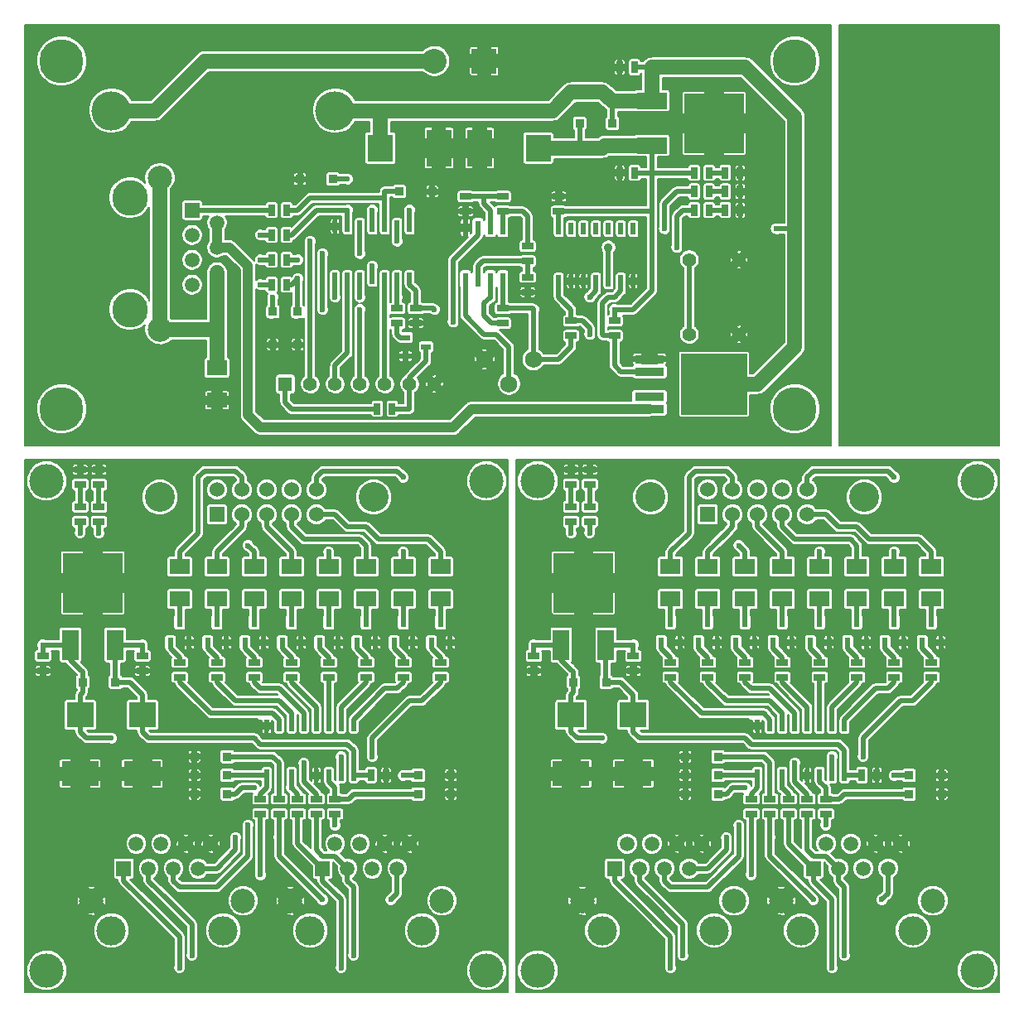
<source format=gtl>
G04 (created by PCBNEW (2013-may-18)-stable) date Wed 22 Oct 2014 04:52:23 PM CEST*
%MOIN*%
G04 Gerber Fmt 3.4, Leading zero omitted, Abs format*
%FSLAX34Y34*%
G01*
G70*
G90*
G04 APERTURE LIST*
%ADD10C,0.00590551*%
%ADD11R,0.045X0.025*%
%ADD12R,0.0335X0.0335*%
%ADD13R,0.1063X0.1004*%
%ADD14R,0.1496X0.1004*%
%ADD15R,0.065X0.12*%
%ADD16R,0.24X0.24*%
%ADD17R,0.025X0.045*%
%ADD18R,0.08X0.06*%
%ADD19R,0.02X0.045*%
%ADD20R,0.0236X0.0394*%
%ADD21C,0.12*%
%ADD22R,0.06X0.06*%
%ADD23C,0.06*%
%ADD24C,0.137795*%
%ADD25C,0.11811*%
%ADD26R,0.0591X0.0591*%
%ADD27C,0.0591*%
%ADD28C,0.0984252*%
%ADD29C,0.0689*%
%ADD30C,0.055*%
%ADD31R,0.0394X0.0236*%
%ADD32R,0.0236X0.0551*%
%ADD33C,0.1437*%
%ADD34R,0.12X0.065*%
%ADD35R,0.1004X0.1063*%
%ADD36R,0.1004X0.1496*%
%ADD37R,0.1X0.1*%
%ADD38C,0.1*%
%ADD39R,0.055X0.055*%
%ADD40C,0.177165*%
%ADD41R,0.2677X0.2461*%
%ADD42R,0.1181X0.0319*%
%ADD43C,0.1575*%
%ADD44C,0.023622*%
%ADD45C,0.035*%
%ADD46C,0.019685*%
%ADD47C,0.0590551*%
%ADD48C,0.0393701*%
%ADD49C,0.0067*%
%ADD50C,0.00669291*%
G04 APERTURE END LIST*
G54D10*
G54D11*
X52750Y-77950D03*
X52750Y-78550D03*
X55000Y-78550D03*
X55000Y-77950D03*
X53500Y-78550D03*
X53500Y-77950D03*
X54250Y-78550D03*
X54250Y-77950D03*
X55750Y-78550D03*
X55750Y-77950D03*
G54D12*
X51409Y-77000D03*
X50091Y-77000D03*
X59091Y-77000D03*
X60409Y-77000D03*
X51409Y-76250D03*
X50091Y-76250D03*
X51409Y-77750D03*
X50091Y-77750D03*
X59091Y-77750D03*
X60409Y-77750D03*
G54D11*
X48000Y-72200D03*
X48000Y-72800D03*
G54D13*
X45500Y-74569D03*
G54D14*
X45500Y-76931D03*
G54D15*
X45100Y-71750D03*
G54D16*
X46000Y-69250D03*
G54D15*
X46900Y-71750D03*
G54D11*
X51000Y-72450D03*
X51000Y-73050D03*
X49500Y-72450D03*
X49500Y-73050D03*
X52500Y-72450D03*
X52500Y-73050D03*
G54D17*
X57200Y-77000D03*
X57800Y-77000D03*
G54D11*
X45500Y-65300D03*
X45500Y-64700D03*
X54000Y-72450D03*
X54000Y-73050D03*
X45500Y-66800D03*
X45500Y-66200D03*
X46250Y-65300D03*
X46250Y-64700D03*
X55500Y-72450D03*
X55500Y-73050D03*
X57000Y-72450D03*
X57000Y-73050D03*
X58500Y-72450D03*
X58500Y-73050D03*
X44000Y-72200D03*
X44000Y-72800D03*
X60000Y-72450D03*
X60000Y-73050D03*
X46250Y-66800D03*
X46250Y-66200D03*
G54D18*
X49500Y-69900D03*
X49500Y-68600D03*
X60000Y-69900D03*
X60000Y-68600D03*
X58500Y-69900D03*
X58500Y-68600D03*
X57000Y-69900D03*
X57000Y-68600D03*
X51000Y-69900D03*
X51000Y-68600D03*
X54000Y-69900D03*
X54000Y-68600D03*
X52500Y-69900D03*
X52500Y-68600D03*
X55500Y-69900D03*
X55500Y-68600D03*
G54D19*
X56500Y-75000D03*
X56000Y-75000D03*
X55500Y-75000D03*
X55000Y-75000D03*
X54500Y-75000D03*
X54000Y-75000D03*
X53500Y-75000D03*
X53000Y-75000D03*
X53000Y-77000D03*
X53500Y-77000D03*
X54000Y-77000D03*
X54500Y-77000D03*
X55000Y-77000D03*
X55500Y-77000D03*
X56000Y-77000D03*
X56500Y-77000D03*
G54D12*
X45591Y-73250D03*
X46909Y-73250D03*
G54D20*
X53625Y-71666D03*
X54000Y-70834D03*
X54375Y-71666D03*
X55125Y-71666D03*
X55500Y-70834D03*
X55875Y-71666D03*
X56625Y-71666D03*
X57000Y-70834D03*
X57375Y-71666D03*
X49125Y-71666D03*
X49500Y-70834D03*
X49875Y-71666D03*
X58125Y-71666D03*
X58500Y-70834D03*
X58875Y-71666D03*
X52125Y-71666D03*
X52500Y-70834D03*
X52875Y-71666D03*
X59625Y-71666D03*
X60000Y-70834D03*
X60375Y-71666D03*
X50625Y-71666D03*
X51000Y-70834D03*
X51375Y-71666D03*
G54D13*
X48000Y-74569D03*
G54D14*
X48000Y-76931D03*
G54D21*
X57300Y-65800D03*
X48700Y-65800D03*
G54D22*
X51000Y-66500D03*
G54D23*
X51000Y-65500D03*
X52000Y-66500D03*
X52000Y-65500D03*
X53000Y-66500D03*
X53000Y-65500D03*
X54000Y-66500D03*
X54000Y-65500D03*
X55000Y-66500D03*
X55000Y-65500D03*
G54D24*
X61850Y-65150D03*
X61850Y-84850D03*
X44150Y-84850D03*
X44150Y-65150D03*
G54D25*
X51250Y-83250D03*
X46750Y-83250D03*
G54D26*
X47250Y-80750D03*
G54D27*
X47750Y-79750D03*
X48250Y-80750D03*
X48750Y-79750D03*
X49250Y-80750D03*
X49750Y-79750D03*
X50250Y-80750D03*
X50750Y-79750D03*
G54D28*
X45950Y-82049D03*
X52050Y-82049D03*
G54D25*
X59250Y-83250D03*
X54750Y-83250D03*
G54D26*
X55250Y-80750D03*
G54D27*
X55750Y-79750D03*
X56250Y-80750D03*
X56750Y-79750D03*
X57250Y-80750D03*
X57750Y-79750D03*
X58250Y-80750D03*
X58750Y-79750D03*
G54D28*
X53950Y-82049D03*
X60050Y-82049D03*
G54D25*
X39500Y-83250D03*
X35000Y-83250D03*
G54D26*
X35500Y-80750D03*
G54D27*
X36000Y-79750D03*
X36500Y-80750D03*
X37000Y-79750D03*
X37500Y-80750D03*
X38000Y-79750D03*
X38500Y-80750D03*
X39000Y-79750D03*
G54D28*
X34200Y-82049D03*
X40300Y-82049D03*
G54D25*
X31500Y-83250D03*
X27000Y-83250D03*
G54D26*
X27500Y-80750D03*
G54D27*
X28000Y-79750D03*
X28500Y-80750D03*
X29000Y-79750D03*
X29500Y-80750D03*
X30000Y-79750D03*
X30500Y-80750D03*
X31000Y-79750D03*
G54D28*
X26200Y-82049D03*
X32300Y-82049D03*
G54D24*
X24400Y-65150D03*
X24400Y-84850D03*
X42100Y-84850D03*
X42100Y-65150D03*
G54D21*
X37550Y-65800D03*
X28950Y-65800D03*
G54D22*
X31250Y-66500D03*
G54D23*
X31250Y-65500D03*
X32250Y-66500D03*
X32250Y-65500D03*
X33250Y-66500D03*
X33250Y-65500D03*
X34250Y-66500D03*
X34250Y-65500D03*
X35250Y-66500D03*
X35250Y-65500D03*
G54D13*
X28250Y-74569D03*
G54D14*
X28250Y-76931D03*
G54D20*
X30875Y-71666D03*
X31250Y-70834D03*
X31625Y-71666D03*
X39875Y-71666D03*
X40250Y-70834D03*
X40625Y-71666D03*
X32375Y-71666D03*
X32750Y-70834D03*
X33125Y-71666D03*
X38375Y-71666D03*
X38750Y-70834D03*
X39125Y-71666D03*
X29375Y-71666D03*
X29750Y-70834D03*
X30125Y-71666D03*
X36875Y-71666D03*
X37250Y-70834D03*
X37625Y-71666D03*
X35375Y-71666D03*
X35750Y-70834D03*
X36125Y-71666D03*
X33875Y-71666D03*
X34250Y-70834D03*
X34625Y-71666D03*
G54D12*
X25841Y-73250D03*
X27159Y-73250D03*
G54D19*
X36750Y-75000D03*
X36250Y-75000D03*
X35750Y-75000D03*
X35250Y-75000D03*
X34750Y-75000D03*
X34250Y-75000D03*
X33750Y-75000D03*
X33250Y-75000D03*
X33250Y-77000D03*
X33750Y-77000D03*
X34250Y-77000D03*
X34750Y-77000D03*
X35250Y-77000D03*
X35750Y-77000D03*
X36250Y-77000D03*
X36750Y-77000D03*
G54D18*
X35750Y-69900D03*
X35750Y-68600D03*
X32750Y-69900D03*
X32750Y-68600D03*
X34250Y-69900D03*
X34250Y-68600D03*
X31250Y-69900D03*
X31250Y-68600D03*
X37250Y-69900D03*
X37250Y-68600D03*
X38750Y-69900D03*
X38750Y-68600D03*
X40250Y-69900D03*
X40250Y-68600D03*
X29750Y-69900D03*
X29750Y-68600D03*
G54D11*
X26500Y-66800D03*
X26500Y-66200D03*
X40250Y-72450D03*
X40250Y-73050D03*
X24250Y-72200D03*
X24250Y-72800D03*
X38750Y-72450D03*
X38750Y-73050D03*
X37250Y-72450D03*
X37250Y-73050D03*
X35750Y-72450D03*
X35750Y-73050D03*
X26500Y-65300D03*
X26500Y-64700D03*
X25750Y-66800D03*
X25750Y-66200D03*
X34250Y-72450D03*
X34250Y-73050D03*
X25750Y-65300D03*
X25750Y-64700D03*
G54D17*
X37450Y-77000D03*
X38050Y-77000D03*
G54D11*
X32750Y-72450D03*
X32750Y-73050D03*
X29750Y-72450D03*
X29750Y-73050D03*
X31250Y-72450D03*
X31250Y-73050D03*
G54D15*
X25350Y-71750D03*
G54D16*
X26250Y-69250D03*
G54D15*
X27150Y-71750D03*
G54D13*
X25750Y-74569D03*
G54D14*
X25750Y-76931D03*
G54D11*
X28250Y-72200D03*
X28250Y-72800D03*
G54D12*
X39341Y-77750D03*
X40659Y-77750D03*
X31659Y-77750D03*
X30341Y-77750D03*
X31659Y-76250D03*
X30341Y-76250D03*
X39341Y-77000D03*
X40659Y-77000D03*
X31659Y-77000D03*
X30341Y-77000D03*
G54D11*
X36000Y-78550D03*
X36000Y-77950D03*
X34500Y-78550D03*
X34500Y-77950D03*
X33750Y-78550D03*
X33750Y-77950D03*
X35250Y-78550D03*
X35250Y-77950D03*
X33000Y-77950D03*
X33000Y-78550D03*
G54D29*
X43984Y-60258D03*
X43000Y-61242D03*
X42016Y-60258D03*
G54D30*
X50250Y-56250D03*
X52250Y-56250D03*
X50250Y-59250D03*
X52250Y-59250D03*
G54D31*
X38834Y-59375D03*
X39666Y-59750D03*
X38834Y-60125D03*
G54D12*
X47159Y-50750D03*
X45841Y-50750D03*
G54D32*
X42750Y-57050D03*
X42750Y-54950D03*
X42250Y-57050D03*
X41750Y-57050D03*
X41250Y-57050D03*
X42250Y-54950D03*
X41750Y-54950D03*
X41250Y-54950D03*
G54D18*
X31250Y-60600D03*
X31250Y-61900D03*
G54D17*
X51700Y-54250D03*
X52300Y-54250D03*
G54D11*
X45500Y-58700D03*
X45500Y-59300D03*
X42750Y-58200D03*
X42750Y-58800D03*
X47250Y-58700D03*
X47250Y-59300D03*
G54D17*
X50450Y-54250D03*
X51050Y-54250D03*
G54D11*
X42750Y-53700D03*
X42750Y-54300D03*
X39250Y-58200D03*
X39250Y-58800D03*
X43750Y-55700D03*
X43750Y-56300D03*
X43750Y-56950D03*
X43750Y-57550D03*
X45000Y-54300D03*
X45000Y-53700D03*
G54D17*
X37700Y-62250D03*
X38300Y-62250D03*
G54D11*
X38500Y-58200D03*
X38500Y-58800D03*
G54D17*
X48050Y-48500D03*
X47450Y-48500D03*
G54D11*
X41250Y-53700D03*
X41250Y-54300D03*
G54D17*
X51700Y-53500D03*
X52300Y-53500D03*
X50450Y-53500D03*
X51050Y-53500D03*
X51700Y-52750D03*
X52300Y-52750D03*
X50450Y-52750D03*
X51050Y-52750D03*
X48050Y-52750D03*
X47450Y-52750D03*
G54D33*
X27750Y-58250D03*
X27750Y-53750D03*
G54D26*
X30250Y-54250D03*
G54D27*
X31250Y-54750D03*
X30250Y-55250D03*
X31250Y-55750D03*
X30250Y-56250D03*
X31250Y-56750D03*
X30250Y-57250D03*
X31250Y-57750D03*
G54D28*
X28950Y-52950D03*
X28950Y-59050D03*
G54D34*
X48750Y-49850D03*
G54D16*
X51250Y-50750D03*
G54D34*
X48750Y-51650D03*
G54D35*
X44181Y-51750D03*
G54D36*
X41819Y-51750D03*
G54D35*
X37819Y-51750D03*
G54D36*
X40181Y-51750D03*
G54D37*
X42000Y-48250D03*
G54D38*
X40000Y-48250D03*
G54D19*
X39000Y-54900D03*
X38500Y-54900D03*
X38000Y-54900D03*
X37500Y-54900D03*
X37000Y-54900D03*
X36500Y-54900D03*
X36000Y-54900D03*
X36000Y-57000D03*
X36500Y-57000D03*
X37000Y-57000D03*
X37500Y-57000D03*
X38000Y-57000D03*
X38500Y-57000D03*
X39000Y-57000D03*
G54D39*
X34000Y-61250D03*
G54D30*
X35000Y-61250D03*
X36000Y-61250D03*
X37000Y-61250D03*
X38000Y-61250D03*
X39000Y-61250D03*
X40000Y-61250D03*
G54D40*
X25000Y-48250D03*
X54500Y-48250D03*
X54500Y-62250D03*
X25000Y-62250D03*
G54D12*
X38591Y-53500D03*
X39909Y-53500D03*
X35909Y-53000D03*
X34591Y-53000D03*
X33500Y-58341D03*
X33500Y-59659D03*
X34500Y-58341D03*
X34500Y-59659D03*
G54D17*
X34050Y-54250D03*
X33450Y-54250D03*
X34050Y-55250D03*
X33450Y-55250D03*
X34050Y-56250D03*
X33450Y-56250D03*
X34050Y-57250D03*
X33450Y-57250D03*
G54D19*
X45000Y-57100D03*
X45500Y-57100D03*
X46000Y-57100D03*
X46500Y-57100D03*
X47000Y-57100D03*
X47500Y-57100D03*
X48000Y-57100D03*
X48000Y-55000D03*
X47500Y-55000D03*
X47000Y-55000D03*
X46500Y-55000D03*
X46000Y-55000D03*
X45500Y-55000D03*
X45000Y-55000D03*
G54D41*
X51250Y-61250D03*
G54D42*
X48652Y-60250D03*
X48652Y-60750D03*
X48652Y-61750D03*
X48652Y-62250D03*
G54D43*
X27000Y-50250D03*
X36000Y-50250D03*
G54D44*
X44000Y-71750D03*
X45500Y-67250D03*
X46750Y-75500D03*
X27000Y-75500D03*
X25750Y-67250D03*
X24250Y-71750D03*
X49250Y-55000D03*
X53750Y-55000D03*
X48000Y-71750D03*
X46250Y-67250D03*
X26500Y-67250D03*
X28250Y-71750D03*
X47250Y-58250D03*
X40000Y-58250D03*
X44000Y-58250D03*
X38500Y-55500D03*
X35000Y-55500D03*
X37000Y-56000D03*
X35500Y-58250D03*
X37000Y-58250D03*
X35500Y-56000D03*
G54D45*
X47000Y-55750D03*
G54D44*
X49750Y-55750D03*
X37000Y-57750D03*
X38500Y-57750D03*
X37500Y-54250D03*
X39000Y-54250D03*
X49500Y-84750D03*
X56000Y-84750D03*
X36250Y-84750D03*
X29750Y-84750D03*
X55750Y-79000D03*
X52250Y-79000D03*
X32500Y-79000D03*
X36000Y-79000D03*
X52750Y-81000D03*
X33000Y-81000D03*
X33000Y-56250D03*
X56500Y-84250D03*
X50000Y-84250D03*
X30250Y-84250D03*
X36750Y-84250D03*
X33000Y-55250D03*
X56000Y-76250D03*
X57250Y-76250D03*
X37500Y-76250D03*
X36250Y-76250D03*
X50250Y-72250D03*
X51750Y-72250D03*
X53250Y-72250D03*
X54750Y-72250D03*
X56250Y-72250D03*
X57750Y-72250D03*
X59250Y-72250D03*
X60750Y-72250D03*
X41000Y-72250D03*
X39500Y-72250D03*
X38000Y-72250D03*
X36500Y-72250D03*
X35000Y-72250D03*
X33500Y-72250D03*
X32000Y-72250D03*
X30500Y-72250D03*
X46250Y-59250D03*
X34500Y-57000D03*
X37500Y-56500D03*
X33500Y-57750D03*
X36000Y-57750D03*
X34500Y-56250D03*
X36500Y-53000D03*
X36500Y-54250D03*
X54000Y-77500D03*
X52500Y-77500D03*
X32750Y-77500D03*
X34250Y-77500D03*
X54500Y-76500D03*
X58500Y-77000D03*
X38750Y-77000D03*
X34750Y-76500D03*
X51750Y-79500D03*
X53500Y-79500D03*
X58000Y-82000D03*
X55250Y-82000D03*
X35500Y-82000D03*
X38250Y-82000D03*
X33750Y-79500D03*
X32000Y-79500D03*
X33000Y-57250D03*
X58500Y-68000D03*
X58500Y-65000D03*
X38750Y-65000D03*
X38750Y-68000D03*
X55500Y-68000D03*
X35750Y-68000D03*
X52250Y-67750D03*
X32500Y-67750D03*
X40750Y-58750D03*
X46250Y-57750D03*
X42250Y-57750D03*
G54D46*
X44000Y-71750D02*
X45100Y-71750D01*
X44000Y-72200D02*
X44000Y-71750D01*
X45591Y-72841D02*
X45500Y-72750D01*
X45100Y-72350D02*
X45100Y-71750D01*
X45100Y-72350D02*
X45500Y-72750D01*
X45591Y-73250D02*
X45591Y-72841D01*
X45500Y-73750D02*
X45500Y-74569D01*
X45591Y-73659D02*
X45500Y-73750D01*
X45591Y-73250D02*
X45591Y-73659D01*
X45500Y-66800D02*
X45500Y-67250D01*
X45500Y-75250D02*
X45750Y-75500D01*
X45750Y-75500D02*
X46750Y-75500D01*
X45500Y-74569D02*
X45500Y-75250D01*
X25750Y-74569D02*
X25750Y-75250D01*
X26000Y-75500D02*
X27000Y-75500D01*
X25750Y-75250D02*
X26000Y-75500D01*
X25750Y-66800D02*
X25750Y-67250D01*
X25841Y-73250D02*
X25841Y-73659D01*
X25841Y-73659D02*
X25750Y-73750D01*
X25750Y-73750D02*
X25750Y-74569D01*
X25841Y-73250D02*
X25841Y-72841D01*
X25350Y-72350D02*
X25750Y-72750D01*
X25350Y-72350D02*
X25350Y-71750D01*
X25841Y-72841D02*
X25750Y-72750D01*
X24250Y-72200D02*
X24250Y-71750D01*
X24250Y-71750D02*
X25350Y-71750D01*
G54D47*
X37819Y-51750D02*
X37819Y-50250D01*
X44750Y-50250D02*
X38000Y-50250D01*
X38000Y-50250D02*
X36250Y-50250D01*
X45500Y-49500D02*
X44750Y-50250D01*
X47159Y-49850D02*
X46750Y-49500D01*
X46750Y-49500D02*
X45500Y-49500D01*
X36250Y-50250D02*
X36000Y-50250D01*
G54D46*
X48050Y-48500D02*
X48750Y-48500D01*
X53750Y-55000D02*
X53750Y-55000D01*
X54500Y-55000D02*
X53750Y-55000D01*
X49750Y-53500D02*
X50450Y-53500D01*
X49250Y-54000D02*
X49750Y-53500D01*
X49250Y-54000D02*
X49250Y-54000D01*
X49250Y-55000D02*
X49250Y-54000D01*
G54D47*
X54500Y-50500D02*
X52500Y-48500D01*
X53000Y-61250D02*
X54500Y-59750D01*
X51250Y-61250D02*
X53000Y-61250D01*
X54500Y-50500D02*
X54500Y-55000D01*
X54500Y-55000D02*
X54500Y-59750D01*
X48750Y-49000D02*
X48750Y-48750D01*
X48750Y-48750D02*
X48750Y-48500D01*
X48750Y-49000D02*
X48750Y-49850D01*
X52500Y-48500D02*
X48750Y-48500D01*
G54D46*
X47159Y-50750D02*
X47159Y-49850D01*
X47250Y-50000D02*
X47250Y-49850D01*
X47250Y-49941D02*
X47250Y-50000D01*
X47159Y-49850D02*
X47250Y-49941D01*
G54D47*
X47250Y-49850D02*
X48750Y-49850D01*
G54D46*
X34000Y-61250D02*
X34000Y-62000D01*
X34250Y-62250D02*
X34000Y-62000D01*
X34250Y-62250D02*
X37700Y-62250D01*
X46900Y-73241D02*
X46909Y-73250D01*
X46900Y-71750D02*
X46900Y-73241D01*
X48000Y-73750D02*
X48000Y-74569D01*
X47500Y-73250D02*
X48000Y-73750D01*
X46909Y-73250D02*
X47500Y-73250D01*
X48000Y-71750D02*
X48000Y-71750D01*
X46900Y-71750D02*
X48000Y-71750D01*
X48000Y-71750D02*
X48000Y-72200D01*
X52750Y-75750D02*
X56250Y-75750D01*
X52500Y-75500D02*
X52750Y-75750D01*
X48000Y-75250D02*
X48000Y-74569D01*
X48000Y-75250D02*
X48250Y-75500D01*
X48250Y-75500D02*
X52500Y-75500D01*
X56250Y-75750D02*
X56500Y-76000D01*
X56500Y-77000D02*
X56500Y-76000D01*
X46250Y-66800D02*
X46250Y-67250D01*
X56500Y-77000D02*
X57200Y-77000D01*
X36750Y-77000D02*
X37450Y-77000D01*
X26500Y-66800D02*
X26500Y-67250D01*
X36750Y-77000D02*
X36750Y-76000D01*
X36500Y-75750D02*
X36750Y-76000D01*
X28500Y-75500D02*
X32750Y-75500D01*
X28250Y-75250D02*
X28500Y-75500D01*
X28250Y-75250D02*
X28250Y-74569D01*
X32750Y-75500D02*
X33000Y-75750D01*
X33000Y-75750D02*
X36500Y-75750D01*
X28250Y-71750D02*
X28250Y-72200D01*
X27150Y-71750D02*
X28250Y-71750D01*
X28250Y-71750D02*
X28250Y-71750D01*
X27159Y-73250D02*
X27750Y-73250D01*
X27750Y-73250D02*
X28250Y-73750D01*
X28250Y-73750D02*
X28250Y-74569D01*
X27150Y-71750D02*
X27150Y-73241D01*
X27150Y-73241D02*
X27159Y-73250D01*
X45000Y-55000D02*
X45000Y-54300D01*
X45000Y-54300D02*
X48750Y-54300D01*
X48750Y-54300D02*
X48750Y-54250D01*
X40000Y-58250D02*
X39950Y-58200D01*
X39950Y-58200D02*
X39250Y-58200D01*
X45500Y-59300D02*
X45500Y-59750D01*
X43992Y-60250D02*
X45000Y-60250D01*
X45000Y-60250D02*
X45500Y-59750D01*
X43992Y-60250D02*
X43984Y-60258D01*
X44000Y-58250D02*
X43950Y-58200D01*
X44000Y-60242D02*
X44000Y-58500D01*
X44000Y-58500D02*
X44000Y-58250D01*
X43984Y-60258D02*
X44000Y-60242D01*
X43950Y-58200D02*
X42750Y-58200D01*
X39000Y-57000D02*
X39000Y-57250D01*
X39250Y-57500D02*
X39250Y-58200D01*
X39000Y-57250D02*
X39250Y-57500D01*
X48750Y-52750D02*
X50450Y-52750D01*
X47250Y-58250D02*
X48000Y-58250D01*
X48000Y-58250D02*
X48750Y-57500D01*
X47250Y-58250D02*
X47250Y-58700D01*
X48750Y-57500D02*
X48750Y-57500D01*
X48750Y-57500D02*
X48750Y-54250D01*
X48750Y-54250D02*
X48750Y-52750D01*
X48050Y-52750D02*
X48750Y-52750D01*
X48750Y-51650D02*
X48750Y-52750D01*
X45841Y-50750D02*
X45841Y-51750D01*
X45841Y-51750D02*
X45750Y-51750D01*
G54D47*
X48750Y-51650D02*
X46850Y-51650D01*
X46750Y-51750D02*
X45750Y-51750D01*
X45750Y-51750D02*
X44181Y-51750D01*
X46850Y-51650D02*
X46750Y-51750D01*
G54D46*
X42750Y-58200D02*
X42750Y-57750D01*
X42750Y-57750D02*
X42750Y-57050D01*
X35000Y-61250D02*
X35000Y-55500D01*
X38500Y-55500D02*
X38500Y-54900D01*
X36500Y-57000D02*
X36500Y-60000D01*
X36000Y-60500D02*
X36000Y-61250D01*
X36500Y-60000D02*
X36000Y-60500D01*
X37000Y-61250D02*
X37000Y-58250D01*
X35500Y-58250D02*
X35500Y-56000D01*
X37000Y-56000D02*
X37000Y-54900D01*
X38000Y-61250D02*
X38000Y-57000D01*
X47000Y-57100D02*
X47000Y-55750D01*
X38500Y-57750D02*
X38500Y-58200D01*
X49750Y-54500D02*
X49750Y-55750D01*
X49750Y-54500D02*
X50000Y-54250D01*
X50000Y-54250D02*
X50450Y-54250D01*
X37000Y-57750D02*
X37000Y-57000D01*
X37500Y-54900D02*
X37500Y-54250D01*
X38500Y-57750D02*
X38500Y-57000D01*
X39000Y-54250D02*
X39000Y-54900D01*
X54250Y-79750D02*
X55250Y-80750D01*
X54250Y-78550D02*
X54250Y-79750D01*
X56000Y-84750D02*
X56000Y-84250D01*
X49500Y-84250D02*
X49500Y-84750D01*
X47250Y-81250D02*
X47250Y-80750D01*
X48500Y-82500D02*
X49500Y-83500D01*
X48500Y-82500D02*
X48500Y-82500D01*
X47250Y-81250D02*
X48500Y-82500D01*
X49500Y-83500D02*
X49500Y-84250D01*
X56000Y-84250D02*
X56000Y-82500D01*
X55250Y-81250D02*
X56000Y-82000D01*
X56000Y-82000D02*
X56000Y-82500D01*
X55250Y-80750D02*
X55250Y-81250D01*
X35500Y-80750D02*
X35500Y-81250D01*
X36250Y-82000D02*
X36250Y-82500D01*
X35500Y-81250D02*
X36250Y-82000D01*
X36250Y-84250D02*
X36250Y-82500D01*
X29750Y-83500D02*
X29750Y-84250D01*
X27500Y-81250D02*
X28750Y-82500D01*
X28750Y-82500D02*
X28750Y-82500D01*
X28750Y-82500D02*
X29750Y-83500D01*
X27500Y-81250D02*
X27500Y-80750D01*
X29750Y-84250D02*
X29750Y-84750D01*
X36250Y-84750D02*
X36250Y-84250D01*
X34500Y-78550D02*
X34500Y-79750D01*
X34500Y-79750D02*
X35500Y-80750D01*
X33450Y-54250D02*
X31750Y-54250D01*
X31500Y-54250D02*
X31750Y-54250D01*
X31500Y-54250D02*
X30250Y-54250D01*
X52250Y-80250D02*
X52250Y-80250D01*
X52250Y-79000D02*
X52250Y-80250D01*
X55750Y-78550D02*
X55750Y-79000D01*
X51000Y-81500D02*
X52250Y-80250D01*
X49250Y-80750D02*
X49250Y-81250D01*
X49250Y-81250D02*
X49500Y-81500D01*
X49500Y-81500D02*
X51000Y-81500D01*
X29750Y-81500D02*
X31250Y-81500D01*
X29500Y-81250D02*
X29750Y-81500D01*
X29500Y-80750D02*
X29500Y-81250D01*
X31250Y-81500D02*
X32500Y-80250D01*
X36000Y-78550D02*
X36000Y-79000D01*
X32500Y-79000D02*
X32500Y-80250D01*
X32500Y-80250D02*
X32500Y-80250D01*
X52750Y-78550D02*
X52750Y-81000D01*
X33000Y-78550D02*
X33000Y-81000D01*
X33500Y-56250D02*
X33450Y-56250D01*
X33000Y-56250D02*
X33500Y-56250D01*
X55750Y-80250D02*
X56250Y-80750D01*
X50000Y-83000D02*
X50000Y-84000D01*
X48250Y-81250D02*
X49000Y-82000D01*
X49000Y-82000D02*
X49000Y-82000D01*
X49000Y-82000D02*
X50000Y-83000D01*
X48250Y-81250D02*
X48250Y-80750D01*
X50000Y-84000D02*
X50000Y-84250D01*
X56500Y-84250D02*
X56500Y-82500D01*
X56250Y-81000D02*
X56250Y-81250D01*
X56250Y-81250D02*
X56500Y-81500D01*
X56500Y-81500D02*
X56500Y-82500D01*
X56250Y-80750D02*
X56250Y-81000D01*
X55750Y-80250D02*
X55250Y-80250D01*
X55250Y-80250D02*
X55000Y-80000D01*
X55000Y-78550D02*
X55000Y-80000D01*
X35250Y-78550D02*
X35250Y-80000D01*
X35500Y-80250D02*
X35250Y-80000D01*
X36000Y-80250D02*
X35500Y-80250D01*
X36500Y-80750D02*
X36500Y-81000D01*
X36750Y-81500D02*
X36750Y-82500D01*
X36500Y-81250D02*
X36750Y-81500D01*
X36500Y-81000D02*
X36500Y-81250D01*
X36750Y-84250D02*
X36750Y-82500D01*
X30250Y-84000D02*
X30250Y-84250D01*
X28500Y-81250D02*
X28500Y-80750D01*
X29250Y-82000D02*
X30250Y-83000D01*
X29250Y-82000D02*
X29250Y-82000D01*
X28500Y-81250D02*
X29250Y-82000D01*
X30250Y-83000D02*
X30250Y-84000D01*
X36000Y-80250D02*
X36500Y-80750D01*
X33450Y-55250D02*
X33000Y-55250D01*
X33000Y-55250D02*
X33000Y-55250D01*
X56000Y-76250D02*
X56000Y-77000D01*
X57250Y-75750D02*
X57250Y-76250D01*
X57250Y-75750D02*
X57250Y-75750D01*
X57250Y-75500D02*
X58750Y-74000D01*
X58750Y-74000D02*
X59250Y-74000D01*
X59250Y-74000D02*
X60000Y-73250D01*
X60000Y-73250D02*
X60000Y-73050D01*
X57250Y-75750D02*
X57250Y-75500D01*
X37500Y-75750D02*
X37500Y-75500D01*
X40250Y-73250D02*
X40250Y-73050D01*
X39500Y-74000D02*
X40250Y-73250D01*
X39000Y-74000D02*
X39500Y-74000D01*
X37500Y-75500D02*
X39000Y-74000D01*
X37500Y-75750D02*
X37500Y-75750D01*
X37500Y-75750D02*
X37500Y-76250D01*
X36250Y-76250D02*
X36250Y-77000D01*
X56500Y-74750D02*
X57750Y-73500D01*
X57750Y-73500D02*
X58250Y-73500D01*
X58250Y-73500D02*
X58500Y-73250D01*
X58500Y-73250D02*
X58500Y-73050D01*
X56500Y-75000D02*
X56500Y-74750D01*
X36750Y-75000D02*
X36750Y-74750D01*
X38750Y-73250D02*
X38750Y-73050D01*
X38500Y-73500D02*
X38750Y-73250D01*
X38000Y-73500D02*
X38500Y-73500D01*
X36750Y-74750D02*
X38000Y-73500D01*
X56000Y-74250D02*
X57000Y-73250D01*
X57000Y-73250D02*
X57000Y-73050D01*
X56000Y-75000D02*
X56000Y-74250D01*
X36250Y-75000D02*
X36250Y-74250D01*
X37250Y-73250D02*
X37250Y-73050D01*
X36250Y-74250D02*
X37250Y-73250D01*
X55500Y-75000D02*
X55500Y-73050D01*
X35750Y-75000D02*
X35750Y-73050D01*
X55000Y-74250D02*
X54000Y-73250D01*
X54000Y-73250D02*
X54000Y-73050D01*
X55000Y-75000D02*
X55000Y-74250D01*
X35250Y-75000D02*
X35250Y-74250D01*
X34250Y-73250D02*
X34250Y-73050D01*
X35250Y-74250D02*
X34250Y-73250D01*
X54500Y-74500D02*
X53500Y-73500D01*
X53500Y-73500D02*
X52750Y-73500D01*
X52750Y-73500D02*
X52500Y-73250D01*
X52500Y-73250D02*
X52500Y-73050D01*
X54500Y-75000D02*
X54500Y-74500D01*
X34750Y-75000D02*
X34750Y-74500D01*
X32750Y-73250D02*
X32750Y-73050D01*
X33000Y-73500D02*
X32750Y-73250D01*
X33750Y-73500D02*
X33000Y-73500D01*
X34750Y-74500D02*
X33750Y-73500D01*
X54000Y-74500D02*
X53500Y-74000D01*
X53500Y-74000D02*
X51750Y-74000D01*
X51750Y-74000D02*
X51000Y-73250D01*
X51000Y-73250D02*
X51000Y-73050D01*
X54000Y-75000D02*
X54000Y-74500D01*
X34250Y-75000D02*
X34250Y-74500D01*
X31250Y-73250D02*
X31250Y-73050D01*
X32000Y-74000D02*
X31250Y-73250D01*
X33750Y-74000D02*
X32000Y-74000D01*
X34250Y-74500D02*
X33750Y-74000D01*
X53500Y-74750D02*
X53250Y-74500D01*
X53250Y-74500D02*
X50750Y-74500D01*
X50750Y-74500D02*
X49500Y-73250D01*
X49500Y-73250D02*
X49500Y-73050D01*
X53500Y-75000D02*
X53500Y-74750D01*
X33750Y-75000D02*
X33750Y-74750D01*
X29750Y-73250D02*
X29750Y-73050D01*
X31000Y-74500D02*
X29750Y-73250D01*
X33500Y-74500D02*
X31000Y-74500D01*
X33750Y-74750D02*
X33500Y-74500D01*
X49875Y-71875D02*
X49875Y-71666D01*
X50250Y-72250D02*
X49875Y-71875D01*
X51375Y-71875D02*
X51750Y-72250D01*
X51375Y-71666D02*
X51375Y-71875D01*
X52875Y-71875D02*
X53250Y-72250D01*
X52875Y-71666D02*
X52875Y-71875D01*
X54375Y-71875D02*
X54750Y-72250D01*
X54375Y-71666D02*
X54375Y-71875D01*
X55875Y-71875D02*
X56250Y-72250D01*
X55875Y-71666D02*
X55875Y-71875D01*
X57375Y-71875D02*
X57375Y-71666D01*
X57750Y-72250D02*
X57375Y-71875D01*
X58875Y-71875D02*
X58875Y-71666D01*
X59250Y-72250D02*
X58875Y-71875D01*
X60375Y-71875D02*
X60750Y-72250D01*
X60375Y-71666D02*
X60375Y-71875D01*
X40625Y-71666D02*
X40625Y-71875D01*
X40625Y-71875D02*
X41000Y-72250D01*
X39500Y-72250D02*
X39125Y-71875D01*
X39125Y-71875D02*
X39125Y-71666D01*
X38000Y-72250D02*
X37625Y-71875D01*
X37625Y-71875D02*
X37625Y-71666D01*
X36125Y-71666D02*
X36125Y-71875D01*
X36125Y-71875D02*
X36500Y-72250D01*
X34625Y-71666D02*
X34625Y-71875D01*
X34625Y-71875D02*
X35000Y-72250D01*
X33125Y-71666D02*
X33125Y-71875D01*
X33125Y-71875D02*
X33500Y-72250D01*
X31625Y-71666D02*
X31625Y-71875D01*
X31625Y-71875D02*
X32000Y-72250D01*
X30500Y-72250D02*
X30125Y-71875D01*
X30125Y-71875D02*
X30125Y-71666D01*
X41250Y-54950D02*
X41250Y-54300D01*
X45500Y-58700D02*
X45950Y-58700D01*
X46250Y-59000D02*
X46250Y-59250D01*
X45950Y-58700D02*
X46250Y-59000D01*
X45000Y-57100D02*
X45000Y-57750D01*
X45500Y-58250D02*
X45500Y-58700D01*
X45000Y-57750D02*
X45500Y-58250D01*
X50250Y-56250D02*
X50250Y-59250D01*
X34500Y-57000D02*
X34500Y-58341D01*
X34050Y-57250D02*
X34250Y-57250D01*
X34250Y-57250D02*
X34500Y-57000D01*
X37500Y-56500D02*
X37500Y-57000D01*
X33500Y-57750D02*
X33500Y-58341D01*
X36000Y-57000D02*
X36000Y-57750D01*
X34500Y-56250D02*
X34050Y-56250D01*
X55500Y-69900D02*
X55500Y-70834D01*
X35750Y-69900D02*
X35750Y-70834D01*
X35909Y-53000D02*
X36250Y-53000D01*
X36250Y-53000D02*
X36500Y-53000D01*
X34050Y-55250D02*
X34250Y-55250D01*
X36500Y-54250D02*
X36500Y-54900D01*
X35250Y-54250D02*
X36500Y-54250D01*
X34250Y-55250D02*
X35250Y-54250D01*
X55125Y-71875D02*
X55500Y-72250D01*
X55500Y-72250D02*
X55500Y-72450D01*
X55125Y-71666D02*
X55125Y-71875D01*
X35375Y-71666D02*
X35375Y-71875D01*
X35750Y-72250D02*
X35750Y-72450D01*
X35375Y-71875D02*
X35750Y-72250D01*
X34050Y-54250D02*
X34500Y-54250D01*
X35000Y-53750D02*
X38000Y-53750D01*
X34500Y-54250D02*
X35000Y-53750D01*
X38000Y-53500D02*
X38591Y-53500D01*
X38000Y-54000D02*
X38000Y-54900D01*
X38000Y-53500D02*
X38000Y-53750D01*
X38000Y-53750D02*
X38000Y-54000D01*
X57000Y-69900D02*
X57000Y-70834D01*
X37250Y-69900D02*
X37250Y-70834D01*
X38834Y-59375D02*
X38625Y-59375D01*
X38500Y-59250D02*
X38500Y-58800D01*
X38625Y-59375D02*
X38500Y-59250D01*
X43750Y-56300D02*
X41950Y-56300D01*
X41750Y-56500D02*
X41750Y-57050D01*
X41950Y-56300D02*
X41750Y-56500D01*
X43750Y-56300D02*
X43750Y-56950D01*
X56625Y-71875D02*
X57000Y-72250D01*
X57000Y-72250D02*
X57000Y-72450D01*
X56625Y-71666D02*
X56625Y-71875D01*
X36875Y-71666D02*
X36875Y-71875D01*
X37250Y-72250D02*
X37250Y-72450D01*
X36875Y-71875D02*
X37250Y-72250D01*
X58125Y-71875D02*
X58500Y-72250D01*
X58500Y-72250D02*
X58500Y-72450D01*
X58125Y-71666D02*
X58125Y-71875D01*
X38375Y-71666D02*
X38375Y-71875D01*
X38750Y-72250D02*
X38750Y-72450D01*
X38375Y-71875D02*
X38750Y-72250D01*
X60000Y-70750D02*
X60000Y-70834D01*
X60000Y-69900D02*
X60000Y-70750D01*
X40250Y-69900D02*
X40250Y-70750D01*
X40250Y-70750D02*
X40250Y-70834D01*
X43000Y-61242D02*
X43000Y-59750D01*
X41250Y-58500D02*
X42000Y-59250D01*
X42000Y-59250D02*
X42500Y-59250D01*
X42500Y-59250D02*
X43000Y-59750D01*
X41250Y-58500D02*
X41250Y-57050D01*
X59625Y-71875D02*
X60000Y-72250D01*
X60000Y-72250D02*
X60000Y-72450D01*
X59625Y-71666D02*
X59625Y-71875D01*
X39875Y-71666D02*
X39875Y-71875D01*
X40250Y-72250D02*
X40250Y-72450D01*
X39875Y-71875D02*
X40250Y-72250D01*
X58500Y-69900D02*
X58500Y-70834D01*
X38750Y-69900D02*
X38750Y-70834D01*
X54000Y-69900D02*
X54000Y-70834D01*
X34250Y-69900D02*
X34250Y-70834D01*
X53625Y-71875D02*
X54000Y-72250D01*
X54000Y-72250D02*
X54000Y-72450D01*
X53625Y-71666D02*
X53625Y-71875D01*
X33875Y-71666D02*
X33875Y-71875D01*
X34250Y-72250D02*
X34250Y-72450D01*
X33875Y-71875D02*
X34250Y-72250D01*
X52500Y-69900D02*
X52500Y-70834D01*
X32750Y-69900D02*
X32750Y-70834D01*
X42750Y-54300D02*
X43550Y-54300D01*
X43750Y-54500D02*
X43750Y-55700D01*
X43550Y-54300D02*
X43750Y-54500D01*
X42750Y-54950D02*
X42750Y-54300D01*
X53500Y-77950D02*
X53500Y-77000D01*
X53250Y-76250D02*
X53500Y-76500D01*
X53500Y-76500D02*
X53500Y-77000D01*
X51409Y-76250D02*
X53250Y-76250D01*
X31659Y-76250D02*
X33500Y-76250D01*
X33750Y-76500D02*
X33750Y-77000D01*
X33500Y-76250D02*
X33750Y-76500D01*
X33750Y-77950D02*
X33750Y-77000D01*
G54D47*
X30750Y-48250D02*
X39000Y-48250D01*
X28750Y-50250D02*
X30750Y-48250D01*
X27000Y-50250D02*
X28750Y-50250D01*
X39000Y-48250D02*
X40000Y-48250D01*
X39000Y-48250D02*
X39000Y-48250D01*
G54D46*
X54000Y-77500D02*
X54000Y-77000D01*
X54250Y-77750D02*
X54250Y-77950D01*
X54000Y-77500D02*
X54250Y-77750D01*
X51750Y-77750D02*
X52000Y-77500D01*
X52000Y-77500D02*
X52500Y-77500D01*
X51409Y-77750D02*
X51750Y-77750D01*
X31659Y-77750D02*
X32000Y-77750D01*
X32250Y-77500D02*
X32750Y-77500D01*
X32000Y-77750D02*
X32250Y-77500D01*
X34250Y-77500D02*
X34500Y-77750D01*
X34500Y-77750D02*
X34500Y-77950D01*
X34250Y-77500D02*
X34250Y-77000D01*
X51050Y-52750D02*
X51700Y-52750D01*
X52750Y-77750D02*
X53000Y-77500D01*
X53000Y-77500D02*
X53000Y-77000D01*
X52750Y-77950D02*
X52750Y-77750D01*
X53000Y-77000D02*
X51409Y-77000D01*
X33250Y-77000D02*
X31659Y-77000D01*
X33000Y-77950D02*
X33000Y-77750D01*
X33250Y-77500D02*
X33250Y-77000D01*
X33000Y-77750D02*
X33250Y-77500D01*
G54D48*
X31250Y-55750D02*
X31250Y-54750D01*
X31250Y-55750D02*
X31750Y-55750D01*
X33000Y-63000D02*
X32500Y-62500D01*
X41500Y-62250D02*
X48652Y-62250D01*
X41500Y-62250D02*
X40750Y-63000D01*
X40750Y-63000D02*
X33000Y-63000D01*
X32500Y-56500D02*
X32500Y-62500D01*
X31750Y-55750D02*
X32500Y-56500D01*
G54D46*
X55500Y-77250D02*
X55750Y-77500D01*
X55750Y-77500D02*
X55750Y-77950D01*
X55500Y-77000D02*
X55500Y-77250D01*
X56300Y-77950D02*
X56500Y-77750D01*
X56500Y-77750D02*
X59091Y-77750D01*
X55750Y-77950D02*
X56300Y-77950D01*
X36000Y-77950D02*
X36550Y-77950D01*
X36750Y-77750D02*
X39341Y-77750D01*
X36550Y-77950D02*
X36750Y-77750D01*
X35750Y-77000D02*
X35750Y-77250D01*
X36000Y-77500D02*
X36000Y-77950D01*
X35750Y-77250D02*
X36000Y-77500D01*
X51050Y-53500D02*
X51700Y-53500D01*
X54500Y-77250D02*
X55000Y-77750D01*
X55000Y-77750D02*
X55000Y-77950D01*
X54500Y-77000D02*
X54500Y-77250D01*
X58500Y-77000D02*
X59091Y-77000D01*
X54500Y-77000D02*
X54500Y-76500D01*
X34750Y-77000D02*
X34750Y-76500D01*
X38750Y-77000D02*
X39341Y-77000D01*
X34750Y-77000D02*
X34750Y-77250D01*
X35250Y-77750D02*
X35250Y-77950D01*
X34750Y-77250D02*
X35250Y-77750D01*
X42250Y-54950D02*
X42250Y-54250D01*
X42000Y-54000D02*
X42000Y-53700D01*
X42250Y-54250D02*
X42000Y-54000D01*
X41250Y-53700D02*
X42000Y-53700D01*
X42000Y-53700D02*
X42750Y-53700D01*
X49500Y-70834D02*
X49500Y-69900D01*
X29750Y-70834D02*
X29750Y-69900D01*
X49125Y-71875D02*
X49500Y-72250D01*
X49500Y-72250D02*
X49500Y-72450D01*
X49125Y-71666D02*
X49125Y-71875D01*
X29375Y-71666D02*
X29375Y-71875D01*
X29750Y-72250D02*
X29750Y-72450D01*
X29375Y-71875D02*
X29750Y-72250D01*
X51000Y-69900D02*
X51000Y-70834D01*
X31250Y-69900D02*
X31250Y-70834D01*
X50625Y-71875D02*
X51000Y-72250D01*
X51000Y-72250D02*
X51000Y-72450D01*
X50625Y-71666D02*
X50625Y-71875D01*
X30875Y-71666D02*
X30875Y-71875D01*
X31250Y-72250D02*
X31250Y-72450D01*
X30875Y-71875D02*
X31250Y-72250D01*
X52125Y-71875D02*
X52500Y-72250D01*
X52500Y-72250D02*
X52500Y-72450D01*
X52125Y-71666D02*
X52125Y-71875D01*
X32375Y-71666D02*
X32375Y-71875D01*
X32750Y-72250D02*
X32750Y-72450D01*
X32375Y-71875D02*
X32750Y-72250D01*
X39666Y-59750D02*
X39666Y-60334D01*
X39000Y-61000D02*
X39500Y-60500D01*
X39000Y-61000D02*
X39000Y-61250D01*
X39666Y-60334D02*
X39500Y-60500D01*
X39000Y-61250D02*
X39000Y-62000D01*
X39000Y-62250D02*
X38300Y-62250D01*
X39000Y-62000D02*
X39000Y-62250D01*
X46250Y-66200D02*
X46250Y-65300D01*
X26500Y-66200D02*
X26500Y-65300D01*
X45500Y-66200D02*
X45500Y-65300D01*
X25750Y-66200D02*
X25750Y-65300D01*
X51050Y-54250D02*
X51700Y-54250D01*
X46750Y-58250D02*
X46750Y-58000D01*
X46750Y-59250D02*
X46800Y-59300D01*
X47250Y-59300D02*
X46800Y-59300D01*
X47500Y-57500D02*
X47500Y-57100D01*
X47500Y-57500D02*
X47250Y-57750D01*
X46750Y-58250D02*
X46750Y-59250D01*
X47000Y-57750D02*
X47250Y-57750D01*
X46750Y-58000D02*
X47000Y-57750D01*
X47250Y-59300D02*
X47250Y-60500D01*
X47500Y-60750D02*
X48652Y-60750D01*
X47250Y-60500D02*
X47500Y-60750D01*
X53500Y-78550D02*
X53500Y-79500D01*
X51750Y-79500D02*
X51750Y-80000D01*
X51750Y-80000D02*
X51000Y-80750D01*
X50250Y-80750D02*
X51000Y-80750D01*
X53500Y-80250D02*
X55250Y-82000D01*
X53500Y-80250D02*
X53500Y-79500D01*
X58250Y-80750D02*
X58250Y-81750D01*
X58000Y-82000D02*
X58250Y-81750D01*
X38250Y-82000D02*
X38500Y-81750D01*
X38500Y-80750D02*
X38500Y-81750D01*
X33750Y-80250D02*
X33750Y-79500D01*
X33750Y-80250D02*
X35500Y-82000D01*
X30500Y-80750D02*
X31250Y-80750D01*
X32000Y-80000D02*
X31250Y-80750D01*
X32000Y-79500D02*
X32000Y-80000D01*
X33750Y-78550D02*
X33750Y-79500D01*
X33450Y-57250D02*
X33000Y-57250D01*
X57000Y-67000D02*
X57500Y-67500D01*
X55000Y-66500D02*
X55750Y-66500D01*
X55750Y-66500D02*
X56250Y-67000D01*
X56250Y-67000D02*
X57000Y-67000D01*
X60000Y-68000D02*
X60000Y-68600D01*
X59500Y-67500D02*
X60000Y-68000D01*
X57500Y-67500D02*
X59500Y-67500D01*
X37750Y-67500D02*
X39750Y-67500D01*
X39750Y-67500D02*
X40250Y-68000D01*
X40250Y-68000D02*
X40250Y-68600D01*
X36500Y-67000D02*
X37250Y-67000D01*
X36000Y-66500D02*
X36500Y-67000D01*
X35250Y-66500D02*
X36000Y-66500D01*
X37250Y-67000D02*
X37750Y-67500D01*
X58500Y-68000D02*
X58500Y-68600D01*
X55000Y-65500D02*
X55000Y-65000D01*
X58250Y-64750D02*
X58500Y-65000D01*
X55250Y-64750D02*
X58250Y-64750D01*
X55000Y-65000D02*
X55250Y-64750D01*
X35250Y-65000D02*
X35500Y-64750D01*
X35500Y-64750D02*
X38500Y-64750D01*
X38500Y-64750D02*
X38750Y-65000D01*
X35250Y-65500D02*
X35250Y-65000D01*
X38750Y-68000D02*
X38750Y-68600D01*
X54500Y-67500D02*
X54000Y-67000D01*
X54000Y-67000D02*
X54000Y-66500D01*
X57000Y-68600D02*
X57000Y-67750D01*
X57000Y-67750D02*
X56750Y-67500D01*
X56750Y-67500D02*
X54500Y-67500D01*
X37000Y-67500D02*
X34750Y-67500D01*
X37250Y-67750D02*
X37000Y-67500D01*
X37250Y-68600D02*
X37250Y-67750D01*
X34250Y-67000D02*
X34250Y-66500D01*
X34750Y-67500D02*
X34250Y-67000D01*
X55500Y-68600D02*
X55500Y-68000D01*
X35750Y-68600D02*
X35750Y-68000D01*
X54000Y-68000D02*
X54000Y-68600D01*
X54000Y-68000D02*
X53000Y-67000D01*
X53000Y-66500D02*
X53000Y-67000D01*
X33250Y-66500D02*
X33250Y-67000D01*
X34250Y-68000D02*
X33250Y-67000D01*
X34250Y-68000D02*
X34250Y-68600D01*
X52500Y-68000D02*
X52250Y-67750D01*
X52500Y-68600D02*
X52500Y-68000D01*
X32750Y-68600D02*
X32750Y-68000D01*
X32750Y-68000D02*
X32500Y-67750D01*
X52000Y-67000D02*
X52000Y-66500D01*
X51000Y-68600D02*
X51000Y-68000D01*
X51000Y-68000D02*
X51750Y-67250D01*
X51750Y-67250D02*
X52000Y-67000D01*
X32000Y-67250D02*
X32250Y-67000D01*
X31250Y-68000D02*
X32000Y-67250D01*
X31250Y-68600D02*
X31250Y-68000D01*
X32250Y-67000D02*
X32250Y-66500D01*
X51750Y-64750D02*
X52000Y-65000D01*
X52000Y-65000D02*
X52000Y-65500D01*
X50250Y-67250D02*
X50250Y-65000D01*
X49500Y-68000D02*
X50250Y-67250D01*
X49500Y-68600D02*
X49500Y-68000D01*
X50250Y-65000D02*
X50500Y-64750D01*
X50500Y-64750D02*
X51750Y-64750D01*
X30750Y-64750D02*
X32000Y-64750D01*
X30500Y-65000D02*
X30750Y-64750D01*
X29750Y-68600D02*
X29750Y-68000D01*
X29750Y-68000D02*
X30500Y-67250D01*
X30500Y-67250D02*
X30500Y-65000D01*
X32250Y-65000D02*
X32250Y-65500D01*
X32000Y-64750D02*
X32250Y-65000D01*
X41750Y-55250D02*
X41750Y-54950D01*
X40750Y-56250D02*
X41750Y-55250D01*
X40750Y-58750D02*
X40750Y-56250D01*
G54D47*
X28950Y-59050D02*
X31250Y-59050D01*
X31250Y-59050D02*
X31250Y-59000D01*
X28950Y-52950D02*
X28950Y-59050D01*
X31250Y-57750D02*
X31250Y-59000D01*
X31250Y-59000D02*
X31250Y-60600D01*
X31250Y-56750D02*
X31250Y-57750D01*
G54D46*
X46500Y-57500D02*
X46250Y-57750D01*
X46500Y-57100D02*
X46500Y-57500D01*
X42750Y-58800D02*
X42300Y-58800D01*
X42300Y-58800D02*
X42250Y-58750D01*
X42250Y-57750D02*
X42250Y-57050D01*
X42000Y-58500D02*
X42250Y-58750D01*
X42000Y-58000D02*
X42000Y-58500D01*
X42250Y-57750D02*
X42000Y-58000D01*
G54D10*
G36*
X42966Y-85716D02*
X42922Y-85716D01*
X42922Y-84687D01*
X42922Y-64987D01*
X42797Y-64684D01*
X42566Y-64453D01*
X42264Y-64327D01*
X41937Y-64327D01*
X41634Y-64452D01*
X41403Y-64683D01*
X41277Y-64985D01*
X41277Y-65312D01*
X41402Y-65615D01*
X41633Y-65846D01*
X41935Y-65972D01*
X42262Y-65972D01*
X42565Y-65847D01*
X42796Y-65616D01*
X42922Y-65314D01*
X42922Y-64987D01*
X42922Y-84687D01*
X42797Y-84384D01*
X42566Y-84153D01*
X42264Y-84027D01*
X41937Y-84027D01*
X41634Y-84152D01*
X41403Y-84383D01*
X41277Y-84685D01*
X41277Y-85012D01*
X41402Y-85315D01*
X41633Y-85546D01*
X41935Y-85672D01*
X42262Y-85672D01*
X42565Y-85547D01*
X42796Y-85316D01*
X42922Y-85014D01*
X42922Y-84687D01*
X42922Y-85716D01*
X40927Y-85716D01*
X40927Y-77897D01*
X40927Y-77602D01*
X40927Y-77147D01*
X40927Y-76852D01*
X40926Y-76812D01*
X40911Y-76775D01*
X40883Y-76747D01*
X40846Y-76731D01*
X40843Y-76731D01*
X40843Y-71843D01*
X40843Y-71488D01*
X40843Y-71448D01*
X40828Y-71411D01*
X40799Y-71383D01*
X40783Y-71377D01*
X40783Y-70173D01*
X40783Y-69573D01*
X40783Y-68873D01*
X40783Y-68273D01*
X40763Y-68224D01*
X40725Y-68186D01*
X40676Y-68166D01*
X40623Y-68166D01*
X40481Y-68166D01*
X40481Y-68000D01*
X40481Y-68000D01*
X40481Y-68000D01*
X40464Y-67911D01*
X40413Y-67836D01*
X40413Y-67836D01*
X39913Y-67336D01*
X39838Y-67285D01*
X39750Y-67268D01*
X39749Y-67268D01*
X39001Y-67268D01*
X39001Y-64950D01*
X38963Y-64857D01*
X38892Y-64786D01*
X38844Y-64767D01*
X38663Y-64586D01*
X38588Y-64535D01*
X38500Y-64518D01*
X38499Y-64518D01*
X35500Y-64518D01*
X35411Y-64535D01*
X35336Y-64586D01*
X35336Y-64586D01*
X35086Y-64836D01*
X35035Y-64911D01*
X35018Y-65000D01*
X35018Y-65000D01*
X35018Y-65126D01*
X35004Y-65132D01*
X34882Y-65254D01*
X34816Y-65413D01*
X34816Y-65585D01*
X34882Y-65745D01*
X35004Y-65867D01*
X35163Y-65933D01*
X35335Y-65933D01*
X35495Y-65867D01*
X35617Y-65745D01*
X35683Y-65586D01*
X35683Y-65414D01*
X35617Y-65254D01*
X35495Y-65132D01*
X35481Y-65126D01*
X35481Y-65096D01*
X35596Y-64981D01*
X38403Y-64981D01*
X38517Y-65095D01*
X38536Y-65142D01*
X38607Y-65213D01*
X38699Y-65251D01*
X38799Y-65251D01*
X38892Y-65213D01*
X38963Y-65142D01*
X39001Y-65050D01*
X39001Y-64950D01*
X39001Y-67268D01*
X38283Y-67268D01*
X38283Y-65654D01*
X38172Y-65385D01*
X37966Y-65178D01*
X37696Y-65066D01*
X37404Y-65066D01*
X37135Y-65177D01*
X36928Y-65383D01*
X36816Y-65653D01*
X36816Y-65945D01*
X36927Y-66214D01*
X37133Y-66421D01*
X37403Y-66533D01*
X37695Y-66533D01*
X37964Y-66422D01*
X38171Y-66216D01*
X38283Y-65946D01*
X38283Y-65654D01*
X38283Y-67268D01*
X37846Y-67268D01*
X37413Y-66836D01*
X37338Y-66785D01*
X37250Y-66768D01*
X37249Y-66768D01*
X36596Y-66768D01*
X36163Y-66336D01*
X36088Y-66285D01*
X36000Y-66268D01*
X35999Y-66268D01*
X35623Y-66268D01*
X35617Y-66254D01*
X35495Y-66132D01*
X35336Y-66066D01*
X35164Y-66066D01*
X35004Y-66132D01*
X34882Y-66254D01*
X34816Y-66413D01*
X34816Y-66585D01*
X34882Y-66745D01*
X35004Y-66867D01*
X35163Y-66933D01*
X35335Y-66933D01*
X35495Y-66867D01*
X35617Y-66745D01*
X35623Y-66731D01*
X35903Y-66731D01*
X36336Y-67163D01*
X36336Y-67163D01*
X36411Y-67214D01*
X36500Y-67231D01*
X36500Y-67231D01*
X36500Y-67231D01*
X37153Y-67231D01*
X37586Y-67663D01*
X37586Y-67663D01*
X37661Y-67714D01*
X37750Y-67731D01*
X37750Y-67731D01*
X37750Y-67731D01*
X39653Y-67731D01*
X40018Y-68096D01*
X40018Y-68166D01*
X39823Y-68166D01*
X39774Y-68186D01*
X39736Y-68224D01*
X39716Y-68273D01*
X39716Y-68326D01*
X39716Y-68926D01*
X39736Y-68975D01*
X39774Y-69013D01*
X39823Y-69033D01*
X39876Y-69033D01*
X40676Y-69033D01*
X40725Y-69013D01*
X40763Y-68975D01*
X40783Y-68926D01*
X40783Y-68873D01*
X40783Y-69573D01*
X40763Y-69524D01*
X40725Y-69486D01*
X40676Y-69466D01*
X40623Y-69466D01*
X39823Y-69466D01*
X39774Y-69486D01*
X39736Y-69524D01*
X39716Y-69573D01*
X39716Y-69626D01*
X39716Y-70226D01*
X39736Y-70275D01*
X39774Y-70313D01*
X39823Y-70333D01*
X39876Y-70333D01*
X40018Y-70333D01*
X40018Y-70563D01*
X39998Y-70610D01*
X39998Y-70663D01*
X39998Y-71057D01*
X40018Y-71106D01*
X40056Y-71144D01*
X40105Y-71164D01*
X40158Y-71164D01*
X40394Y-71164D01*
X40443Y-71144D01*
X40481Y-71106D01*
X40501Y-71057D01*
X40501Y-71004D01*
X40501Y-70610D01*
X40481Y-70563D01*
X40481Y-70333D01*
X40676Y-70333D01*
X40725Y-70313D01*
X40763Y-70275D01*
X40783Y-70226D01*
X40783Y-70173D01*
X40783Y-71377D01*
X40762Y-71368D01*
X40709Y-71368D01*
X40684Y-71393D01*
X40684Y-71567D01*
X40818Y-71567D01*
X40843Y-71542D01*
X40843Y-71488D01*
X40843Y-71843D01*
X40843Y-71789D01*
X40818Y-71764D01*
X40684Y-71764D01*
X40684Y-71938D01*
X40709Y-71963D01*
X40762Y-71963D01*
X40799Y-71948D01*
X40828Y-71920D01*
X40843Y-71883D01*
X40843Y-71843D01*
X40843Y-76731D01*
X40767Y-76732D01*
X40742Y-76757D01*
X40742Y-76916D01*
X40901Y-76916D01*
X40927Y-76891D01*
X40927Y-76852D01*
X40927Y-77147D01*
X40927Y-77108D01*
X40901Y-77083D01*
X40742Y-77083D01*
X40742Y-77242D01*
X40767Y-77268D01*
X40846Y-77268D01*
X40883Y-77252D01*
X40911Y-77224D01*
X40926Y-77187D01*
X40927Y-77147D01*
X40927Y-77602D01*
X40926Y-77562D01*
X40911Y-77525D01*
X40883Y-77497D01*
X40846Y-77481D01*
X40767Y-77482D01*
X40742Y-77507D01*
X40742Y-77666D01*
X40901Y-77666D01*
X40927Y-77641D01*
X40927Y-77602D01*
X40927Y-77897D01*
X40927Y-77858D01*
X40901Y-77833D01*
X40742Y-77833D01*
X40742Y-77992D01*
X40767Y-78018D01*
X40846Y-78018D01*
X40883Y-78002D01*
X40911Y-77974D01*
X40926Y-77937D01*
X40927Y-77897D01*
X40927Y-85716D01*
X40925Y-85716D01*
X40925Y-81925D01*
X40830Y-81695D01*
X40654Y-81519D01*
X40608Y-81499D01*
X40608Y-73148D01*
X40608Y-72898D01*
X40608Y-72548D01*
X40608Y-72298D01*
X40588Y-72249D01*
X40566Y-72227D01*
X40566Y-71938D01*
X40566Y-71764D01*
X40566Y-71567D01*
X40566Y-71393D01*
X40540Y-71368D01*
X40487Y-71368D01*
X40450Y-71383D01*
X40421Y-71411D01*
X40406Y-71448D01*
X40406Y-71488D01*
X40406Y-71542D01*
X40431Y-71567D01*
X40566Y-71567D01*
X40566Y-71764D01*
X40431Y-71764D01*
X40406Y-71789D01*
X40406Y-71843D01*
X40406Y-71883D01*
X40421Y-71920D01*
X40450Y-71948D01*
X40487Y-71963D01*
X40540Y-71963D01*
X40566Y-71938D01*
X40566Y-72227D01*
X40550Y-72211D01*
X40501Y-72191D01*
X40470Y-72191D01*
X40464Y-72161D01*
X40413Y-72086D01*
X40413Y-72086D01*
X40126Y-71798D01*
X40126Y-71442D01*
X40106Y-71393D01*
X40068Y-71355D01*
X40019Y-71335D01*
X39966Y-71335D01*
X39730Y-71335D01*
X39681Y-71355D01*
X39643Y-71393D01*
X39623Y-71442D01*
X39623Y-71495D01*
X39623Y-71889D01*
X39643Y-71938D01*
X39658Y-71953D01*
X39660Y-71963D01*
X39711Y-72038D01*
X39916Y-72244D01*
X39911Y-72249D01*
X39891Y-72298D01*
X39891Y-72351D01*
X39891Y-72601D01*
X39911Y-72650D01*
X39949Y-72688D01*
X39998Y-72708D01*
X40051Y-72708D01*
X40501Y-72708D01*
X40550Y-72688D01*
X40588Y-72650D01*
X40608Y-72601D01*
X40608Y-72548D01*
X40608Y-72898D01*
X40588Y-72849D01*
X40550Y-72811D01*
X40501Y-72791D01*
X40448Y-72791D01*
X39998Y-72791D01*
X39949Y-72811D01*
X39911Y-72849D01*
X39891Y-72898D01*
X39891Y-72951D01*
X39891Y-73201D01*
X39911Y-73250D01*
X39916Y-73255D01*
X39403Y-73768D01*
X39343Y-73768D01*
X39343Y-71843D01*
X39343Y-71488D01*
X39343Y-71448D01*
X39328Y-71411D01*
X39299Y-71383D01*
X39283Y-71377D01*
X39283Y-70173D01*
X39283Y-69573D01*
X39283Y-68873D01*
X39283Y-68273D01*
X39263Y-68224D01*
X39225Y-68186D01*
X39176Y-68166D01*
X39123Y-68166D01*
X38981Y-68166D01*
X38981Y-68097D01*
X39001Y-68050D01*
X39001Y-67950D01*
X38963Y-67857D01*
X38892Y-67786D01*
X38800Y-67748D01*
X38700Y-67748D01*
X38607Y-67786D01*
X38536Y-67857D01*
X38498Y-67949D01*
X38498Y-68049D01*
X38518Y-68097D01*
X38518Y-68166D01*
X38323Y-68166D01*
X38274Y-68186D01*
X38236Y-68224D01*
X38216Y-68273D01*
X38216Y-68326D01*
X38216Y-68926D01*
X38236Y-68975D01*
X38274Y-69013D01*
X38323Y-69033D01*
X38376Y-69033D01*
X39176Y-69033D01*
X39225Y-69013D01*
X39263Y-68975D01*
X39283Y-68926D01*
X39283Y-68873D01*
X39283Y-69573D01*
X39263Y-69524D01*
X39225Y-69486D01*
X39176Y-69466D01*
X39123Y-69466D01*
X38323Y-69466D01*
X38274Y-69486D01*
X38236Y-69524D01*
X38216Y-69573D01*
X38216Y-69626D01*
X38216Y-70226D01*
X38236Y-70275D01*
X38274Y-70313D01*
X38323Y-70333D01*
X38376Y-70333D01*
X38518Y-70333D01*
X38518Y-70563D01*
X38498Y-70610D01*
X38498Y-70663D01*
X38498Y-71057D01*
X38518Y-71106D01*
X38556Y-71144D01*
X38605Y-71164D01*
X38658Y-71164D01*
X38894Y-71164D01*
X38943Y-71144D01*
X38981Y-71106D01*
X39001Y-71057D01*
X39001Y-71004D01*
X39001Y-70610D01*
X38981Y-70563D01*
X38981Y-70333D01*
X39176Y-70333D01*
X39225Y-70313D01*
X39263Y-70275D01*
X39283Y-70226D01*
X39283Y-70173D01*
X39283Y-71377D01*
X39262Y-71368D01*
X39209Y-71368D01*
X39184Y-71393D01*
X39184Y-71567D01*
X39318Y-71567D01*
X39343Y-71542D01*
X39343Y-71488D01*
X39343Y-71843D01*
X39343Y-71789D01*
X39318Y-71764D01*
X39184Y-71764D01*
X39184Y-71938D01*
X39209Y-71963D01*
X39262Y-71963D01*
X39299Y-71948D01*
X39328Y-71920D01*
X39343Y-71883D01*
X39343Y-71843D01*
X39343Y-73768D01*
X39108Y-73768D01*
X39108Y-73148D01*
X39108Y-72898D01*
X39108Y-72548D01*
X39108Y-72298D01*
X39088Y-72249D01*
X39066Y-72227D01*
X39066Y-71938D01*
X39066Y-71764D01*
X39066Y-71567D01*
X39066Y-71393D01*
X39040Y-71368D01*
X38987Y-71368D01*
X38950Y-71383D01*
X38921Y-71411D01*
X38906Y-71448D01*
X38906Y-71488D01*
X38906Y-71542D01*
X38931Y-71567D01*
X39066Y-71567D01*
X39066Y-71764D01*
X38931Y-71764D01*
X38906Y-71789D01*
X38906Y-71843D01*
X38906Y-71883D01*
X38921Y-71920D01*
X38950Y-71948D01*
X38987Y-71963D01*
X39040Y-71963D01*
X39066Y-71938D01*
X39066Y-72227D01*
X39050Y-72211D01*
X39001Y-72191D01*
X38970Y-72191D01*
X38964Y-72161D01*
X38913Y-72086D01*
X38913Y-72086D01*
X38626Y-71798D01*
X38626Y-71442D01*
X38606Y-71393D01*
X38568Y-71355D01*
X38519Y-71335D01*
X38466Y-71335D01*
X38230Y-71335D01*
X38181Y-71355D01*
X38143Y-71393D01*
X38123Y-71442D01*
X38123Y-71495D01*
X38123Y-71889D01*
X38143Y-71938D01*
X38158Y-71953D01*
X38160Y-71963D01*
X38211Y-72038D01*
X38416Y-72244D01*
X38411Y-72249D01*
X38391Y-72298D01*
X38391Y-72351D01*
X38391Y-72601D01*
X38411Y-72650D01*
X38449Y-72688D01*
X38498Y-72708D01*
X38551Y-72708D01*
X39001Y-72708D01*
X39050Y-72688D01*
X39088Y-72650D01*
X39108Y-72601D01*
X39108Y-72548D01*
X39108Y-72898D01*
X39088Y-72849D01*
X39050Y-72811D01*
X39001Y-72791D01*
X38948Y-72791D01*
X38498Y-72791D01*
X38449Y-72811D01*
X38411Y-72849D01*
X38391Y-72898D01*
X38391Y-72951D01*
X38391Y-73201D01*
X38411Y-73250D01*
X38416Y-73255D01*
X38403Y-73268D01*
X38000Y-73268D01*
X38000Y-73268D01*
X37911Y-73285D01*
X37843Y-73330D01*
X37843Y-71843D01*
X37843Y-71488D01*
X37843Y-71448D01*
X37828Y-71411D01*
X37799Y-71383D01*
X37783Y-71377D01*
X37783Y-70173D01*
X37783Y-69573D01*
X37783Y-68873D01*
X37783Y-68273D01*
X37763Y-68224D01*
X37725Y-68186D01*
X37676Y-68166D01*
X37623Y-68166D01*
X37481Y-68166D01*
X37481Y-67750D01*
X37464Y-67661D01*
X37413Y-67586D01*
X37413Y-67586D01*
X37163Y-67336D01*
X37088Y-67285D01*
X37000Y-67268D01*
X36999Y-67268D01*
X34846Y-67268D01*
X34481Y-66903D01*
X34481Y-66873D01*
X34495Y-66867D01*
X34617Y-66745D01*
X34683Y-66586D01*
X34683Y-66414D01*
X34683Y-65414D01*
X34617Y-65254D01*
X34495Y-65132D01*
X34336Y-65066D01*
X34164Y-65066D01*
X34004Y-65132D01*
X33882Y-65254D01*
X33816Y-65413D01*
X33816Y-65585D01*
X33882Y-65745D01*
X34004Y-65867D01*
X34163Y-65933D01*
X34335Y-65933D01*
X34495Y-65867D01*
X34617Y-65745D01*
X34683Y-65586D01*
X34683Y-65414D01*
X34683Y-66414D01*
X34617Y-66254D01*
X34495Y-66132D01*
X34336Y-66066D01*
X34164Y-66066D01*
X34004Y-66132D01*
X33882Y-66254D01*
X33816Y-66413D01*
X33816Y-66585D01*
X33882Y-66745D01*
X34004Y-66867D01*
X34018Y-66873D01*
X34018Y-66999D01*
X34018Y-67000D01*
X34035Y-67088D01*
X34086Y-67163D01*
X34586Y-67663D01*
X34586Y-67663D01*
X34661Y-67714D01*
X34750Y-67731D01*
X34750Y-67731D01*
X34750Y-67731D01*
X36903Y-67731D01*
X37018Y-67846D01*
X37018Y-68166D01*
X36823Y-68166D01*
X36774Y-68186D01*
X36736Y-68224D01*
X36716Y-68273D01*
X36716Y-68326D01*
X36716Y-68926D01*
X36736Y-68975D01*
X36774Y-69013D01*
X36823Y-69033D01*
X36876Y-69033D01*
X37676Y-69033D01*
X37725Y-69013D01*
X37763Y-68975D01*
X37783Y-68926D01*
X37783Y-68873D01*
X37783Y-69573D01*
X37763Y-69524D01*
X37725Y-69486D01*
X37676Y-69466D01*
X37623Y-69466D01*
X36823Y-69466D01*
X36774Y-69486D01*
X36736Y-69524D01*
X36716Y-69573D01*
X36716Y-69626D01*
X36716Y-70226D01*
X36736Y-70275D01*
X36774Y-70313D01*
X36823Y-70333D01*
X36876Y-70333D01*
X37018Y-70333D01*
X37018Y-70563D01*
X36998Y-70610D01*
X36998Y-70663D01*
X36998Y-71057D01*
X37018Y-71106D01*
X37056Y-71144D01*
X37105Y-71164D01*
X37158Y-71164D01*
X37394Y-71164D01*
X37443Y-71144D01*
X37481Y-71106D01*
X37501Y-71057D01*
X37501Y-71004D01*
X37501Y-70610D01*
X37481Y-70563D01*
X37481Y-70333D01*
X37676Y-70333D01*
X37725Y-70313D01*
X37763Y-70275D01*
X37783Y-70226D01*
X37783Y-70173D01*
X37783Y-71377D01*
X37762Y-71368D01*
X37709Y-71368D01*
X37684Y-71393D01*
X37684Y-71567D01*
X37818Y-71567D01*
X37843Y-71542D01*
X37843Y-71488D01*
X37843Y-71843D01*
X37843Y-71789D01*
X37818Y-71764D01*
X37684Y-71764D01*
X37684Y-71938D01*
X37709Y-71963D01*
X37762Y-71963D01*
X37799Y-71948D01*
X37828Y-71920D01*
X37843Y-71883D01*
X37843Y-71843D01*
X37843Y-73330D01*
X37836Y-73336D01*
X37836Y-73336D01*
X37608Y-73563D01*
X37608Y-73148D01*
X37608Y-72898D01*
X37608Y-72548D01*
X37608Y-72298D01*
X37588Y-72249D01*
X37566Y-72227D01*
X37566Y-71938D01*
X37566Y-71764D01*
X37566Y-71567D01*
X37566Y-71393D01*
X37540Y-71368D01*
X37487Y-71368D01*
X37450Y-71383D01*
X37421Y-71411D01*
X37406Y-71448D01*
X37406Y-71488D01*
X37406Y-71542D01*
X37431Y-71567D01*
X37566Y-71567D01*
X37566Y-71764D01*
X37431Y-71764D01*
X37406Y-71789D01*
X37406Y-71843D01*
X37406Y-71883D01*
X37421Y-71920D01*
X37450Y-71948D01*
X37487Y-71963D01*
X37540Y-71963D01*
X37566Y-71938D01*
X37566Y-72227D01*
X37550Y-72211D01*
X37501Y-72191D01*
X37470Y-72191D01*
X37464Y-72161D01*
X37413Y-72086D01*
X37413Y-72086D01*
X37126Y-71798D01*
X37126Y-71442D01*
X37106Y-71393D01*
X37068Y-71355D01*
X37019Y-71335D01*
X36966Y-71335D01*
X36730Y-71335D01*
X36681Y-71355D01*
X36643Y-71393D01*
X36623Y-71442D01*
X36623Y-71495D01*
X36623Y-71889D01*
X36643Y-71938D01*
X36658Y-71953D01*
X36660Y-71963D01*
X36711Y-72038D01*
X36916Y-72244D01*
X36911Y-72249D01*
X36891Y-72298D01*
X36891Y-72351D01*
X36891Y-72601D01*
X36911Y-72650D01*
X36949Y-72688D01*
X36998Y-72708D01*
X37051Y-72708D01*
X37501Y-72708D01*
X37550Y-72688D01*
X37588Y-72650D01*
X37608Y-72601D01*
X37608Y-72548D01*
X37608Y-72898D01*
X37588Y-72849D01*
X37550Y-72811D01*
X37501Y-72791D01*
X37448Y-72791D01*
X36998Y-72791D01*
X36949Y-72811D01*
X36911Y-72849D01*
X36891Y-72898D01*
X36891Y-72951D01*
X36891Y-73201D01*
X36911Y-73250D01*
X36916Y-73255D01*
X36343Y-73828D01*
X36343Y-71843D01*
X36343Y-71488D01*
X36343Y-71448D01*
X36328Y-71411D01*
X36299Y-71383D01*
X36283Y-71377D01*
X36283Y-70173D01*
X36283Y-69573D01*
X36283Y-68873D01*
X36283Y-68273D01*
X36263Y-68224D01*
X36225Y-68186D01*
X36176Y-68166D01*
X36123Y-68166D01*
X35981Y-68166D01*
X35981Y-68097D01*
X36001Y-68050D01*
X36001Y-67950D01*
X35963Y-67857D01*
X35892Y-67786D01*
X35800Y-67748D01*
X35700Y-67748D01*
X35607Y-67786D01*
X35536Y-67857D01*
X35498Y-67949D01*
X35498Y-68049D01*
X35518Y-68097D01*
X35518Y-68166D01*
X35323Y-68166D01*
X35274Y-68186D01*
X35236Y-68224D01*
X35216Y-68273D01*
X35216Y-68326D01*
X35216Y-68926D01*
X35236Y-68975D01*
X35274Y-69013D01*
X35323Y-69033D01*
X35376Y-69033D01*
X36176Y-69033D01*
X36225Y-69013D01*
X36263Y-68975D01*
X36283Y-68926D01*
X36283Y-68873D01*
X36283Y-69573D01*
X36263Y-69524D01*
X36225Y-69486D01*
X36176Y-69466D01*
X36123Y-69466D01*
X35323Y-69466D01*
X35274Y-69486D01*
X35236Y-69524D01*
X35216Y-69573D01*
X35216Y-69626D01*
X35216Y-70226D01*
X35236Y-70275D01*
X35274Y-70313D01*
X35323Y-70333D01*
X35376Y-70333D01*
X35518Y-70333D01*
X35518Y-70563D01*
X35498Y-70610D01*
X35498Y-70663D01*
X35498Y-71057D01*
X35518Y-71106D01*
X35556Y-71144D01*
X35605Y-71164D01*
X35658Y-71164D01*
X35894Y-71164D01*
X35943Y-71144D01*
X35981Y-71106D01*
X36001Y-71057D01*
X36001Y-71004D01*
X36001Y-70610D01*
X35981Y-70563D01*
X35981Y-70333D01*
X36176Y-70333D01*
X36225Y-70313D01*
X36263Y-70275D01*
X36283Y-70226D01*
X36283Y-70173D01*
X36283Y-71377D01*
X36262Y-71368D01*
X36209Y-71368D01*
X36184Y-71393D01*
X36184Y-71567D01*
X36318Y-71567D01*
X36343Y-71542D01*
X36343Y-71488D01*
X36343Y-71843D01*
X36343Y-71789D01*
X36318Y-71764D01*
X36184Y-71764D01*
X36184Y-71938D01*
X36209Y-71963D01*
X36262Y-71963D01*
X36299Y-71948D01*
X36328Y-71920D01*
X36343Y-71883D01*
X36343Y-71843D01*
X36343Y-73828D01*
X36108Y-74063D01*
X36108Y-73148D01*
X36108Y-72898D01*
X36108Y-72548D01*
X36108Y-72298D01*
X36088Y-72249D01*
X36066Y-72227D01*
X36066Y-71938D01*
X36066Y-71764D01*
X36066Y-71567D01*
X36066Y-71393D01*
X36040Y-71368D01*
X35987Y-71368D01*
X35950Y-71383D01*
X35921Y-71411D01*
X35906Y-71448D01*
X35906Y-71488D01*
X35906Y-71542D01*
X35931Y-71567D01*
X36066Y-71567D01*
X36066Y-71764D01*
X35931Y-71764D01*
X35906Y-71789D01*
X35906Y-71843D01*
X35906Y-71883D01*
X35921Y-71920D01*
X35950Y-71948D01*
X35987Y-71963D01*
X36040Y-71963D01*
X36066Y-71938D01*
X36066Y-72227D01*
X36050Y-72211D01*
X36001Y-72191D01*
X35970Y-72191D01*
X35964Y-72161D01*
X35913Y-72086D01*
X35913Y-72086D01*
X35626Y-71798D01*
X35626Y-71442D01*
X35606Y-71393D01*
X35568Y-71355D01*
X35519Y-71335D01*
X35466Y-71335D01*
X35230Y-71335D01*
X35181Y-71355D01*
X35143Y-71393D01*
X35123Y-71442D01*
X35123Y-71495D01*
X35123Y-71889D01*
X35143Y-71938D01*
X35158Y-71953D01*
X35160Y-71963D01*
X35211Y-72038D01*
X35416Y-72244D01*
X35411Y-72249D01*
X35391Y-72298D01*
X35391Y-72351D01*
X35391Y-72601D01*
X35411Y-72650D01*
X35449Y-72688D01*
X35498Y-72708D01*
X35551Y-72708D01*
X36001Y-72708D01*
X36050Y-72688D01*
X36088Y-72650D01*
X36108Y-72601D01*
X36108Y-72548D01*
X36108Y-72898D01*
X36088Y-72849D01*
X36050Y-72811D01*
X36001Y-72791D01*
X35948Y-72791D01*
X35498Y-72791D01*
X35449Y-72811D01*
X35411Y-72849D01*
X35391Y-72898D01*
X35391Y-72951D01*
X35391Y-73201D01*
X35411Y-73250D01*
X35449Y-73288D01*
X35498Y-73308D01*
X35518Y-73308D01*
X35518Y-74744D01*
X35516Y-74748D01*
X35516Y-74801D01*
X35516Y-75251D01*
X35536Y-75300D01*
X35574Y-75338D01*
X35623Y-75358D01*
X35676Y-75358D01*
X35876Y-75358D01*
X35925Y-75338D01*
X35963Y-75300D01*
X35983Y-75251D01*
X35983Y-75198D01*
X35983Y-74748D01*
X35981Y-74744D01*
X35981Y-73308D01*
X36001Y-73308D01*
X36050Y-73288D01*
X36088Y-73250D01*
X36108Y-73201D01*
X36108Y-73148D01*
X36108Y-74063D01*
X36086Y-74086D01*
X36035Y-74161D01*
X36018Y-74250D01*
X36018Y-74250D01*
X36018Y-74744D01*
X36016Y-74748D01*
X36016Y-74801D01*
X36016Y-75251D01*
X36036Y-75300D01*
X36074Y-75338D01*
X36123Y-75358D01*
X36176Y-75358D01*
X36376Y-75358D01*
X36425Y-75338D01*
X36463Y-75300D01*
X36483Y-75251D01*
X36483Y-75198D01*
X36483Y-74748D01*
X36481Y-74744D01*
X36481Y-74346D01*
X37413Y-73413D01*
X37413Y-73413D01*
X37413Y-73413D01*
X37464Y-73338D01*
X37470Y-73308D01*
X37501Y-73308D01*
X37550Y-73288D01*
X37588Y-73250D01*
X37608Y-73201D01*
X37608Y-73148D01*
X37608Y-73563D01*
X36586Y-74586D01*
X36535Y-74661D01*
X36520Y-74739D01*
X36516Y-74748D01*
X36516Y-74801D01*
X36516Y-75251D01*
X36536Y-75300D01*
X36574Y-75338D01*
X36623Y-75358D01*
X36676Y-75358D01*
X36876Y-75358D01*
X36925Y-75338D01*
X36963Y-75300D01*
X36983Y-75251D01*
X36983Y-75198D01*
X36983Y-74844D01*
X38096Y-73731D01*
X38499Y-73731D01*
X38500Y-73731D01*
X38500Y-73731D01*
X38588Y-73714D01*
X38663Y-73663D01*
X38913Y-73413D01*
X38913Y-73413D01*
X38913Y-73413D01*
X38964Y-73338D01*
X38970Y-73308D01*
X39001Y-73308D01*
X39050Y-73288D01*
X39088Y-73250D01*
X39108Y-73201D01*
X39108Y-73148D01*
X39108Y-73768D01*
X39000Y-73768D01*
X38911Y-73785D01*
X38836Y-73836D01*
X38836Y-73836D01*
X37336Y-75336D01*
X37285Y-75411D01*
X37268Y-75500D01*
X37268Y-75500D01*
X37268Y-75750D01*
X37268Y-76152D01*
X37248Y-76199D01*
X37248Y-76299D01*
X37286Y-76392D01*
X37357Y-76463D01*
X37449Y-76501D01*
X37549Y-76501D01*
X37642Y-76463D01*
X37713Y-76392D01*
X37751Y-76300D01*
X37751Y-76200D01*
X37731Y-76152D01*
X37731Y-75750D01*
X37731Y-75596D01*
X39096Y-74231D01*
X39499Y-74231D01*
X39500Y-74231D01*
X39500Y-74231D01*
X39588Y-74214D01*
X39663Y-74163D01*
X40413Y-73413D01*
X40413Y-73413D01*
X40413Y-73413D01*
X40464Y-73338D01*
X40464Y-73338D01*
X40470Y-73308D01*
X40501Y-73308D01*
X40550Y-73288D01*
X40588Y-73250D01*
X40608Y-73201D01*
X40608Y-73148D01*
X40608Y-81499D01*
X40575Y-81486D01*
X40575Y-77992D01*
X40575Y-77833D01*
X40575Y-77666D01*
X40575Y-77507D01*
X40575Y-77242D01*
X40575Y-77083D01*
X40575Y-76916D01*
X40575Y-76757D01*
X40550Y-76732D01*
X40471Y-76731D01*
X40434Y-76747D01*
X40406Y-76775D01*
X40391Y-76812D01*
X40390Y-76852D01*
X40391Y-76891D01*
X40416Y-76916D01*
X40575Y-76916D01*
X40575Y-77083D01*
X40416Y-77083D01*
X40391Y-77108D01*
X40390Y-77147D01*
X40391Y-77187D01*
X40406Y-77224D01*
X40434Y-77252D01*
X40471Y-77268D01*
X40550Y-77268D01*
X40575Y-77242D01*
X40575Y-77507D01*
X40550Y-77482D01*
X40471Y-77481D01*
X40434Y-77497D01*
X40406Y-77525D01*
X40391Y-77562D01*
X40390Y-77602D01*
X40391Y-77641D01*
X40416Y-77666D01*
X40575Y-77666D01*
X40575Y-77833D01*
X40416Y-77833D01*
X40391Y-77858D01*
X40390Y-77897D01*
X40391Y-77937D01*
X40406Y-77974D01*
X40434Y-78002D01*
X40471Y-78018D01*
X40550Y-78018D01*
X40575Y-77992D01*
X40575Y-81486D01*
X40424Y-81423D01*
X40176Y-81423D01*
X39946Y-81518D01*
X39769Y-81694D01*
X39674Y-81924D01*
X39674Y-82173D01*
X39769Y-82403D01*
X39945Y-82579D01*
X40175Y-82674D01*
X40423Y-82674D01*
X40653Y-82579D01*
X40830Y-82404D01*
X40925Y-82174D01*
X40925Y-81925D01*
X40925Y-85716D01*
X40224Y-85716D01*
X40224Y-83106D01*
X40114Y-82840D01*
X39910Y-82636D01*
X39644Y-82526D01*
X39642Y-82526D01*
X39642Y-77891D01*
X39642Y-77556D01*
X39642Y-77141D01*
X39642Y-76806D01*
X39621Y-76756D01*
X39584Y-76719D01*
X39535Y-76699D01*
X39482Y-76698D01*
X39147Y-76698D01*
X39097Y-76719D01*
X39060Y-76756D01*
X39055Y-76768D01*
X38847Y-76768D01*
X38800Y-76748D01*
X38700Y-76748D01*
X38607Y-76786D01*
X38536Y-76857D01*
X38498Y-76949D01*
X38498Y-77049D01*
X38536Y-77142D01*
X38607Y-77213D01*
X38699Y-77251D01*
X38799Y-77251D01*
X38847Y-77231D01*
X39055Y-77231D01*
X39060Y-77243D01*
X39097Y-77280D01*
X39146Y-77300D01*
X39199Y-77301D01*
X39534Y-77301D01*
X39584Y-77280D01*
X39621Y-77243D01*
X39641Y-77194D01*
X39642Y-77141D01*
X39642Y-77556D01*
X39621Y-77506D01*
X39584Y-77469D01*
X39535Y-77449D01*
X39482Y-77448D01*
X39147Y-77448D01*
X39097Y-77469D01*
X39060Y-77506D01*
X39055Y-77518D01*
X38275Y-77518D01*
X38275Y-77205D01*
X38275Y-76794D01*
X38275Y-76754D01*
X38260Y-76717D01*
X38231Y-76689D01*
X38194Y-76674D01*
X38137Y-76674D01*
X38112Y-76699D01*
X38112Y-76887D01*
X38250Y-76887D01*
X38275Y-76862D01*
X38275Y-76794D01*
X38275Y-77205D01*
X38275Y-77137D01*
X38250Y-77112D01*
X38112Y-77112D01*
X38112Y-77300D01*
X38137Y-77325D01*
X38194Y-77325D01*
X38231Y-77310D01*
X38260Y-77282D01*
X38275Y-77245D01*
X38275Y-77205D01*
X38275Y-77518D01*
X37987Y-77518D01*
X37987Y-77300D01*
X37987Y-77112D01*
X37987Y-76887D01*
X37987Y-76699D01*
X37962Y-76674D01*
X37905Y-76674D01*
X37868Y-76689D01*
X37839Y-76717D01*
X37824Y-76754D01*
X37824Y-76794D01*
X37824Y-76862D01*
X37849Y-76887D01*
X37987Y-76887D01*
X37987Y-77112D01*
X37849Y-77112D01*
X37824Y-77137D01*
X37824Y-77205D01*
X37824Y-77245D01*
X37839Y-77282D01*
X37868Y-77310D01*
X37905Y-77325D01*
X37962Y-77325D01*
X37987Y-77300D01*
X37987Y-77518D01*
X37708Y-77518D01*
X37708Y-77198D01*
X37708Y-76748D01*
X37688Y-76699D01*
X37650Y-76661D01*
X37601Y-76641D01*
X37548Y-76641D01*
X37298Y-76641D01*
X37249Y-76661D01*
X37211Y-76699D01*
X37191Y-76748D01*
X37191Y-76768D01*
X36983Y-76768D01*
X36983Y-76748D01*
X36981Y-76744D01*
X36981Y-76000D01*
X36964Y-75911D01*
X36913Y-75836D01*
X36913Y-75836D01*
X36663Y-75586D01*
X36588Y-75535D01*
X36500Y-75518D01*
X36499Y-75518D01*
X35483Y-75518D01*
X35483Y-75198D01*
X35483Y-74748D01*
X35481Y-74744D01*
X35481Y-74250D01*
X35464Y-74161D01*
X35413Y-74086D01*
X35413Y-74086D01*
X34843Y-73515D01*
X34843Y-71843D01*
X34843Y-71488D01*
X34843Y-71448D01*
X34828Y-71411D01*
X34799Y-71383D01*
X34783Y-71377D01*
X34783Y-70173D01*
X34783Y-69573D01*
X34783Y-68873D01*
X34783Y-68273D01*
X34763Y-68224D01*
X34725Y-68186D01*
X34676Y-68166D01*
X34623Y-68166D01*
X34481Y-68166D01*
X34481Y-68000D01*
X34464Y-67911D01*
X34413Y-67836D01*
X34413Y-67836D01*
X33481Y-66903D01*
X33481Y-66873D01*
X33495Y-66867D01*
X33617Y-66745D01*
X33683Y-66586D01*
X33683Y-66414D01*
X33683Y-65414D01*
X33617Y-65254D01*
X33495Y-65132D01*
X33336Y-65066D01*
X33164Y-65066D01*
X33004Y-65132D01*
X32882Y-65254D01*
X32816Y-65413D01*
X32816Y-65585D01*
X32882Y-65745D01*
X33004Y-65867D01*
X33163Y-65933D01*
X33335Y-65933D01*
X33495Y-65867D01*
X33617Y-65745D01*
X33683Y-65586D01*
X33683Y-65414D01*
X33683Y-66414D01*
X33617Y-66254D01*
X33495Y-66132D01*
X33336Y-66066D01*
X33164Y-66066D01*
X33004Y-66132D01*
X32882Y-66254D01*
X32816Y-66413D01*
X32816Y-66585D01*
X32882Y-66745D01*
X33004Y-66867D01*
X33018Y-66873D01*
X33018Y-66999D01*
X33018Y-67000D01*
X33035Y-67088D01*
X33086Y-67163D01*
X34018Y-68096D01*
X34018Y-68166D01*
X33823Y-68166D01*
X33774Y-68186D01*
X33736Y-68224D01*
X33716Y-68273D01*
X33716Y-68326D01*
X33716Y-68926D01*
X33736Y-68975D01*
X33774Y-69013D01*
X33823Y-69033D01*
X33876Y-69033D01*
X34676Y-69033D01*
X34725Y-69013D01*
X34763Y-68975D01*
X34783Y-68926D01*
X34783Y-68873D01*
X34783Y-69573D01*
X34763Y-69524D01*
X34725Y-69486D01*
X34676Y-69466D01*
X34623Y-69466D01*
X33823Y-69466D01*
X33774Y-69486D01*
X33736Y-69524D01*
X33716Y-69573D01*
X33716Y-69626D01*
X33716Y-70226D01*
X33736Y-70275D01*
X33774Y-70313D01*
X33823Y-70333D01*
X33876Y-70333D01*
X34018Y-70333D01*
X34018Y-70563D01*
X33998Y-70610D01*
X33998Y-70663D01*
X33998Y-71057D01*
X34018Y-71106D01*
X34056Y-71144D01*
X34105Y-71164D01*
X34158Y-71164D01*
X34394Y-71164D01*
X34443Y-71144D01*
X34481Y-71106D01*
X34501Y-71057D01*
X34501Y-71004D01*
X34501Y-70610D01*
X34481Y-70563D01*
X34481Y-70333D01*
X34676Y-70333D01*
X34725Y-70313D01*
X34763Y-70275D01*
X34783Y-70226D01*
X34783Y-70173D01*
X34783Y-71377D01*
X34762Y-71368D01*
X34709Y-71368D01*
X34684Y-71393D01*
X34684Y-71567D01*
X34818Y-71567D01*
X34843Y-71542D01*
X34843Y-71488D01*
X34843Y-71843D01*
X34843Y-71789D01*
X34818Y-71764D01*
X34684Y-71764D01*
X34684Y-71938D01*
X34709Y-71963D01*
X34762Y-71963D01*
X34799Y-71948D01*
X34828Y-71920D01*
X34843Y-71883D01*
X34843Y-71843D01*
X34843Y-73515D01*
X34583Y-73255D01*
X34588Y-73250D01*
X34608Y-73201D01*
X34608Y-73148D01*
X34608Y-72898D01*
X34608Y-72548D01*
X34608Y-72298D01*
X34588Y-72249D01*
X34566Y-72227D01*
X34566Y-71938D01*
X34566Y-71764D01*
X34566Y-71567D01*
X34566Y-71393D01*
X34540Y-71368D01*
X34487Y-71368D01*
X34450Y-71383D01*
X34421Y-71411D01*
X34406Y-71448D01*
X34406Y-71488D01*
X34406Y-71542D01*
X34431Y-71567D01*
X34566Y-71567D01*
X34566Y-71764D01*
X34431Y-71764D01*
X34406Y-71789D01*
X34406Y-71843D01*
X34406Y-71883D01*
X34421Y-71920D01*
X34450Y-71948D01*
X34487Y-71963D01*
X34540Y-71963D01*
X34566Y-71938D01*
X34566Y-72227D01*
X34550Y-72211D01*
X34501Y-72191D01*
X34470Y-72191D01*
X34464Y-72161D01*
X34413Y-72086D01*
X34413Y-72086D01*
X34126Y-71798D01*
X34126Y-71442D01*
X34106Y-71393D01*
X34068Y-71355D01*
X34019Y-71335D01*
X33966Y-71335D01*
X33730Y-71335D01*
X33681Y-71355D01*
X33643Y-71393D01*
X33623Y-71442D01*
X33623Y-71495D01*
X33623Y-71889D01*
X33643Y-71938D01*
X33658Y-71953D01*
X33660Y-71963D01*
X33711Y-72038D01*
X33916Y-72244D01*
X33911Y-72249D01*
X33891Y-72298D01*
X33891Y-72351D01*
X33891Y-72601D01*
X33911Y-72650D01*
X33949Y-72688D01*
X33998Y-72708D01*
X34051Y-72708D01*
X34501Y-72708D01*
X34550Y-72688D01*
X34588Y-72650D01*
X34608Y-72601D01*
X34608Y-72548D01*
X34608Y-72898D01*
X34588Y-72849D01*
X34550Y-72811D01*
X34501Y-72791D01*
X34448Y-72791D01*
X33998Y-72791D01*
X33949Y-72811D01*
X33911Y-72849D01*
X33891Y-72898D01*
X33891Y-72951D01*
X33891Y-73201D01*
X33911Y-73250D01*
X33949Y-73288D01*
X33998Y-73308D01*
X34029Y-73308D01*
X34035Y-73338D01*
X34086Y-73413D01*
X35018Y-74346D01*
X35018Y-74744D01*
X35016Y-74748D01*
X35016Y-74801D01*
X35016Y-75251D01*
X35036Y-75300D01*
X35074Y-75338D01*
X35123Y-75358D01*
X35176Y-75358D01*
X35376Y-75358D01*
X35425Y-75338D01*
X35463Y-75300D01*
X35483Y-75251D01*
X35483Y-75198D01*
X35483Y-75518D01*
X34983Y-75518D01*
X34983Y-75198D01*
X34983Y-74748D01*
X34981Y-74744D01*
X34981Y-74500D01*
X34964Y-74411D01*
X34913Y-74336D01*
X34913Y-74336D01*
X33913Y-73336D01*
X33838Y-73285D01*
X33750Y-73268D01*
X33749Y-73268D01*
X33343Y-73268D01*
X33343Y-71843D01*
X33343Y-71488D01*
X33343Y-71448D01*
X33328Y-71411D01*
X33299Y-71383D01*
X33283Y-71377D01*
X33283Y-70173D01*
X33283Y-69573D01*
X33283Y-68873D01*
X33283Y-68273D01*
X33263Y-68224D01*
X33225Y-68186D01*
X33176Y-68166D01*
X33123Y-68166D01*
X32981Y-68166D01*
X32981Y-68000D01*
X32964Y-67911D01*
X32913Y-67836D01*
X32913Y-67836D01*
X32732Y-67654D01*
X32713Y-67607D01*
X32683Y-67577D01*
X32683Y-66414D01*
X32683Y-65414D01*
X32617Y-65254D01*
X32495Y-65132D01*
X32481Y-65126D01*
X32481Y-65000D01*
X32464Y-64911D01*
X32413Y-64836D01*
X32413Y-64836D01*
X32163Y-64586D01*
X32088Y-64535D01*
X32000Y-64518D01*
X31999Y-64518D01*
X30750Y-64518D01*
X30661Y-64535D01*
X30586Y-64586D01*
X30586Y-64586D01*
X30336Y-64836D01*
X30285Y-64911D01*
X30268Y-65000D01*
X30268Y-65000D01*
X30268Y-67153D01*
X29683Y-67738D01*
X29683Y-65654D01*
X29572Y-65385D01*
X29366Y-65178D01*
X29096Y-65066D01*
X28804Y-65066D01*
X28535Y-65177D01*
X28328Y-65383D01*
X28216Y-65653D01*
X28216Y-65945D01*
X28327Y-66214D01*
X28533Y-66421D01*
X28803Y-66533D01*
X29095Y-66533D01*
X29364Y-66422D01*
X29571Y-66216D01*
X29683Y-65946D01*
X29683Y-65654D01*
X29683Y-67738D01*
X29586Y-67836D01*
X29535Y-67911D01*
X29518Y-68000D01*
X29518Y-68000D01*
X29518Y-68166D01*
X29323Y-68166D01*
X29274Y-68186D01*
X29236Y-68224D01*
X29216Y-68273D01*
X29216Y-68326D01*
X29216Y-68926D01*
X29236Y-68975D01*
X29274Y-69013D01*
X29323Y-69033D01*
X29376Y-69033D01*
X30176Y-69033D01*
X30225Y-69013D01*
X30263Y-68975D01*
X30283Y-68926D01*
X30283Y-68873D01*
X30283Y-68273D01*
X30263Y-68224D01*
X30225Y-68186D01*
X30176Y-68166D01*
X30123Y-68166D01*
X29981Y-68166D01*
X29981Y-68096D01*
X30663Y-67413D01*
X30663Y-67413D01*
X30663Y-67413D01*
X30714Y-67338D01*
X30714Y-67338D01*
X30728Y-67264D01*
X30731Y-67250D01*
X30731Y-67250D01*
X30731Y-67250D01*
X30731Y-65096D01*
X30846Y-64981D01*
X31903Y-64981D01*
X32018Y-65096D01*
X32018Y-65126D01*
X32004Y-65132D01*
X31882Y-65254D01*
X31816Y-65413D01*
X31816Y-65585D01*
X31882Y-65745D01*
X32004Y-65867D01*
X32163Y-65933D01*
X32335Y-65933D01*
X32495Y-65867D01*
X32617Y-65745D01*
X32683Y-65586D01*
X32683Y-65414D01*
X32683Y-66414D01*
X32617Y-66254D01*
X32495Y-66132D01*
X32336Y-66066D01*
X32164Y-66066D01*
X32004Y-66132D01*
X31882Y-66254D01*
X31816Y-66413D01*
X31816Y-66585D01*
X31882Y-66745D01*
X32004Y-66867D01*
X32018Y-66873D01*
X32018Y-66903D01*
X31836Y-67086D01*
X31836Y-67086D01*
X31683Y-67238D01*
X31683Y-65414D01*
X31617Y-65254D01*
X31495Y-65132D01*
X31336Y-65066D01*
X31164Y-65066D01*
X31004Y-65132D01*
X30882Y-65254D01*
X30816Y-65413D01*
X30816Y-65585D01*
X30882Y-65745D01*
X31004Y-65867D01*
X31163Y-65933D01*
X31335Y-65933D01*
X31495Y-65867D01*
X31617Y-65745D01*
X31683Y-65586D01*
X31683Y-65414D01*
X31683Y-67238D01*
X31683Y-67238D01*
X31683Y-66773D01*
X31683Y-66173D01*
X31663Y-66124D01*
X31625Y-66086D01*
X31576Y-66066D01*
X31523Y-66066D01*
X30923Y-66066D01*
X30874Y-66086D01*
X30836Y-66124D01*
X30816Y-66173D01*
X30816Y-66226D01*
X30816Y-66826D01*
X30836Y-66875D01*
X30874Y-66913D01*
X30923Y-66933D01*
X30976Y-66933D01*
X31576Y-66933D01*
X31625Y-66913D01*
X31663Y-66875D01*
X31683Y-66826D01*
X31683Y-66773D01*
X31683Y-67238D01*
X31086Y-67836D01*
X31035Y-67911D01*
X31018Y-68000D01*
X31018Y-68000D01*
X31018Y-68166D01*
X30823Y-68166D01*
X30774Y-68186D01*
X30736Y-68224D01*
X30716Y-68273D01*
X30716Y-68326D01*
X30716Y-68926D01*
X30736Y-68975D01*
X30774Y-69013D01*
X30823Y-69033D01*
X30876Y-69033D01*
X31676Y-69033D01*
X31725Y-69013D01*
X31763Y-68975D01*
X31783Y-68926D01*
X31783Y-68873D01*
X31783Y-68273D01*
X31763Y-68224D01*
X31725Y-68186D01*
X31676Y-68166D01*
X31623Y-68166D01*
X31481Y-68166D01*
X31481Y-68096D01*
X32163Y-67413D01*
X32163Y-67413D01*
X32163Y-67413D01*
X32413Y-67163D01*
X32413Y-67163D01*
X32413Y-67163D01*
X32464Y-67088D01*
X32481Y-67000D01*
X32481Y-66873D01*
X32495Y-66867D01*
X32617Y-66745D01*
X32683Y-66586D01*
X32683Y-66414D01*
X32683Y-67577D01*
X32642Y-67536D01*
X32550Y-67498D01*
X32450Y-67498D01*
X32357Y-67536D01*
X32286Y-67607D01*
X32248Y-67699D01*
X32248Y-67799D01*
X32286Y-67892D01*
X32357Y-67963D01*
X32405Y-67982D01*
X32518Y-68096D01*
X32518Y-68166D01*
X32323Y-68166D01*
X32274Y-68186D01*
X32236Y-68224D01*
X32216Y-68273D01*
X32216Y-68326D01*
X32216Y-68926D01*
X32236Y-68975D01*
X32274Y-69013D01*
X32323Y-69033D01*
X32376Y-69033D01*
X33176Y-69033D01*
X33225Y-69013D01*
X33263Y-68975D01*
X33283Y-68926D01*
X33283Y-68873D01*
X33283Y-69573D01*
X33263Y-69524D01*
X33225Y-69486D01*
X33176Y-69466D01*
X33123Y-69466D01*
X32323Y-69466D01*
X32274Y-69486D01*
X32236Y-69524D01*
X32216Y-69573D01*
X32216Y-69626D01*
X32216Y-70226D01*
X32236Y-70275D01*
X32274Y-70313D01*
X32323Y-70333D01*
X32376Y-70333D01*
X32518Y-70333D01*
X32518Y-70563D01*
X32498Y-70610D01*
X32498Y-70663D01*
X32498Y-71057D01*
X32518Y-71106D01*
X32556Y-71144D01*
X32605Y-71164D01*
X32658Y-71164D01*
X32894Y-71164D01*
X32943Y-71144D01*
X32981Y-71106D01*
X33001Y-71057D01*
X33001Y-71004D01*
X33001Y-70610D01*
X32981Y-70563D01*
X32981Y-70333D01*
X33176Y-70333D01*
X33225Y-70313D01*
X33263Y-70275D01*
X33283Y-70226D01*
X33283Y-70173D01*
X33283Y-71377D01*
X33262Y-71368D01*
X33209Y-71368D01*
X33184Y-71393D01*
X33184Y-71567D01*
X33318Y-71567D01*
X33343Y-71542D01*
X33343Y-71488D01*
X33343Y-71843D01*
X33343Y-71789D01*
X33318Y-71764D01*
X33184Y-71764D01*
X33184Y-71938D01*
X33209Y-71963D01*
X33262Y-71963D01*
X33299Y-71948D01*
X33328Y-71920D01*
X33343Y-71883D01*
X33343Y-71843D01*
X33343Y-73268D01*
X33096Y-73268D01*
X33083Y-73255D01*
X33088Y-73250D01*
X33108Y-73201D01*
X33108Y-73148D01*
X33108Y-72898D01*
X33108Y-72548D01*
X33108Y-72298D01*
X33088Y-72249D01*
X33066Y-72227D01*
X33066Y-71938D01*
X33066Y-71764D01*
X33066Y-71567D01*
X33066Y-71393D01*
X33040Y-71368D01*
X32987Y-71368D01*
X32950Y-71383D01*
X32921Y-71411D01*
X32906Y-71448D01*
X32906Y-71488D01*
X32906Y-71542D01*
X32931Y-71567D01*
X33066Y-71567D01*
X33066Y-71764D01*
X32931Y-71764D01*
X32906Y-71789D01*
X32906Y-71843D01*
X32906Y-71883D01*
X32921Y-71920D01*
X32950Y-71948D01*
X32987Y-71963D01*
X33040Y-71963D01*
X33066Y-71938D01*
X33066Y-72227D01*
X33050Y-72211D01*
X33001Y-72191D01*
X32970Y-72191D01*
X32964Y-72161D01*
X32913Y-72086D01*
X32913Y-72086D01*
X32626Y-71798D01*
X32626Y-71442D01*
X32606Y-71393D01*
X32568Y-71355D01*
X32519Y-71335D01*
X32466Y-71335D01*
X32230Y-71335D01*
X32181Y-71355D01*
X32143Y-71393D01*
X32123Y-71442D01*
X32123Y-71495D01*
X32123Y-71889D01*
X32143Y-71938D01*
X32158Y-71953D01*
X32160Y-71963D01*
X32211Y-72038D01*
X32416Y-72244D01*
X32411Y-72249D01*
X32391Y-72298D01*
X32391Y-72351D01*
X32391Y-72601D01*
X32411Y-72650D01*
X32449Y-72688D01*
X32498Y-72708D01*
X32551Y-72708D01*
X33001Y-72708D01*
X33050Y-72688D01*
X33088Y-72650D01*
X33108Y-72601D01*
X33108Y-72548D01*
X33108Y-72898D01*
X33088Y-72849D01*
X33050Y-72811D01*
X33001Y-72791D01*
X32948Y-72791D01*
X32498Y-72791D01*
X32449Y-72811D01*
X32411Y-72849D01*
X32391Y-72898D01*
X32391Y-72951D01*
X32391Y-73201D01*
X32411Y-73250D01*
X32449Y-73288D01*
X32498Y-73308D01*
X32529Y-73308D01*
X32535Y-73338D01*
X32586Y-73413D01*
X32836Y-73663D01*
X32836Y-73663D01*
X32911Y-73714D01*
X33000Y-73731D01*
X33653Y-73731D01*
X33690Y-73768D01*
X32096Y-73768D01*
X31843Y-73515D01*
X31843Y-71843D01*
X31843Y-71488D01*
X31843Y-71448D01*
X31828Y-71411D01*
X31799Y-71383D01*
X31783Y-71377D01*
X31783Y-70173D01*
X31783Y-69573D01*
X31763Y-69524D01*
X31725Y-69486D01*
X31676Y-69466D01*
X31623Y-69466D01*
X30823Y-69466D01*
X30774Y-69486D01*
X30736Y-69524D01*
X30716Y-69573D01*
X30716Y-69626D01*
X30716Y-70226D01*
X30736Y-70275D01*
X30774Y-70313D01*
X30823Y-70333D01*
X30876Y-70333D01*
X31018Y-70333D01*
X31018Y-70563D01*
X30998Y-70610D01*
X30998Y-70663D01*
X30998Y-71057D01*
X31018Y-71106D01*
X31056Y-71144D01*
X31105Y-71164D01*
X31158Y-71164D01*
X31394Y-71164D01*
X31443Y-71144D01*
X31481Y-71106D01*
X31501Y-71057D01*
X31501Y-71004D01*
X31501Y-70610D01*
X31481Y-70563D01*
X31481Y-70333D01*
X31676Y-70333D01*
X31725Y-70313D01*
X31763Y-70275D01*
X31783Y-70226D01*
X31783Y-70173D01*
X31783Y-71377D01*
X31762Y-71368D01*
X31709Y-71368D01*
X31684Y-71393D01*
X31684Y-71567D01*
X31818Y-71567D01*
X31843Y-71542D01*
X31843Y-71488D01*
X31843Y-71843D01*
X31843Y-71789D01*
X31818Y-71764D01*
X31684Y-71764D01*
X31684Y-71938D01*
X31709Y-71963D01*
X31762Y-71963D01*
X31799Y-71948D01*
X31828Y-71920D01*
X31843Y-71883D01*
X31843Y-71843D01*
X31843Y-73515D01*
X31583Y-73255D01*
X31588Y-73250D01*
X31608Y-73201D01*
X31608Y-73148D01*
X31608Y-72898D01*
X31608Y-72548D01*
X31608Y-72298D01*
X31588Y-72249D01*
X31566Y-72227D01*
X31566Y-71938D01*
X31566Y-71764D01*
X31566Y-71567D01*
X31566Y-71393D01*
X31540Y-71368D01*
X31487Y-71368D01*
X31450Y-71383D01*
X31421Y-71411D01*
X31406Y-71448D01*
X31406Y-71488D01*
X31406Y-71542D01*
X31431Y-71567D01*
X31566Y-71567D01*
X31566Y-71764D01*
X31431Y-71764D01*
X31406Y-71789D01*
X31406Y-71843D01*
X31406Y-71883D01*
X31421Y-71920D01*
X31450Y-71948D01*
X31487Y-71963D01*
X31540Y-71963D01*
X31566Y-71938D01*
X31566Y-72227D01*
X31550Y-72211D01*
X31501Y-72191D01*
X31470Y-72191D01*
X31464Y-72161D01*
X31413Y-72086D01*
X31413Y-72086D01*
X31126Y-71798D01*
X31126Y-71442D01*
X31106Y-71393D01*
X31068Y-71355D01*
X31019Y-71335D01*
X30966Y-71335D01*
X30730Y-71335D01*
X30681Y-71355D01*
X30643Y-71393D01*
X30623Y-71442D01*
X30623Y-71495D01*
X30623Y-71889D01*
X30643Y-71938D01*
X30658Y-71953D01*
X30660Y-71963D01*
X30711Y-72038D01*
X30916Y-72244D01*
X30911Y-72249D01*
X30891Y-72298D01*
X30891Y-72351D01*
X30891Y-72601D01*
X30911Y-72650D01*
X30949Y-72688D01*
X30998Y-72708D01*
X31051Y-72708D01*
X31501Y-72708D01*
X31550Y-72688D01*
X31588Y-72650D01*
X31608Y-72601D01*
X31608Y-72548D01*
X31608Y-72898D01*
X31588Y-72849D01*
X31550Y-72811D01*
X31501Y-72791D01*
X31448Y-72791D01*
X30998Y-72791D01*
X30949Y-72811D01*
X30911Y-72849D01*
X30891Y-72898D01*
X30891Y-72951D01*
X30891Y-73201D01*
X30911Y-73250D01*
X30949Y-73288D01*
X30998Y-73308D01*
X31029Y-73308D01*
X31035Y-73338D01*
X31086Y-73413D01*
X31836Y-74163D01*
X31836Y-74163D01*
X31911Y-74214D01*
X31985Y-74228D01*
X31999Y-74231D01*
X31999Y-74231D01*
X32000Y-74231D01*
X33653Y-74231D01*
X34018Y-74596D01*
X34018Y-74744D01*
X34016Y-74748D01*
X34016Y-74801D01*
X34016Y-75251D01*
X34036Y-75300D01*
X34074Y-75338D01*
X34123Y-75358D01*
X34176Y-75358D01*
X34376Y-75358D01*
X34425Y-75338D01*
X34463Y-75300D01*
X34483Y-75251D01*
X34483Y-75198D01*
X34483Y-74748D01*
X34481Y-74744D01*
X34481Y-74559D01*
X34518Y-74596D01*
X34518Y-74744D01*
X34516Y-74748D01*
X34516Y-74801D01*
X34516Y-75251D01*
X34536Y-75300D01*
X34574Y-75338D01*
X34623Y-75358D01*
X34676Y-75358D01*
X34876Y-75358D01*
X34925Y-75338D01*
X34963Y-75300D01*
X34983Y-75251D01*
X34983Y-75198D01*
X34983Y-75518D01*
X33983Y-75518D01*
X33983Y-75198D01*
X33983Y-74748D01*
X33979Y-74739D01*
X33964Y-74661D01*
X33913Y-74586D01*
X33913Y-74586D01*
X33663Y-74336D01*
X33588Y-74285D01*
X33500Y-74268D01*
X33499Y-74268D01*
X31096Y-74268D01*
X30343Y-73515D01*
X30343Y-71843D01*
X30343Y-71488D01*
X30343Y-71448D01*
X30328Y-71411D01*
X30299Y-71383D01*
X30283Y-71377D01*
X30283Y-70173D01*
X30283Y-69573D01*
X30263Y-69524D01*
X30225Y-69486D01*
X30176Y-69466D01*
X30123Y-69466D01*
X29323Y-69466D01*
X29274Y-69486D01*
X29236Y-69524D01*
X29216Y-69573D01*
X29216Y-69626D01*
X29216Y-70226D01*
X29236Y-70275D01*
X29274Y-70313D01*
X29323Y-70333D01*
X29376Y-70333D01*
X29518Y-70333D01*
X29518Y-70563D01*
X29498Y-70610D01*
X29498Y-70663D01*
X29498Y-71057D01*
X29518Y-71106D01*
X29556Y-71144D01*
X29605Y-71164D01*
X29658Y-71164D01*
X29894Y-71164D01*
X29943Y-71144D01*
X29981Y-71106D01*
X30001Y-71057D01*
X30001Y-71004D01*
X30001Y-70610D01*
X29981Y-70563D01*
X29981Y-70333D01*
X30176Y-70333D01*
X30225Y-70313D01*
X30263Y-70275D01*
X30283Y-70226D01*
X30283Y-70173D01*
X30283Y-71377D01*
X30262Y-71368D01*
X30209Y-71368D01*
X30184Y-71393D01*
X30184Y-71567D01*
X30318Y-71567D01*
X30343Y-71542D01*
X30343Y-71488D01*
X30343Y-71843D01*
X30343Y-71789D01*
X30318Y-71764D01*
X30184Y-71764D01*
X30184Y-71938D01*
X30209Y-71963D01*
X30262Y-71963D01*
X30299Y-71948D01*
X30328Y-71920D01*
X30343Y-71883D01*
X30343Y-71843D01*
X30343Y-73515D01*
X30083Y-73255D01*
X30088Y-73250D01*
X30108Y-73201D01*
X30108Y-73148D01*
X30108Y-72898D01*
X30108Y-72548D01*
X30108Y-72298D01*
X30088Y-72249D01*
X30066Y-72227D01*
X30066Y-71938D01*
X30066Y-71764D01*
X30066Y-71567D01*
X30066Y-71393D01*
X30040Y-71368D01*
X29987Y-71368D01*
X29950Y-71383D01*
X29921Y-71411D01*
X29906Y-71448D01*
X29906Y-71488D01*
X29906Y-71542D01*
X29931Y-71567D01*
X30066Y-71567D01*
X30066Y-71764D01*
X29931Y-71764D01*
X29906Y-71789D01*
X29906Y-71843D01*
X29906Y-71883D01*
X29921Y-71920D01*
X29950Y-71948D01*
X29987Y-71963D01*
X30040Y-71963D01*
X30066Y-71938D01*
X30066Y-72227D01*
X30050Y-72211D01*
X30001Y-72191D01*
X29970Y-72191D01*
X29964Y-72161D01*
X29913Y-72086D01*
X29913Y-72086D01*
X29626Y-71798D01*
X29626Y-71442D01*
X29606Y-71393D01*
X29568Y-71355D01*
X29519Y-71335D01*
X29466Y-71335D01*
X29230Y-71335D01*
X29181Y-71355D01*
X29143Y-71393D01*
X29123Y-71442D01*
X29123Y-71495D01*
X29123Y-71889D01*
X29143Y-71938D01*
X29158Y-71953D01*
X29160Y-71963D01*
X29211Y-72038D01*
X29416Y-72244D01*
X29411Y-72249D01*
X29391Y-72298D01*
X29391Y-72351D01*
X29391Y-72601D01*
X29411Y-72650D01*
X29449Y-72688D01*
X29498Y-72708D01*
X29551Y-72708D01*
X30001Y-72708D01*
X30050Y-72688D01*
X30088Y-72650D01*
X30108Y-72601D01*
X30108Y-72548D01*
X30108Y-72898D01*
X30088Y-72849D01*
X30050Y-72811D01*
X30001Y-72791D01*
X29948Y-72791D01*
X29498Y-72791D01*
X29449Y-72811D01*
X29411Y-72849D01*
X29391Y-72898D01*
X29391Y-72951D01*
X29391Y-73201D01*
X29411Y-73250D01*
X29449Y-73288D01*
X29498Y-73308D01*
X29529Y-73308D01*
X29535Y-73338D01*
X29586Y-73413D01*
X30836Y-74663D01*
X30836Y-74663D01*
X30911Y-74714D01*
X31000Y-74731D01*
X31000Y-74731D01*
X31000Y-74731D01*
X32889Y-74731D01*
X32889Y-74775D01*
X33049Y-74775D01*
X33049Y-74794D01*
X33049Y-74862D01*
X33074Y-74887D01*
X33200Y-74887D01*
X33200Y-74775D01*
X33300Y-74775D01*
X33300Y-74887D01*
X33425Y-74887D01*
X33450Y-74862D01*
X33450Y-74794D01*
X33450Y-74778D01*
X33516Y-74844D01*
X33516Y-75251D01*
X33536Y-75300D01*
X33574Y-75338D01*
X33623Y-75358D01*
X33676Y-75358D01*
X33876Y-75358D01*
X33925Y-75338D01*
X33963Y-75300D01*
X33983Y-75251D01*
X33983Y-75198D01*
X33983Y-75518D01*
X33450Y-75518D01*
X33450Y-75205D01*
X33450Y-75137D01*
X33425Y-75112D01*
X33300Y-75112D01*
X33300Y-75300D01*
X33325Y-75325D01*
X33369Y-75325D01*
X33406Y-75310D01*
X33435Y-75282D01*
X33450Y-75245D01*
X33450Y-75205D01*
X33450Y-75518D01*
X33200Y-75518D01*
X33200Y-75300D01*
X33200Y-75112D01*
X33074Y-75112D01*
X33049Y-75137D01*
X33049Y-75205D01*
X33049Y-75245D01*
X33064Y-75282D01*
X33093Y-75310D01*
X33130Y-75325D01*
X33174Y-75325D01*
X33200Y-75300D01*
X33200Y-75518D01*
X33096Y-75518D01*
X32913Y-75336D01*
X32838Y-75285D01*
X32750Y-75268D01*
X32749Y-75268D01*
X28596Y-75268D01*
X28532Y-75204D01*
X28807Y-75204D01*
X28857Y-75184D01*
X28894Y-75146D01*
X28914Y-75097D01*
X28915Y-75044D01*
X28915Y-74040D01*
X28894Y-73991D01*
X28857Y-73953D01*
X28808Y-73933D01*
X28755Y-73933D01*
X28575Y-73933D01*
X28575Y-72944D01*
X28575Y-72655D01*
X28560Y-72618D01*
X28532Y-72589D01*
X28495Y-72574D01*
X28455Y-72574D01*
X28387Y-72574D01*
X28362Y-72599D01*
X28362Y-72737D01*
X28550Y-72737D01*
X28575Y-72712D01*
X28575Y-72655D01*
X28575Y-72944D01*
X28575Y-72887D01*
X28550Y-72862D01*
X28362Y-72862D01*
X28362Y-73000D01*
X28387Y-73025D01*
X28455Y-73025D01*
X28495Y-73025D01*
X28532Y-73010D01*
X28560Y-72981D01*
X28575Y-72944D01*
X28575Y-73933D01*
X28481Y-73933D01*
X28481Y-73750D01*
X28481Y-73750D01*
X28481Y-73750D01*
X28464Y-73661D01*
X28413Y-73586D01*
X28413Y-73586D01*
X28137Y-73309D01*
X28137Y-73000D01*
X28137Y-72862D01*
X28137Y-72737D01*
X28137Y-72599D01*
X28112Y-72574D01*
X28044Y-72574D01*
X28004Y-72574D01*
X27967Y-72589D01*
X27939Y-72618D01*
X27924Y-72655D01*
X27924Y-72712D01*
X27949Y-72737D01*
X28137Y-72737D01*
X28137Y-72862D01*
X27949Y-72862D01*
X27924Y-72887D01*
X27924Y-72944D01*
X27939Y-72981D01*
X27967Y-73010D01*
X28004Y-73025D01*
X28044Y-73025D01*
X28112Y-73025D01*
X28137Y-73000D01*
X28137Y-73309D01*
X27913Y-73086D01*
X27838Y-73035D01*
X27750Y-73018D01*
X27749Y-73018D01*
X27444Y-73018D01*
X27439Y-73006D01*
X27402Y-72969D01*
X27381Y-72960D01*
X27381Y-72483D01*
X27501Y-72483D01*
X27550Y-72463D01*
X27588Y-72425D01*
X27608Y-72376D01*
X27608Y-72323D01*
X27608Y-71981D01*
X27929Y-71981D01*
X27911Y-71999D01*
X27891Y-72048D01*
X27891Y-72101D01*
X27891Y-72351D01*
X27911Y-72400D01*
X27949Y-72438D01*
X27998Y-72458D01*
X28051Y-72458D01*
X28501Y-72458D01*
X28550Y-72438D01*
X28588Y-72400D01*
X28608Y-72351D01*
X28608Y-72298D01*
X28608Y-72048D01*
X28588Y-71999D01*
X28550Y-71961D01*
X28501Y-71941D01*
X28481Y-71941D01*
X28481Y-71847D01*
X28501Y-71800D01*
X28501Y-71700D01*
X28463Y-71607D01*
X28392Y-71536D01*
X28300Y-71498D01*
X28200Y-71498D01*
X28152Y-71518D01*
X27608Y-71518D01*
X27608Y-71123D01*
X27588Y-71074D01*
X27550Y-71036D01*
X27550Y-71036D01*
X27550Y-70430D01*
X27550Y-68069D01*
X27550Y-68029D01*
X27535Y-67992D01*
X27506Y-67964D01*
X27469Y-67949D01*
X26858Y-67949D01*
X26858Y-66898D01*
X26858Y-66648D01*
X26858Y-66298D01*
X26858Y-66048D01*
X26838Y-65999D01*
X26800Y-65961D01*
X26751Y-65941D01*
X26731Y-65941D01*
X26731Y-65558D01*
X26751Y-65558D01*
X26800Y-65538D01*
X26838Y-65500D01*
X26858Y-65451D01*
X26858Y-65398D01*
X26858Y-65148D01*
X26838Y-65099D01*
X26825Y-65086D01*
X26825Y-64844D01*
X26825Y-64555D01*
X26810Y-64518D01*
X26782Y-64489D01*
X26745Y-64474D01*
X26705Y-64474D01*
X26637Y-64474D01*
X26612Y-64499D01*
X26612Y-64637D01*
X26800Y-64637D01*
X26825Y-64612D01*
X26825Y-64555D01*
X26825Y-64844D01*
X26825Y-64787D01*
X26800Y-64762D01*
X26612Y-64762D01*
X26612Y-64900D01*
X26637Y-64925D01*
X26705Y-64925D01*
X26745Y-64925D01*
X26782Y-64910D01*
X26810Y-64881D01*
X26825Y-64844D01*
X26825Y-65086D01*
X26800Y-65061D01*
X26751Y-65041D01*
X26698Y-65041D01*
X26387Y-65041D01*
X26387Y-64900D01*
X26387Y-64762D01*
X26387Y-64637D01*
X26387Y-64499D01*
X26362Y-64474D01*
X26294Y-64474D01*
X26254Y-64474D01*
X26217Y-64489D01*
X26189Y-64518D01*
X26174Y-64555D01*
X26174Y-64612D01*
X26199Y-64637D01*
X26387Y-64637D01*
X26387Y-64762D01*
X26199Y-64762D01*
X26174Y-64787D01*
X26174Y-64844D01*
X26189Y-64881D01*
X26217Y-64910D01*
X26254Y-64925D01*
X26294Y-64925D01*
X26362Y-64925D01*
X26387Y-64900D01*
X26387Y-65041D01*
X26248Y-65041D01*
X26199Y-65061D01*
X26161Y-65099D01*
X26141Y-65148D01*
X26141Y-65201D01*
X26141Y-65451D01*
X26161Y-65500D01*
X26199Y-65538D01*
X26248Y-65558D01*
X26268Y-65558D01*
X26268Y-65941D01*
X26248Y-65941D01*
X26199Y-65961D01*
X26161Y-65999D01*
X26141Y-66048D01*
X26141Y-66101D01*
X26141Y-66351D01*
X26161Y-66400D01*
X26199Y-66438D01*
X26248Y-66458D01*
X26301Y-66458D01*
X26751Y-66458D01*
X26800Y-66438D01*
X26838Y-66400D01*
X26858Y-66351D01*
X26858Y-66298D01*
X26858Y-66648D01*
X26838Y-66599D01*
X26800Y-66561D01*
X26751Y-66541D01*
X26698Y-66541D01*
X26248Y-66541D01*
X26199Y-66561D01*
X26161Y-66599D01*
X26141Y-66648D01*
X26141Y-66701D01*
X26141Y-66951D01*
X26161Y-67000D01*
X26199Y-67038D01*
X26248Y-67058D01*
X26268Y-67058D01*
X26268Y-67152D01*
X26248Y-67199D01*
X26248Y-67299D01*
X26286Y-67392D01*
X26357Y-67463D01*
X26449Y-67501D01*
X26549Y-67501D01*
X26642Y-67463D01*
X26713Y-67392D01*
X26751Y-67300D01*
X26751Y-67200D01*
X26731Y-67152D01*
X26731Y-67058D01*
X26751Y-67058D01*
X26800Y-67038D01*
X26838Y-67000D01*
X26858Y-66951D01*
X26858Y-66898D01*
X26858Y-67949D01*
X26635Y-67949D01*
X26610Y-67974D01*
X26610Y-68890D01*
X27525Y-68890D01*
X27550Y-68864D01*
X27550Y-68069D01*
X27550Y-70430D01*
X27550Y-69635D01*
X27525Y-69610D01*
X26610Y-69610D01*
X26610Y-70525D01*
X26635Y-70550D01*
X27469Y-70550D01*
X27506Y-70535D01*
X27535Y-70507D01*
X27550Y-70470D01*
X27550Y-70430D01*
X27550Y-71036D01*
X27501Y-71016D01*
X27448Y-71016D01*
X26798Y-71016D01*
X26749Y-71036D01*
X26711Y-71074D01*
X26691Y-71123D01*
X26691Y-71176D01*
X26691Y-72376D01*
X26711Y-72425D01*
X26749Y-72463D01*
X26798Y-72483D01*
X26851Y-72483D01*
X26918Y-72483D01*
X26918Y-72968D01*
X26915Y-72969D01*
X26878Y-73006D01*
X26858Y-73055D01*
X26857Y-73108D01*
X26857Y-73443D01*
X26878Y-73493D01*
X26915Y-73530D01*
X26964Y-73550D01*
X27017Y-73551D01*
X27352Y-73551D01*
X27402Y-73530D01*
X27439Y-73493D01*
X27444Y-73481D01*
X27653Y-73481D01*
X28018Y-73846D01*
X28018Y-73933D01*
X27692Y-73933D01*
X27642Y-73953D01*
X27605Y-73991D01*
X27585Y-74040D01*
X27584Y-74093D01*
X27584Y-75097D01*
X27605Y-75146D01*
X27642Y-75184D01*
X27691Y-75204D01*
X27744Y-75204D01*
X28018Y-75204D01*
X28018Y-75249D01*
X28018Y-75250D01*
X28035Y-75338D01*
X28086Y-75413D01*
X28336Y-75663D01*
X28336Y-75663D01*
X28411Y-75714D01*
X28500Y-75731D01*
X32653Y-75731D01*
X32836Y-75913D01*
X32836Y-75913D01*
X32911Y-75964D01*
X33000Y-75981D01*
X36403Y-75981D01*
X36518Y-76096D01*
X36518Y-76744D01*
X36516Y-76748D01*
X36516Y-76801D01*
X36516Y-77251D01*
X36536Y-77300D01*
X36574Y-77338D01*
X36623Y-77358D01*
X36676Y-77358D01*
X36876Y-77358D01*
X36925Y-77338D01*
X36963Y-77300D01*
X36983Y-77251D01*
X36983Y-77231D01*
X37191Y-77231D01*
X37191Y-77251D01*
X37211Y-77300D01*
X37249Y-77338D01*
X37298Y-77358D01*
X37351Y-77358D01*
X37601Y-77358D01*
X37650Y-77338D01*
X37688Y-77300D01*
X37708Y-77251D01*
X37708Y-77198D01*
X37708Y-77518D01*
X36750Y-77518D01*
X36661Y-77535D01*
X36586Y-77586D01*
X36586Y-77586D01*
X36453Y-77718D01*
X36306Y-77718D01*
X36300Y-77711D01*
X36251Y-77691D01*
X36231Y-77691D01*
X36231Y-77500D01*
X36214Y-77411D01*
X36179Y-77358D01*
X36376Y-77358D01*
X36425Y-77338D01*
X36463Y-77300D01*
X36483Y-77251D01*
X36483Y-77198D01*
X36483Y-76748D01*
X36481Y-76744D01*
X36481Y-76347D01*
X36501Y-76300D01*
X36501Y-76200D01*
X36463Y-76107D01*
X36392Y-76036D01*
X36300Y-75998D01*
X36200Y-75998D01*
X36107Y-76036D01*
X36036Y-76107D01*
X35998Y-76199D01*
X35998Y-76299D01*
X36018Y-76347D01*
X36018Y-76744D01*
X36016Y-76748D01*
X36016Y-76801D01*
X36016Y-77188D01*
X35983Y-77155D01*
X35983Y-76748D01*
X35963Y-76699D01*
X35925Y-76661D01*
X35876Y-76641D01*
X35823Y-76641D01*
X35623Y-76641D01*
X35574Y-76661D01*
X35536Y-76699D01*
X35516Y-76748D01*
X35516Y-76801D01*
X35516Y-77251D01*
X35520Y-77260D01*
X35535Y-77338D01*
X35586Y-77413D01*
X35768Y-77596D01*
X35768Y-77691D01*
X35748Y-77691D01*
X35699Y-77711D01*
X35661Y-77749D01*
X35641Y-77798D01*
X35641Y-77851D01*
X35641Y-78101D01*
X35661Y-78150D01*
X35699Y-78188D01*
X35748Y-78208D01*
X35801Y-78208D01*
X36251Y-78208D01*
X36300Y-78188D01*
X36306Y-78181D01*
X36549Y-78181D01*
X36550Y-78181D01*
X36550Y-78181D01*
X36638Y-78164D01*
X36713Y-78113D01*
X36846Y-77981D01*
X39055Y-77981D01*
X39060Y-77993D01*
X39097Y-78030D01*
X39146Y-78050D01*
X39199Y-78051D01*
X39534Y-78051D01*
X39584Y-78030D01*
X39621Y-77993D01*
X39641Y-77944D01*
X39642Y-77891D01*
X39642Y-82526D01*
X39399Y-82525D01*
X39399Y-79694D01*
X39390Y-79648D01*
X39350Y-79607D01*
X39208Y-79750D01*
X39350Y-79892D01*
X39390Y-79851D01*
X39399Y-79694D01*
X39399Y-82525D01*
X39356Y-82525D01*
X39142Y-82614D01*
X39142Y-80100D01*
X39142Y-79399D01*
X39101Y-79359D01*
X38944Y-79350D01*
X38898Y-79359D01*
X38857Y-79399D01*
X39000Y-79541D01*
X39142Y-79399D01*
X39142Y-80100D01*
X39000Y-79958D01*
X38857Y-80100D01*
X38898Y-80140D01*
X39055Y-80149D01*
X39101Y-80140D01*
X39142Y-80100D01*
X39142Y-82614D01*
X39090Y-82635D01*
X38929Y-82796D01*
X38929Y-80665D01*
X38863Y-80507D01*
X38791Y-80434D01*
X38791Y-79750D01*
X38649Y-79607D01*
X38609Y-79648D01*
X38600Y-79805D01*
X38609Y-79851D01*
X38649Y-79892D01*
X38791Y-79750D01*
X38791Y-80434D01*
X38743Y-80386D01*
X38585Y-80321D01*
X38415Y-80320D01*
X38399Y-80327D01*
X38399Y-79694D01*
X38390Y-79648D01*
X38350Y-79607D01*
X38208Y-79750D01*
X38350Y-79892D01*
X38390Y-79851D01*
X38399Y-79694D01*
X38399Y-80327D01*
X38257Y-80386D01*
X38142Y-80501D01*
X38142Y-80100D01*
X38142Y-79399D01*
X38101Y-79359D01*
X37944Y-79350D01*
X37898Y-79359D01*
X37857Y-79399D01*
X38000Y-79541D01*
X38142Y-79399D01*
X38142Y-80100D01*
X38000Y-79958D01*
X37857Y-80100D01*
X37898Y-80140D01*
X38055Y-80149D01*
X38101Y-80140D01*
X38142Y-80100D01*
X38142Y-80501D01*
X38136Y-80506D01*
X38071Y-80664D01*
X38070Y-80834D01*
X38136Y-80992D01*
X38256Y-81113D01*
X38268Y-81118D01*
X38268Y-81653D01*
X38154Y-81767D01*
X38107Y-81786D01*
X38036Y-81857D01*
X37998Y-81949D01*
X37998Y-82049D01*
X38036Y-82142D01*
X38107Y-82213D01*
X38199Y-82251D01*
X38299Y-82251D01*
X38392Y-82213D01*
X38463Y-82142D01*
X38482Y-82094D01*
X38663Y-81913D01*
X38663Y-81913D01*
X38663Y-81913D01*
X38714Y-81838D01*
X38731Y-81750D01*
X38731Y-81118D01*
X38742Y-81113D01*
X38863Y-80993D01*
X38928Y-80835D01*
X38929Y-80665D01*
X38929Y-82796D01*
X38886Y-82839D01*
X38776Y-83105D01*
X38775Y-83393D01*
X38885Y-83659D01*
X39089Y-83863D01*
X39355Y-83973D01*
X39643Y-83974D01*
X39909Y-83864D01*
X40113Y-83660D01*
X40223Y-83394D01*
X40224Y-83106D01*
X40224Y-85716D01*
X37929Y-85716D01*
X37929Y-80665D01*
X37863Y-80507D01*
X37791Y-80434D01*
X37791Y-79750D01*
X37649Y-79607D01*
X37609Y-79648D01*
X37600Y-79805D01*
X37609Y-79851D01*
X37649Y-79892D01*
X37791Y-79750D01*
X37791Y-80434D01*
X37743Y-80386D01*
X37585Y-80321D01*
X37429Y-80320D01*
X37429Y-79665D01*
X37363Y-79507D01*
X37243Y-79386D01*
X37085Y-79321D01*
X36915Y-79320D01*
X36757Y-79386D01*
X36636Y-79506D01*
X36571Y-79664D01*
X36570Y-79834D01*
X36636Y-79992D01*
X36756Y-80113D01*
X36914Y-80178D01*
X37084Y-80179D01*
X37242Y-80113D01*
X37363Y-79993D01*
X37428Y-79835D01*
X37429Y-79665D01*
X37429Y-80320D01*
X37415Y-80320D01*
X37257Y-80386D01*
X37136Y-80506D01*
X37071Y-80664D01*
X37070Y-80834D01*
X37136Y-80992D01*
X37256Y-81113D01*
X37414Y-81178D01*
X37584Y-81179D01*
X37742Y-81113D01*
X37863Y-80993D01*
X37928Y-80835D01*
X37929Y-80665D01*
X37929Y-85716D01*
X37001Y-85716D01*
X37001Y-84200D01*
X36981Y-84152D01*
X36981Y-82500D01*
X36981Y-81500D01*
X36964Y-81411D01*
X36913Y-81336D01*
X36913Y-81336D01*
X36731Y-81153D01*
X36731Y-81118D01*
X36742Y-81113D01*
X36863Y-80993D01*
X36928Y-80835D01*
X36929Y-80665D01*
X36863Y-80507D01*
X36743Y-80386D01*
X36585Y-80321D01*
X36415Y-80320D01*
X36403Y-80325D01*
X36206Y-80128D01*
X36242Y-80113D01*
X36363Y-79993D01*
X36428Y-79835D01*
X36429Y-79665D01*
X36363Y-79507D01*
X36358Y-79501D01*
X36358Y-78648D01*
X36358Y-78398D01*
X36338Y-78349D01*
X36300Y-78311D01*
X36251Y-78291D01*
X36198Y-78291D01*
X35748Y-78291D01*
X35699Y-78311D01*
X35661Y-78349D01*
X35641Y-78398D01*
X35641Y-78451D01*
X35641Y-78701D01*
X35661Y-78750D01*
X35699Y-78788D01*
X35748Y-78808D01*
X35768Y-78808D01*
X35768Y-78902D01*
X35748Y-78949D01*
X35748Y-79049D01*
X35786Y-79142D01*
X35857Y-79213D01*
X35949Y-79251D01*
X36049Y-79251D01*
X36142Y-79213D01*
X36213Y-79142D01*
X36251Y-79050D01*
X36251Y-78950D01*
X36231Y-78902D01*
X36231Y-78808D01*
X36251Y-78808D01*
X36300Y-78788D01*
X36338Y-78750D01*
X36358Y-78701D01*
X36358Y-78648D01*
X36358Y-79501D01*
X36243Y-79386D01*
X36085Y-79321D01*
X35915Y-79320D01*
X35757Y-79386D01*
X35636Y-79506D01*
X35571Y-79664D01*
X35570Y-79834D01*
X35636Y-79992D01*
X35661Y-80018D01*
X35596Y-80018D01*
X35481Y-79903D01*
X35481Y-78808D01*
X35501Y-78808D01*
X35550Y-78788D01*
X35588Y-78750D01*
X35608Y-78701D01*
X35608Y-78648D01*
X35608Y-78398D01*
X35608Y-78048D01*
X35608Y-77798D01*
X35588Y-77749D01*
X35550Y-77711D01*
X35501Y-77691D01*
X35470Y-77691D01*
X35464Y-77661D01*
X35450Y-77640D01*
X35450Y-77205D01*
X35450Y-76794D01*
X35450Y-76754D01*
X35435Y-76717D01*
X35406Y-76689D01*
X35369Y-76674D01*
X35325Y-76674D01*
X35300Y-76699D01*
X35300Y-76887D01*
X35425Y-76887D01*
X35450Y-76862D01*
X35450Y-76794D01*
X35450Y-77205D01*
X35450Y-77137D01*
X35425Y-77112D01*
X35300Y-77112D01*
X35300Y-77300D01*
X35325Y-77325D01*
X35369Y-77325D01*
X35406Y-77310D01*
X35435Y-77282D01*
X35450Y-77245D01*
X35450Y-77205D01*
X35450Y-77640D01*
X35413Y-77586D01*
X35413Y-77586D01*
X35153Y-77325D01*
X35174Y-77325D01*
X35200Y-77300D01*
X35200Y-77112D01*
X35200Y-76887D01*
X35200Y-76699D01*
X35174Y-76674D01*
X35130Y-76674D01*
X35093Y-76689D01*
X35064Y-76717D01*
X35049Y-76754D01*
X35049Y-76794D01*
X35049Y-76862D01*
X35074Y-76887D01*
X35200Y-76887D01*
X35200Y-77112D01*
X35074Y-77112D01*
X35049Y-77137D01*
X35049Y-77205D01*
X35049Y-77221D01*
X34983Y-77155D01*
X34983Y-76748D01*
X34981Y-76744D01*
X34981Y-76597D01*
X35001Y-76550D01*
X35001Y-76450D01*
X34963Y-76357D01*
X34892Y-76286D01*
X34800Y-76248D01*
X34700Y-76248D01*
X34607Y-76286D01*
X34536Y-76357D01*
X34498Y-76449D01*
X34498Y-76549D01*
X34518Y-76597D01*
X34518Y-76744D01*
X34516Y-76748D01*
X34516Y-76801D01*
X34516Y-77251D01*
X34520Y-77260D01*
X34535Y-77338D01*
X34586Y-77413D01*
X34916Y-77744D01*
X34911Y-77749D01*
X34891Y-77798D01*
X34891Y-77851D01*
X34891Y-78101D01*
X34911Y-78150D01*
X34949Y-78188D01*
X34998Y-78208D01*
X35051Y-78208D01*
X35501Y-78208D01*
X35550Y-78188D01*
X35588Y-78150D01*
X35608Y-78101D01*
X35608Y-78048D01*
X35608Y-78398D01*
X35588Y-78349D01*
X35550Y-78311D01*
X35501Y-78291D01*
X35448Y-78291D01*
X34998Y-78291D01*
X34949Y-78311D01*
X34911Y-78349D01*
X34891Y-78398D01*
X34891Y-78451D01*
X34891Y-78701D01*
X34911Y-78750D01*
X34949Y-78788D01*
X34998Y-78808D01*
X35018Y-78808D01*
X35018Y-79940D01*
X34731Y-79653D01*
X34731Y-78808D01*
X34751Y-78808D01*
X34800Y-78788D01*
X34838Y-78750D01*
X34858Y-78701D01*
X34858Y-78648D01*
X34858Y-78398D01*
X34858Y-78048D01*
X34858Y-77798D01*
X34838Y-77749D01*
X34800Y-77711D01*
X34751Y-77691D01*
X34720Y-77691D01*
X34714Y-77661D01*
X34663Y-77586D01*
X34663Y-77586D01*
X34482Y-77404D01*
X34481Y-77402D01*
X34481Y-77255D01*
X34483Y-77251D01*
X34483Y-77198D01*
X34483Y-76748D01*
X34463Y-76699D01*
X34425Y-76661D01*
X34376Y-76641D01*
X34323Y-76641D01*
X34123Y-76641D01*
X34074Y-76661D01*
X34036Y-76699D01*
X34016Y-76748D01*
X34016Y-76801D01*
X34016Y-77251D01*
X34018Y-77255D01*
X34018Y-77402D01*
X33998Y-77449D01*
X33998Y-77549D01*
X34036Y-77642D01*
X34107Y-77713D01*
X34155Y-77732D01*
X34166Y-77744D01*
X34161Y-77749D01*
X34141Y-77798D01*
X34141Y-77851D01*
X34141Y-78101D01*
X34161Y-78150D01*
X34199Y-78188D01*
X34248Y-78208D01*
X34301Y-78208D01*
X34751Y-78208D01*
X34800Y-78188D01*
X34838Y-78150D01*
X34858Y-78101D01*
X34858Y-78048D01*
X34858Y-78398D01*
X34838Y-78349D01*
X34800Y-78311D01*
X34751Y-78291D01*
X34698Y-78291D01*
X34248Y-78291D01*
X34199Y-78311D01*
X34161Y-78349D01*
X34141Y-78398D01*
X34141Y-78451D01*
X34141Y-78701D01*
X34161Y-78750D01*
X34199Y-78788D01*
X34248Y-78808D01*
X34268Y-78808D01*
X34268Y-79749D01*
X34268Y-79750D01*
X34285Y-79838D01*
X34336Y-79913D01*
X35070Y-80648D01*
X35070Y-81071D01*
X35091Y-81121D01*
X35128Y-81158D01*
X35177Y-81178D01*
X35230Y-81179D01*
X35268Y-81179D01*
X35268Y-81249D01*
X35268Y-81250D01*
X35285Y-81338D01*
X35336Y-81413D01*
X36018Y-82096D01*
X36018Y-82500D01*
X36018Y-84250D01*
X36018Y-84652D01*
X35998Y-84699D01*
X35998Y-84799D01*
X36036Y-84892D01*
X36107Y-84963D01*
X36199Y-85001D01*
X36299Y-85001D01*
X36392Y-84963D01*
X36463Y-84892D01*
X36501Y-84800D01*
X36501Y-84700D01*
X36481Y-84652D01*
X36481Y-84250D01*
X36481Y-82500D01*
X36481Y-82000D01*
X36481Y-81999D01*
X36481Y-81999D01*
X36478Y-81985D01*
X36464Y-81911D01*
X36413Y-81836D01*
X36413Y-81836D01*
X35757Y-81179D01*
X35821Y-81179D01*
X35871Y-81158D01*
X35908Y-81121D01*
X35928Y-81072D01*
X35929Y-81019D01*
X35929Y-80507D01*
X36075Y-80653D01*
X36071Y-80664D01*
X36070Y-80834D01*
X36136Y-80992D01*
X36256Y-81113D01*
X36268Y-81118D01*
X36268Y-81249D01*
X36268Y-81250D01*
X36285Y-81338D01*
X36336Y-81413D01*
X36518Y-81596D01*
X36518Y-82500D01*
X36518Y-84152D01*
X36498Y-84199D01*
X36498Y-84299D01*
X36536Y-84392D01*
X36607Y-84463D01*
X36699Y-84501D01*
X36799Y-84501D01*
X36892Y-84463D01*
X36963Y-84392D01*
X37001Y-84300D01*
X37001Y-84200D01*
X37001Y-85716D01*
X35751Y-85716D01*
X35751Y-81950D01*
X35713Y-81857D01*
X35642Y-81786D01*
X35594Y-81767D01*
X33981Y-80153D01*
X33981Y-79597D01*
X34001Y-79550D01*
X34001Y-79450D01*
X33981Y-79402D01*
X33981Y-78808D01*
X34001Y-78808D01*
X34050Y-78788D01*
X34088Y-78750D01*
X34108Y-78701D01*
X34108Y-78648D01*
X34108Y-78398D01*
X34108Y-78048D01*
X34108Y-77798D01*
X34088Y-77749D01*
X34050Y-77711D01*
X34001Y-77691D01*
X33981Y-77691D01*
X33981Y-77255D01*
X33983Y-77251D01*
X33983Y-77198D01*
X33983Y-76748D01*
X33981Y-76744D01*
X33981Y-76500D01*
X33964Y-76411D01*
X33913Y-76336D01*
X33913Y-76336D01*
X33663Y-76086D01*
X33588Y-76035D01*
X33500Y-76018D01*
X33499Y-76018D01*
X31944Y-76018D01*
X31939Y-76006D01*
X31902Y-75969D01*
X31853Y-75949D01*
X31800Y-75948D01*
X31465Y-75948D01*
X31415Y-75969D01*
X31378Y-76006D01*
X31358Y-76055D01*
X31357Y-76108D01*
X31357Y-76443D01*
X31378Y-76493D01*
X31415Y-76530D01*
X31464Y-76550D01*
X31517Y-76551D01*
X31852Y-76551D01*
X31902Y-76530D01*
X31939Y-76493D01*
X31944Y-76481D01*
X33403Y-76481D01*
X33518Y-76596D01*
X33518Y-76744D01*
X33516Y-76748D01*
X33516Y-76801D01*
X33516Y-77251D01*
X33518Y-77255D01*
X33518Y-77691D01*
X33498Y-77691D01*
X33483Y-77697D01*
X33483Y-77198D01*
X33483Y-76748D01*
X33463Y-76699D01*
X33425Y-76661D01*
X33376Y-76641D01*
X33323Y-76641D01*
X33123Y-76641D01*
X33074Y-76661D01*
X33036Y-76699D01*
X33016Y-76748D01*
X33016Y-76768D01*
X31944Y-76768D01*
X31939Y-76756D01*
X31902Y-76719D01*
X31853Y-76699D01*
X31800Y-76698D01*
X31465Y-76698D01*
X31415Y-76719D01*
X31378Y-76756D01*
X31358Y-76805D01*
X31357Y-76858D01*
X31357Y-77193D01*
X31378Y-77243D01*
X31415Y-77280D01*
X31464Y-77300D01*
X31517Y-77301D01*
X31852Y-77301D01*
X31902Y-77280D01*
X31939Y-77243D01*
X31944Y-77231D01*
X33016Y-77231D01*
X33016Y-77251D01*
X33018Y-77255D01*
X33018Y-77403D01*
X32992Y-77429D01*
X32963Y-77357D01*
X32892Y-77286D01*
X32800Y-77248D01*
X32700Y-77248D01*
X32652Y-77268D01*
X32250Y-77268D01*
X32161Y-77285D01*
X32086Y-77336D01*
X32086Y-77336D01*
X31927Y-77494D01*
X31902Y-77469D01*
X31853Y-77449D01*
X31800Y-77448D01*
X31465Y-77448D01*
X31415Y-77469D01*
X31378Y-77506D01*
X31358Y-77555D01*
X31357Y-77608D01*
X31357Y-77943D01*
X31378Y-77993D01*
X31415Y-78030D01*
X31464Y-78050D01*
X31517Y-78051D01*
X31852Y-78051D01*
X31902Y-78030D01*
X31939Y-77993D01*
X31944Y-77981D01*
X31999Y-77981D01*
X32000Y-77981D01*
X32000Y-77981D01*
X32088Y-77964D01*
X32163Y-77913D01*
X32346Y-77731D01*
X32652Y-77731D01*
X32671Y-77739D01*
X32661Y-77749D01*
X32641Y-77798D01*
X32641Y-77851D01*
X32641Y-78101D01*
X32661Y-78150D01*
X32699Y-78188D01*
X32748Y-78208D01*
X32801Y-78208D01*
X33251Y-78208D01*
X33300Y-78188D01*
X33338Y-78150D01*
X33358Y-78101D01*
X33358Y-78048D01*
X33358Y-77798D01*
X33338Y-77749D01*
X33333Y-77744D01*
X33413Y-77663D01*
X33413Y-77663D01*
X33413Y-77663D01*
X33464Y-77588D01*
X33481Y-77500D01*
X33481Y-77255D01*
X33483Y-77251D01*
X33483Y-77198D01*
X33483Y-77697D01*
X33449Y-77711D01*
X33411Y-77749D01*
X33391Y-77798D01*
X33391Y-77851D01*
X33391Y-78101D01*
X33411Y-78150D01*
X33449Y-78188D01*
X33498Y-78208D01*
X33551Y-78208D01*
X34001Y-78208D01*
X34050Y-78188D01*
X34088Y-78150D01*
X34108Y-78101D01*
X34108Y-78048D01*
X34108Y-78398D01*
X34088Y-78349D01*
X34050Y-78311D01*
X34001Y-78291D01*
X33948Y-78291D01*
X33498Y-78291D01*
X33449Y-78311D01*
X33411Y-78349D01*
X33391Y-78398D01*
X33391Y-78451D01*
X33391Y-78701D01*
X33411Y-78750D01*
X33449Y-78788D01*
X33498Y-78808D01*
X33518Y-78808D01*
X33518Y-79402D01*
X33498Y-79449D01*
X33498Y-79549D01*
X33518Y-79597D01*
X33518Y-80249D01*
X33518Y-80250D01*
X33535Y-80338D01*
X33586Y-80413D01*
X35267Y-82095D01*
X35286Y-82142D01*
X35357Y-82213D01*
X35449Y-82251D01*
X35549Y-82251D01*
X35642Y-82213D01*
X35713Y-82142D01*
X35751Y-82050D01*
X35751Y-81950D01*
X35751Y-85716D01*
X35724Y-85716D01*
X35724Y-83106D01*
X35614Y-82840D01*
X35410Y-82636D01*
X35144Y-82526D01*
X34856Y-82525D01*
X34794Y-82551D01*
X34794Y-81938D01*
X34791Y-81923D01*
X34745Y-81852D01*
X34548Y-82049D01*
X34745Y-82245D01*
X34791Y-82174D01*
X34794Y-81938D01*
X34794Y-82551D01*
X34590Y-82635D01*
X34397Y-82828D01*
X34397Y-82593D01*
X34397Y-81504D01*
X34326Y-81458D01*
X34090Y-81455D01*
X34075Y-81458D01*
X34004Y-81504D01*
X34200Y-81701D01*
X34397Y-81504D01*
X34397Y-82593D01*
X34200Y-82397D01*
X34004Y-82593D01*
X34075Y-82640D01*
X34311Y-82643D01*
X34326Y-82640D01*
X34397Y-82593D01*
X34397Y-82828D01*
X34386Y-82839D01*
X34276Y-83105D01*
X34275Y-83393D01*
X34385Y-83659D01*
X34589Y-83863D01*
X34855Y-83973D01*
X35143Y-83974D01*
X35409Y-83864D01*
X35613Y-83660D01*
X35723Y-83394D01*
X35724Y-83106D01*
X35724Y-85716D01*
X33852Y-85716D01*
X33852Y-82049D01*
X33656Y-81852D01*
X33609Y-81923D01*
X33606Y-82159D01*
X33609Y-82174D01*
X33656Y-82245D01*
X33852Y-82049D01*
X33852Y-85716D01*
X33358Y-85716D01*
X33358Y-78648D01*
X33358Y-78398D01*
X33338Y-78349D01*
X33300Y-78311D01*
X33251Y-78291D01*
X33198Y-78291D01*
X32748Y-78291D01*
X32699Y-78311D01*
X32661Y-78349D01*
X32641Y-78398D01*
X32641Y-78451D01*
X32641Y-78701D01*
X32661Y-78750D01*
X32699Y-78788D01*
X32748Y-78808D01*
X32768Y-78808D01*
X32768Y-80902D01*
X32751Y-80941D01*
X32751Y-78950D01*
X32713Y-78857D01*
X32642Y-78786D01*
X32550Y-78748D01*
X32450Y-78748D01*
X32357Y-78786D01*
X32286Y-78857D01*
X32248Y-78949D01*
X32248Y-79049D01*
X32268Y-79097D01*
X32268Y-80153D01*
X32251Y-80170D01*
X32251Y-79450D01*
X32213Y-79357D01*
X32142Y-79286D01*
X32050Y-79248D01*
X31950Y-79248D01*
X31857Y-79286D01*
X31786Y-79357D01*
X31748Y-79449D01*
X31748Y-79549D01*
X31768Y-79597D01*
X31768Y-79903D01*
X31399Y-80272D01*
X31399Y-79694D01*
X31390Y-79648D01*
X31350Y-79607D01*
X31208Y-79750D01*
X31350Y-79892D01*
X31390Y-79851D01*
X31399Y-79694D01*
X31399Y-80272D01*
X31153Y-80518D01*
X31142Y-80518D01*
X31142Y-80100D01*
X31142Y-79399D01*
X31101Y-79359D01*
X30944Y-79350D01*
X30898Y-79359D01*
X30857Y-79399D01*
X31000Y-79541D01*
X31142Y-79399D01*
X31142Y-80100D01*
X31000Y-79958D01*
X30857Y-80100D01*
X30898Y-80140D01*
X31055Y-80149D01*
X31101Y-80140D01*
X31142Y-80100D01*
X31142Y-80518D01*
X30868Y-80518D01*
X30863Y-80507D01*
X30791Y-80434D01*
X30791Y-79750D01*
X30649Y-79607D01*
X30609Y-79648D01*
X30609Y-79651D01*
X30609Y-77897D01*
X30609Y-77602D01*
X30609Y-77147D01*
X30609Y-76852D01*
X30609Y-76397D01*
X30609Y-76102D01*
X30608Y-76062D01*
X30593Y-76025D01*
X30565Y-75997D01*
X30528Y-75981D01*
X30449Y-75982D01*
X30424Y-76007D01*
X30424Y-76166D01*
X30583Y-76166D01*
X30609Y-76141D01*
X30609Y-76102D01*
X30609Y-76397D01*
X30609Y-76358D01*
X30583Y-76333D01*
X30424Y-76333D01*
X30424Y-76492D01*
X30449Y-76518D01*
X30528Y-76518D01*
X30565Y-76502D01*
X30593Y-76474D01*
X30608Y-76437D01*
X30609Y-76397D01*
X30609Y-76852D01*
X30608Y-76812D01*
X30593Y-76775D01*
X30565Y-76747D01*
X30528Y-76731D01*
X30449Y-76732D01*
X30424Y-76757D01*
X30424Y-76916D01*
X30583Y-76916D01*
X30609Y-76891D01*
X30609Y-76852D01*
X30609Y-77147D01*
X30609Y-77108D01*
X30583Y-77083D01*
X30424Y-77083D01*
X30424Y-77242D01*
X30449Y-77268D01*
X30528Y-77268D01*
X30565Y-77252D01*
X30593Y-77224D01*
X30608Y-77187D01*
X30609Y-77147D01*
X30609Y-77602D01*
X30608Y-77562D01*
X30593Y-77525D01*
X30565Y-77497D01*
X30528Y-77481D01*
X30449Y-77482D01*
X30424Y-77507D01*
X30424Y-77666D01*
X30583Y-77666D01*
X30609Y-77641D01*
X30609Y-77602D01*
X30609Y-77897D01*
X30609Y-77858D01*
X30583Y-77833D01*
X30424Y-77833D01*
X30424Y-77992D01*
X30449Y-78018D01*
X30528Y-78018D01*
X30565Y-78002D01*
X30593Y-77974D01*
X30608Y-77937D01*
X30609Y-77897D01*
X30609Y-79651D01*
X30600Y-79805D01*
X30609Y-79851D01*
X30649Y-79892D01*
X30791Y-79750D01*
X30791Y-80434D01*
X30743Y-80386D01*
X30585Y-80321D01*
X30415Y-80320D01*
X30399Y-80327D01*
X30399Y-79694D01*
X30390Y-79648D01*
X30350Y-79607D01*
X30257Y-79701D01*
X30257Y-77992D01*
X30257Y-77833D01*
X30257Y-77666D01*
X30257Y-77507D01*
X30257Y-77242D01*
X30257Y-77083D01*
X30257Y-76916D01*
X30257Y-76757D01*
X30257Y-76492D01*
X30257Y-76333D01*
X30257Y-76166D01*
X30257Y-76007D01*
X30232Y-75982D01*
X30153Y-75981D01*
X30116Y-75997D01*
X30088Y-76025D01*
X30073Y-76062D01*
X30072Y-76102D01*
X30073Y-76141D01*
X30098Y-76166D01*
X30257Y-76166D01*
X30257Y-76333D01*
X30098Y-76333D01*
X30073Y-76358D01*
X30072Y-76397D01*
X30073Y-76437D01*
X30088Y-76474D01*
X30116Y-76502D01*
X30153Y-76518D01*
X30232Y-76518D01*
X30257Y-76492D01*
X30257Y-76757D01*
X30232Y-76732D01*
X30153Y-76731D01*
X30116Y-76747D01*
X30088Y-76775D01*
X30073Y-76812D01*
X30072Y-76852D01*
X30073Y-76891D01*
X30098Y-76916D01*
X30257Y-76916D01*
X30257Y-77083D01*
X30098Y-77083D01*
X30073Y-77108D01*
X30072Y-77147D01*
X30073Y-77187D01*
X30088Y-77224D01*
X30116Y-77252D01*
X30153Y-77268D01*
X30232Y-77268D01*
X30257Y-77242D01*
X30257Y-77507D01*
X30232Y-77482D01*
X30153Y-77481D01*
X30116Y-77497D01*
X30088Y-77525D01*
X30073Y-77562D01*
X30072Y-77602D01*
X30073Y-77641D01*
X30098Y-77666D01*
X30257Y-77666D01*
X30257Y-77833D01*
X30098Y-77833D01*
X30073Y-77858D01*
X30072Y-77897D01*
X30073Y-77937D01*
X30088Y-77974D01*
X30116Y-78002D01*
X30153Y-78018D01*
X30232Y-78018D01*
X30257Y-77992D01*
X30257Y-79701D01*
X30208Y-79750D01*
X30350Y-79892D01*
X30390Y-79851D01*
X30399Y-79694D01*
X30399Y-80327D01*
X30257Y-80386D01*
X30142Y-80501D01*
X30142Y-80100D01*
X30142Y-79399D01*
X30101Y-79359D01*
X29944Y-79350D01*
X29898Y-79359D01*
X29857Y-79399D01*
X30000Y-79541D01*
X30142Y-79399D01*
X30142Y-80100D01*
X30000Y-79958D01*
X29857Y-80100D01*
X29898Y-80140D01*
X30055Y-80149D01*
X30101Y-80140D01*
X30142Y-80100D01*
X30142Y-80501D01*
X30136Y-80506D01*
X30071Y-80664D01*
X30070Y-80834D01*
X30136Y-80992D01*
X30256Y-81113D01*
X30414Y-81178D01*
X30584Y-81179D01*
X30742Y-81113D01*
X30863Y-80993D01*
X30868Y-80981D01*
X31249Y-80981D01*
X31250Y-80981D01*
X31250Y-80981D01*
X31338Y-80964D01*
X31413Y-80913D01*
X32163Y-80163D01*
X32163Y-80163D01*
X32163Y-80163D01*
X32214Y-80088D01*
X32214Y-80088D01*
X32228Y-80014D01*
X32231Y-80000D01*
X32231Y-80000D01*
X32231Y-80000D01*
X32231Y-79597D01*
X32251Y-79550D01*
X32251Y-79450D01*
X32251Y-80170D01*
X31153Y-81268D01*
X29846Y-81268D01*
X29731Y-81153D01*
X29731Y-81118D01*
X29742Y-81113D01*
X29863Y-80993D01*
X29928Y-80835D01*
X29929Y-80665D01*
X29863Y-80507D01*
X29791Y-80434D01*
X29791Y-79750D01*
X29649Y-79607D01*
X29609Y-79648D01*
X29600Y-79805D01*
X29609Y-79851D01*
X29649Y-79892D01*
X29791Y-79750D01*
X29791Y-80434D01*
X29743Y-80386D01*
X29585Y-80321D01*
X29429Y-80320D01*
X29429Y-79665D01*
X29363Y-79507D01*
X29243Y-79386D01*
X29098Y-79326D01*
X29098Y-77452D01*
X29098Y-76409D01*
X29083Y-76372D01*
X29055Y-76343D01*
X29018Y-76328D01*
X28978Y-76328D01*
X28635Y-76328D01*
X28610Y-76353D01*
X28610Y-76680D01*
X29073Y-76680D01*
X29098Y-76654D01*
X29098Y-76409D01*
X29098Y-77452D01*
X29098Y-77207D01*
X29073Y-77182D01*
X28610Y-77182D01*
X28610Y-77508D01*
X28635Y-77533D01*
X28978Y-77533D01*
X29018Y-77533D01*
X29055Y-77518D01*
X29083Y-77489D01*
X29098Y-77452D01*
X29098Y-79326D01*
X29085Y-79321D01*
X28915Y-79320D01*
X28757Y-79386D01*
X28636Y-79506D01*
X28571Y-79664D01*
X28570Y-79834D01*
X28636Y-79992D01*
X28756Y-80113D01*
X28914Y-80178D01*
X29084Y-80179D01*
X29242Y-80113D01*
X29363Y-79993D01*
X29428Y-79835D01*
X29429Y-79665D01*
X29429Y-80320D01*
X29415Y-80320D01*
X29257Y-80386D01*
X29136Y-80506D01*
X29071Y-80664D01*
X29070Y-80834D01*
X29136Y-80992D01*
X29256Y-81113D01*
X29268Y-81118D01*
X29268Y-81249D01*
X29268Y-81250D01*
X29285Y-81338D01*
X29336Y-81413D01*
X29586Y-81663D01*
X29586Y-81663D01*
X29661Y-81714D01*
X29750Y-81731D01*
X31249Y-81731D01*
X31250Y-81731D01*
X31250Y-81731D01*
X31338Y-81714D01*
X31413Y-81663D01*
X32663Y-80413D01*
X32663Y-80413D01*
X32663Y-80413D01*
X32714Y-80338D01*
X32731Y-80250D01*
X32731Y-80250D01*
X32731Y-80249D01*
X32731Y-79097D01*
X32751Y-79050D01*
X32751Y-78950D01*
X32751Y-80941D01*
X32748Y-80949D01*
X32748Y-81049D01*
X32786Y-81142D01*
X32857Y-81213D01*
X32949Y-81251D01*
X33049Y-81251D01*
X33142Y-81213D01*
X33213Y-81142D01*
X33251Y-81050D01*
X33251Y-80950D01*
X33231Y-80902D01*
X33231Y-78808D01*
X33251Y-78808D01*
X33300Y-78788D01*
X33338Y-78750D01*
X33358Y-78701D01*
X33358Y-78648D01*
X33358Y-85716D01*
X32925Y-85716D01*
X32925Y-81925D01*
X32830Y-81695D01*
X32654Y-81519D01*
X32424Y-81423D01*
X32176Y-81423D01*
X31946Y-81518D01*
X31769Y-81694D01*
X31674Y-81924D01*
X31674Y-82173D01*
X31769Y-82403D01*
X31945Y-82579D01*
X32175Y-82674D01*
X32423Y-82674D01*
X32653Y-82579D01*
X32830Y-82404D01*
X32925Y-82174D01*
X32925Y-81925D01*
X32925Y-85716D01*
X32224Y-85716D01*
X32224Y-83106D01*
X32114Y-82840D01*
X31910Y-82636D01*
X31644Y-82526D01*
X31356Y-82525D01*
X31090Y-82635D01*
X30886Y-82839D01*
X30776Y-83105D01*
X30775Y-83393D01*
X30885Y-83659D01*
X31089Y-83863D01*
X31355Y-83973D01*
X31643Y-83974D01*
X31909Y-83864D01*
X32113Y-83660D01*
X32223Y-83394D01*
X32224Y-83106D01*
X32224Y-85716D01*
X30501Y-85716D01*
X30501Y-84200D01*
X30481Y-84152D01*
X30481Y-84000D01*
X30481Y-83000D01*
X30464Y-82911D01*
X30413Y-82836D01*
X30413Y-82836D01*
X29413Y-81836D01*
X29413Y-81836D01*
X28731Y-81153D01*
X28731Y-81118D01*
X28742Y-81113D01*
X28863Y-80993D01*
X28928Y-80835D01*
X28929Y-80665D01*
X28863Y-80507D01*
X28743Y-80386D01*
X28585Y-80321D01*
X28429Y-80320D01*
X28429Y-79665D01*
X28363Y-79507D01*
X28243Y-79386D01*
X28085Y-79321D01*
X27915Y-79320D01*
X27890Y-79331D01*
X27890Y-77508D01*
X27890Y-77182D01*
X27890Y-76680D01*
X27890Y-76353D01*
X27864Y-76328D01*
X27521Y-76328D01*
X27481Y-76328D01*
X27444Y-76343D01*
X27416Y-76372D01*
X27401Y-76409D01*
X27401Y-76654D01*
X27426Y-76680D01*
X27890Y-76680D01*
X27890Y-77182D01*
X27426Y-77182D01*
X27401Y-77207D01*
X27401Y-77452D01*
X27416Y-77489D01*
X27444Y-77518D01*
X27481Y-77533D01*
X27521Y-77533D01*
X27864Y-77533D01*
X27890Y-77508D01*
X27890Y-79331D01*
X27757Y-79386D01*
X27636Y-79506D01*
X27571Y-79664D01*
X27570Y-79834D01*
X27636Y-79992D01*
X27756Y-80113D01*
X27914Y-80178D01*
X28084Y-80179D01*
X28242Y-80113D01*
X28363Y-79993D01*
X28428Y-79835D01*
X28429Y-79665D01*
X28429Y-80320D01*
X28415Y-80320D01*
X28257Y-80386D01*
X28136Y-80506D01*
X28071Y-80664D01*
X28070Y-80834D01*
X28136Y-80992D01*
X28256Y-81113D01*
X28268Y-81118D01*
X28268Y-81249D01*
X28268Y-81250D01*
X28285Y-81338D01*
X28336Y-81413D01*
X29086Y-82163D01*
X29086Y-82163D01*
X30018Y-83096D01*
X30018Y-84000D01*
X30018Y-84152D01*
X29998Y-84199D01*
X29998Y-84299D01*
X30036Y-84392D01*
X30107Y-84463D01*
X30199Y-84501D01*
X30299Y-84501D01*
X30392Y-84463D01*
X30463Y-84392D01*
X30501Y-84300D01*
X30501Y-84200D01*
X30501Y-85716D01*
X30001Y-85716D01*
X30001Y-84700D01*
X29981Y-84652D01*
X29981Y-84250D01*
X29981Y-83500D01*
X29964Y-83411D01*
X29913Y-83336D01*
X29913Y-83336D01*
X28913Y-82336D01*
X28913Y-82336D01*
X27757Y-81179D01*
X27821Y-81179D01*
X27871Y-81158D01*
X27908Y-81121D01*
X27928Y-81072D01*
X27929Y-81019D01*
X27929Y-80428D01*
X27908Y-80378D01*
X27871Y-80341D01*
X27822Y-80321D01*
X27769Y-80320D01*
X27251Y-80320D01*
X27251Y-75450D01*
X27213Y-75357D01*
X27142Y-75286D01*
X27050Y-75248D01*
X26950Y-75248D01*
X26902Y-75268D01*
X26096Y-75268D01*
X26032Y-75204D01*
X26307Y-75204D01*
X26357Y-75184D01*
X26394Y-75146D01*
X26414Y-75097D01*
X26415Y-75044D01*
X26415Y-74040D01*
X26394Y-73991D01*
X26357Y-73953D01*
X26308Y-73933D01*
X26255Y-73933D01*
X25981Y-73933D01*
X25981Y-73846D01*
X26004Y-73822D01*
X26004Y-73822D01*
X26004Y-73822D01*
X26055Y-73747D01*
X26072Y-73659D01*
X26072Y-73535D01*
X26084Y-73530D01*
X26121Y-73493D01*
X26141Y-73444D01*
X26142Y-73391D01*
X26142Y-73056D01*
X26121Y-73006D01*
X26108Y-72993D01*
X26108Y-66898D01*
X26108Y-66648D01*
X26108Y-66298D01*
X26108Y-66048D01*
X26088Y-65999D01*
X26050Y-65961D01*
X26001Y-65941D01*
X25981Y-65941D01*
X25981Y-65558D01*
X26001Y-65558D01*
X26050Y-65538D01*
X26088Y-65500D01*
X26108Y-65451D01*
X26108Y-65398D01*
X26108Y-65148D01*
X26088Y-65099D01*
X26075Y-65086D01*
X26075Y-64844D01*
X26075Y-64555D01*
X26060Y-64518D01*
X26032Y-64489D01*
X25995Y-64474D01*
X25955Y-64474D01*
X25887Y-64474D01*
X25862Y-64499D01*
X25862Y-64637D01*
X26050Y-64637D01*
X26075Y-64612D01*
X26075Y-64555D01*
X26075Y-64844D01*
X26075Y-64787D01*
X26050Y-64762D01*
X25862Y-64762D01*
X25862Y-64900D01*
X25887Y-64925D01*
X25955Y-64925D01*
X25995Y-64925D01*
X26032Y-64910D01*
X26060Y-64881D01*
X26075Y-64844D01*
X26075Y-65086D01*
X26050Y-65061D01*
X26001Y-65041D01*
X25948Y-65041D01*
X25637Y-65041D01*
X25637Y-64900D01*
X25637Y-64762D01*
X25637Y-64637D01*
X25637Y-64499D01*
X25612Y-64474D01*
X25544Y-64474D01*
X25504Y-64474D01*
X25467Y-64489D01*
X25439Y-64518D01*
X25424Y-64555D01*
X25424Y-64612D01*
X25449Y-64637D01*
X25637Y-64637D01*
X25637Y-64762D01*
X25449Y-64762D01*
X25424Y-64787D01*
X25424Y-64844D01*
X25439Y-64881D01*
X25467Y-64910D01*
X25504Y-64925D01*
X25544Y-64925D01*
X25612Y-64925D01*
X25637Y-64900D01*
X25637Y-65041D01*
X25498Y-65041D01*
X25449Y-65061D01*
X25411Y-65099D01*
X25391Y-65148D01*
X25391Y-65201D01*
X25391Y-65451D01*
X25411Y-65500D01*
X25449Y-65538D01*
X25498Y-65558D01*
X25518Y-65558D01*
X25518Y-65941D01*
X25498Y-65941D01*
X25449Y-65961D01*
X25411Y-65999D01*
X25391Y-66048D01*
X25391Y-66101D01*
X25391Y-66351D01*
X25411Y-66400D01*
X25449Y-66438D01*
X25498Y-66458D01*
X25551Y-66458D01*
X26001Y-66458D01*
X26050Y-66438D01*
X26088Y-66400D01*
X26108Y-66351D01*
X26108Y-66298D01*
X26108Y-66648D01*
X26088Y-66599D01*
X26050Y-66561D01*
X26001Y-66541D01*
X25948Y-66541D01*
X25498Y-66541D01*
X25449Y-66561D01*
X25411Y-66599D01*
X25391Y-66648D01*
X25391Y-66701D01*
X25391Y-66951D01*
X25411Y-67000D01*
X25449Y-67038D01*
X25498Y-67058D01*
X25518Y-67058D01*
X25518Y-67152D01*
X25498Y-67199D01*
X25498Y-67299D01*
X25536Y-67392D01*
X25607Y-67463D01*
X25699Y-67501D01*
X25799Y-67501D01*
X25892Y-67463D01*
X25963Y-67392D01*
X26001Y-67300D01*
X26001Y-67200D01*
X25981Y-67152D01*
X25981Y-67058D01*
X26001Y-67058D01*
X26050Y-67038D01*
X26088Y-67000D01*
X26108Y-66951D01*
X26108Y-66898D01*
X26108Y-72993D01*
X26084Y-72969D01*
X26072Y-72964D01*
X26072Y-72841D01*
X26055Y-72752D01*
X26004Y-72677D01*
X26004Y-72677D01*
X25913Y-72586D01*
X25913Y-72586D01*
X25890Y-72562D01*
X25890Y-70525D01*
X25890Y-69610D01*
X25890Y-68890D01*
X25890Y-67974D01*
X25864Y-67949D01*
X25222Y-67949D01*
X25222Y-64987D01*
X25097Y-64684D01*
X24866Y-64453D01*
X24564Y-64327D01*
X24237Y-64327D01*
X23934Y-64452D01*
X23703Y-64683D01*
X23577Y-64985D01*
X23577Y-65312D01*
X23702Y-65615D01*
X23933Y-65846D01*
X24235Y-65972D01*
X24562Y-65972D01*
X24865Y-65847D01*
X25096Y-65616D01*
X25222Y-65314D01*
X25222Y-64987D01*
X25222Y-67949D01*
X25030Y-67949D01*
X24993Y-67964D01*
X24964Y-67992D01*
X24949Y-68029D01*
X24949Y-68069D01*
X24949Y-68864D01*
X24974Y-68890D01*
X25890Y-68890D01*
X25890Y-69610D01*
X24974Y-69610D01*
X24949Y-69635D01*
X24949Y-70430D01*
X24949Y-70470D01*
X24964Y-70507D01*
X24993Y-70535D01*
X25030Y-70550D01*
X25864Y-70550D01*
X25890Y-70525D01*
X25890Y-72562D01*
X25770Y-72442D01*
X25788Y-72425D01*
X25808Y-72376D01*
X25808Y-72323D01*
X25808Y-71123D01*
X25788Y-71074D01*
X25750Y-71036D01*
X25701Y-71016D01*
X25648Y-71016D01*
X24998Y-71016D01*
X24949Y-71036D01*
X24911Y-71074D01*
X24891Y-71123D01*
X24891Y-71176D01*
X24891Y-71518D01*
X24347Y-71518D01*
X24300Y-71498D01*
X24200Y-71498D01*
X24107Y-71536D01*
X24036Y-71607D01*
X23998Y-71699D01*
X23998Y-71799D01*
X24018Y-71847D01*
X24018Y-71941D01*
X23998Y-71941D01*
X23949Y-71961D01*
X23911Y-71999D01*
X23891Y-72048D01*
X23891Y-72101D01*
X23891Y-72351D01*
X23911Y-72400D01*
X23949Y-72438D01*
X23998Y-72458D01*
X24051Y-72458D01*
X24501Y-72458D01*
X24550Y-72438D01*
X24588Y-72400D01*
X24608Y-72351D01*
X24608Y-72298D01*
X24608Y-72048D01*
X24588Y-71999D01*
X24570Y-71981D01*
X24891Y-71981D01*
X24891Y-72376D01*
X24911Y-72425D01*
X24949Y-72463D01*
X24998Y-72483D01*
X25051Y-72483D01*
X25165Y-72483D01*
X25186Y-72513D01*
X25586Y-72913D01*
X25586Y-72913D01*
X25609Y-72937D01*
X25609Y-72964D01*
X25597Y-72969D01*
X25560Y-73006D01*
X25540Y-73055D01*
X25539Y-73108D01*
X25539Y-73443D01*
X25560Y-73493D01*
X25597Y-73530D01*
X25609Y-73535D01*
X25609Y-73562D01*
X25586Y-73586D01*
X25535Y-73661D01*
X25518Y-73750D01*
X25518Y-73750D01*
X25518Y-73933D01*
X25192Y-73933D01*
X25142Y-73953D01*
X25105Y-73991D01*
X25085Y-74040D01*
X25084Y-74093D01*
X25084Y-75097D01*
X25105Y-75146D01*
X25142Y-75184D01*
X25191Y-75204D01*
X25244Y-75204D01*
X25518Y-75204D01*
X25518Y-75249D01*
X25518Y-75250D01*
X25535Y-75338D01*
X25586Y-75413D01*
X25836Y-75663D01*
X25836Y-75663D01*
X25911Y-75714D01*
X26000Y-75731D01*
X26902Y-75731D01*
X26949Y-75751D01*
X27049Y-75751D01*
X27142Y-75713D01*
X27213Y-75642D01*
X27251Y-75550D01*
X27251Y-75450D01*
X27251Y-80320D01*
X27178Y-80320D01*
X27128Y-80341D01*
X27091Y-80378D01*
X27071Y-80427D01*
X27070Y-80480D01*
X27070Y-81071D01*
X27091Y-81121D01*
X27128Y-81158D01*
X27177Y-81178D01*
X27230Y-81179D01*
X27268Y-81179D01*
X27268Y-81249D01*
X27268Y-81250D01*
X27285Y-81338D01*
X27336Y-81413D01*
X28586Y-82663D01*
X28586Y-82663D01*
X29518Y-83596D01*
X29518Y-84250D01*
X29518Y-84652D01*
X29498Y-84699D01*
X29498Y-84799D01*
X29536Y-84892D01*
X29607Y-84963D01*
X29699Y-85001D01*
X29799Y-85001D01*
X29892Y-84963D01*
X29963Y-84892D01*
X30001Y-84800D01*
X30001Y-84700D01*
X30001Y-85716D01*
X27724Y-85716D01*
X27724Y-83106D01*
X27614Y-82840D01*
X27410Y-82636D01*
X27144Y-82526D01*
X26856Y-82525D01*
X26794Y-82551D01*
X26794Y-81938D01*
X26791Y-81923D01*
X26745Y-81852D01*
X26598Y-81999D01*
X26598Y-77452D01*
X26598Y-76409D01*
X26583Y-76372D01*
X26555Y-76343D01*
X26518Y-76328D01*
X26478Y-76328D01*
X26135Y-76328D01*
X26110Y-76353D01*
X26110Y-76680D01*
X26573Y-76680D01*
X26598Y-76654D01*
X26598Y-76409D01*
X26598Y-77452D01*
X26598Y-77207D01*
X26573Y-77182D01*
X26110Y-77182D01*
X26110Y-77508D01*
X26135Y-77533D01*
X26478Y-77533D01*
X26518Y-77533D01*
X26555Y-77518D01*
X26583Y-77489D01*
X26598Y-77452D01*
X26598Y-81999D01*
X26548Y-82049D01*
X26745Y-82245D01*
X26791Y-82174D01*
X26794Y-81938D01*
X26794Y-82551D01*
X26590Y-82635D01*
X26397Y-82828D01*
X26397Y-82593D01*
X26397Y-81504D01*
X26326Y-81458D01*
X26090Y-81455D01*
X26075Y-81458D01*
X26004Y-81504D01*
X26200Y-81701D01*
X26397Y-81504D01*
X26397Y-82593D01*
X26200Y-82397D01*
X26004Y-82593D01*
X26075Y-82640D01*
X26311Y-82643D01*
X26326Y-82640D01*
X26397Y-82593D01*
X26397Y-82828D01*
X26386Y-82839D01*
X26276Y-83105D01*
X26275Y-83393D01*
X26385Y-83659D01*
X26589Y-83863D01*
X26855Y-83973D01*
X27143Y-83974D01*
X27409Y-83864D01*
X27613Y-83660D01*
X27723Y-83394D01*
X27724Y-83106D01*
X27724Y-85716D01*
X25852Y-85716D01*
X25852Y-82049D01*
X25656Y-81852D01*
X25609Y-81923D01*
X25606Y-82159D01*
X25609Y-82174D01*
X25656Y-82245D01*
X25852Y-82049D01*
X25852Y-85716D01*
X25390Y-85716D01*
X25390Y-77508D01*
X25390Y-77182D01*
X25390Y-76680D01*
X25390Y-76353D01*
X25364Y-76328D01*
X25021Y-76328D01*
X24981Y-76328D01*
X24944Y-76343D01*
X24916Y-76372D01*
X24901Y-76409D01*
X24901Y-76654D01*
X24926Y-76680D01*
X25390Y-76680D01*
X25390Y-77182D01*
X24926Y-77182D01*
X24901Y-77207D01*
X24901Y-77452D01*
X24916Y-77489D01*
X24944Y-77518D01*
X24981Y-77533D01*
X25021Y-77533D01*
X25364Y-77533D01*
X25390Y-77508D01*
X25390Y-85716D01*
X25222Y-85716D01*
X25222Y-84687D01*
X25097Y-84384D01*
X24866Y-84153D01*
X24575Y-84032D01*
X24575Y-72944D01*
X24575Y-72655D01*
X24560Y-72618D01*
X24532Y-72589D01*
X24495Y-72574D01*
X24455Y-72574D01*
X24387Y-72574D01*
X24362Y-72599D01*
X24362Y-72737D01*
X24550Y-72737D01*
X24575Y-72712D01*
X24575Y-72655D01*
X24575Y-72944D01*
X24575Y-72887D01*
X24550Y-72862D01*
X24362Y-72862D01*
X24362Y-73000D01*
X24387Y-73025D01*
X24455Y-73025D01*
X24495Y-73025D01*
X24532Y-73010D01*
X24560Y-72981D01*
X24575Y-72944D01*
X24575Y-84032D01*
X24564Y-84027D01*
X24237Y-84027D01*
X24137Y-84068D01*
X24137Y-73000D01*
X24137Y-72862D01*
X24137Y-72737D01*
X24137Y-72599D01*
X24112Y-72574D01*
X24044Y-72574D01*
X24004Y-72574D01*
X23967Y-72589D01*
X23939Y-72618D01*
X23924Y-72655D01*
X23924Y-72712D01*
X23949Y-72737D01*
X24137Y-72737D01*
X24137Y-72862D01*
X23949Y-72862D01*
X23924Y-72887D01*
X23924Y-72944D01*
X23939Y-72981D01*
X23967Y-73010D01*
X24004Y-73025D01*
X24044Y-73025D01*
X24112Y-73025D01*
X24137Y-73000D01*
X24137Y-84068D01*
X23934Y-84152D01*
X23703Y-84383D01*
X23577Y-84685D01*
X23577Y-85012D01*
X23702Y-85315D01*
X23933Y-85546D01*
X24235Y-85672D01*
X24562Y-85672D01*
X24865Y-85547D01*
X25096Y-85316D01*
X25222Y-85014D01*
X25222Y-84687D01*
X25222Y-85716D01*
X23533Y-85716D01*
X23533Y-64283D01*
X42966Y-64283D01*
X42966Y-85716D01*
X42966Y-85716D01*
G37*
G54D49*
X42966Y-85716D02*
X42922Y-85716D01*
X42922Y-84687D01*
X42922Y-64987D01*
X42797Y-64684D01*
X42566Y-64453D01*
X42264Y-64327D01*
X41937Y-64327D01*
X41634Y-64452D01*
X41403Y-64683D01*
X41277Y-64985D01*
X41277Y-65312D01*
X41402Y-65615D01*
X41633Y-65846D01*
X41935Y-65972D01*
X42262Y-65972D01*
X42565Y-65847D01*
X42796Y-65616D01*
X42922Y-65314D01*
X42922Y-64987D01*
X42922Y-84687D01*
X42797Y-84384D01*
X42566Y-84153D01*
X42264Y-84027D01*
X41937Y-84027D01*
X41634Y-84152D01*
X41403Y-84383D01*
X41277Y-84685D01*
X41277Y-85012D01*
X41402Y-85315D01*
X41633Y-85546D01*
X41935Y-85672D01*
X42262Y-85672D01*
X42565Y-85547D01*
X42796Y-85316D01*
X42922Y-85014D01*
X42922Y-84687D01*
X42922Y-85716D01*
X40927Y-85716D01*
X40927Y-77897D01*
X40927Y-77602D01*
X40927Y-77147D01*
X40927Y-76852D01*
X40926Y-76812D01*
X40911Y-76775D01*
X40883Y-76747D01*
X40846Y-76731D01*
X40843Y-76731D01*
X40843Y-71843D01*
X40843Y-71488D01*
X40843Y-71448D01*
X40828Y-71411D01*
X40799Y-71383D01*
X40783Y-71377D01*
X40783Y-70173D01*
X40783Y-69573D01*
X40783Y-68873D01*
X40783Y-68273D01*
X40763Y-68224D01*
X40725Y-68186D01*
X40676Y-68166D01*
X40623Y-68166D01*
X40481Y-68166D01*
X40481Y-68000D01*
X40481Y-68000D01*
X40481Y-68000D01*
X40464Y-67911D01*
X40413Y-67836D01*
X40413Y-67836D01*
X39913Y-67336D01*
X39838Y-67285D01*
X39750Y-67268D01*
X39749Y-67268D01*
X39001Y-67268D01*
X39001Y-64950D01*
X38963Y-64857D01*
X38892Y-64786D01*
X38844Y-64767D01*
X38663Y-64586D01*
X38588Y-64535D01*
X38500Y-64518D01*
X38499Y-64518D01*
X35500Y-64518D01*
X35411Y-64535D01*
X35336Y-64586D01*
X35336Y-64586D01*
X35086Y-64836D01*
X35035Y-64911D01*
X35018Y-65000D01*
X35018Y-65000D01*
X35018Y-65126D01*
X35004Y-65132D01*
X34882Y-65254D01*
X34816Y-65413D01*
X34816Y-65585D01*
X34882Y-65745D01*
X35004Y-65867D01*
X35163Y-65933D01*
X35335Y-65933D01*
X35495Y-65867D01*
X35617Y-65745D01*
X35683Y-65586D01*
X35683Y-65414D01*
X35617Y-65254D01*
X35495Y-65132D01*
X35481Y-65126D01*
X35481Y-65096D01*
X35596Y-64981D01*
X38403Y-64981D01*
X38517Y-65095D01*
X38536Y-65142D01*
X38607Y-65213D01*
X38699Y-65251D01*
X38799Y-65251D01*
X38892Y-65213D01*
X38963Y-65142D01*
X39001Y-65050D01*
X39001Y-64950D01*
X39001Y-67268D01*
X38283Y-67268D01*
X38283Y-65654D01*
X38172Y-65385D01*
X37966Y-65178D01*
X37696Y-65066D01*
X37404Y-65066D01*
X37135Y-65177D01*
X36928Y-65383D01*
X36816Y-65653D01*
X36816Y-65945D01*
X36927Y-66214D01*
X37133Y-66421D01*
X37403Y-66533D01*
X37695Y-66533D01*
X37964Y-66422D01*
X38171Y-66216D01*
X38283Y-65946D01*
X38283Y-65654D01*
X38283Y-67268D01*
X37846Y-67268D01*
X37413Y-66836D01*
X37338Y-66785D01*
X37250Y-66768D01*
X37249Y-66768D01*
X36596Y-66768D01*
X36163Y-66336D01*
X36088Y-66285D01*
X36000Y-66268D01*
X35999Y-66268D01*
X35623Y-66268D01*
X35617Y-66254D01*
X35495Y-66132D01*
X35336Y-66066D01*
X35164Y-66066D01*
X35004Y-66132D01*
X34882Y-66254D01*
X34816Y-66413D01*
X34816Y-66585D01*
X34882Y-66745D01*
X35004Y-66867D01*
X35163Y-66933D01*
X35335Y-66933D01*
X35495Y-66867D01*
X35617Y-66745D01*
X35623Y-66731D01*
X35903Y-66731D01*
X36336Y-67163D01*
X36336Y-67163D01*
X36411Y-67214D01*
X36500Y-67231D01*
X36500Y-67231D01*
X36500Y-67231D01*
X37153Y-67231D01*
X37586Y-67663D01*
X37586Y-67663D01*
X37661Y-67714D01*
X37750Y-67731D01*
X37750Y-67731D01*
X37750Y-67731D01*
X39653Y-67731D01*
X40018Y-68096D01*
X40018Y-68166D01*
X39823Y-68166D01*
X39774Y-68186D01*
X39736Y-68224D01*
X39716Y-68273D01*
X39716Y-68326D01*
X39716Y-68926D01*
X39736Y-68975D01*
X39774Y-69013D01*
X39823Y-69033D01*
X39876Y-69033D01*
X40676Y-69033D01*
X40725Y-69013D01*
X40763Y-68975D01*
X40783Y-68926D01*
X40783Y-68873D01*
X40783Y-69573D01*
X40763Y-69524D01*
X40725Y-69486D01*
X40676Y-69466D01*
X40623Y-69466D01*
X39823Y-69466D01*
X39774Y-69486D01*
X39736Y-69524D01*
X39716Y-69573D01*
X39716Y-69626D01*
X39716Y-70226D01*
X39736Y-70275D01*
X39774Y-70313D01*
X39823Y-70333D01*
X39876Y-70333D01*
X40018Y-70333D01*
X40018Y-70563D01*
X39998Y-70610D01*
X39998Y-70663D01*
X39998Y-71057D01*
X40018Y-71106D01*
X40056Y-71144D01*
X40105Y-71164D01*
X40158Y-71164D01*
X40394Y-71164D01*
X40443Y-71144D01*
X40481Y-71106D01*
X40501Y-71057D01*
X40501Y-71004D01*
X40501Y-70610D01*
X40481Y-70563D01*
X40481Y-70333D01*
X40676Y-70333D01*
X40725Y-70313D01*
X40763Y-70275D01*
X40783Y-70226D01*
X40783Y-70173D01*
X40783Y-71377D01*
X40762Y-71368D01*
X40709Y-71368D01*
X40684Y-71393D01*
X40684Y-71567D01*
X40818Y-71567D01*
X40843Y-71542D01*
X40843Y-71488D01*
X40843Y-71843D01*
X40843Y-71789D01*
X40818Y-71764D01*
X40684Y-71764D01*
X40684Y-71938D01*
X40709Y-71963D01*
X40762Y-71963D01*
X40799Y-71948D01*
X40828Y-71920D01*
X40843Y-71883D01*
X40843Y-71843D01*
X40843Y-76731D01*
X40767Y-76732D01*
X40742Y-76757D01*
X40742Y-76916D01*
X40901Y-76916D01*
X40927Y-76891D01*
X40927Y-76852D01*
X40927Y-77147D01*
X40927Y-77108D01*
X40901Y-77083D01*
X40742Y-77083D01*
X40742Y-77242D01*
X40767Y-77268D01*
X40846Y-77268D01*
X40883Y-77252D01*
X40911Y-77224D01*
X40926Y-77187D01*
X40927Y-77147D01*
X40927Y-77602D01*
X40926Y-77562D01*
X40911Y-77525D01*
X40883Y-77497D01*
X40846Y-77481D01*
X40767Y-77482D01*
X40742Y-77507D01*
X40742Y-77666D01*
X40901Y-77666D01*
X40927Y-77641D01*
X40927Y-77602D01*
X40927Y-77897D01*
X40927Y-77858D01*
X40901Y-77833D01*
X40742Y-77833D01*
X40742Y-77992D01*
X40767Y-78018D01*
X40846Y-78018D01*
X40883Y-78002D01*
X40911Y-77974D01*
X40926Y-77937D01*
X40927Y-77897D01*
X40927Y-85716D01*
X40925Y-85716D01*
X40925Y-81925D01*
X40830Y-81695D01*
X40654Y-81519D01*
X40608Y-81499D01*
X40608Y-73148D01*
X40608Y-72898D01*
X40608Y-72548D01*
X40608Y-72298D01*
X40588Y-72249D01*
X40566Y-72227D01*
X40566Y-71938D01*
X40566Y-71764D01*
X40566Y-71567D01*
X40566Y-71393D01*
X40540Y-71368D01*
X40487Y-71368D01*
X40450Y-71383D01*
X40421Y-71411D01*
X40406Y-71448D01*
X40406Y-71488D01*
X40406Y-71542D01*
X40431Y-71567D01*
X40566Y-71567D01*
X40566Y-71764D01*
X40431Y-71764D01*
X40406Y-71789D01*
X40406Y-71843D01*
X40406Y-71883D01*
X40421Y-71920D01*
X40450Y-71948D01*
X40487Y-71963D01*
X40540Y-71963D01*
X40566Y-71938D01*
X40566Y-72227D01*
X40550Y-72211D01*
X40501Y-72191D01*
X40470Y-72191D01*
X40464Y-72161D01*
X40413Y-72086D01*
X40413Y-72086D01*
X40126Y-71798D01*
X40126Y-71442D01*
X40106Y-71393D01*
X40068Y-71355D01*
X40019Y-71335D01*
X39966Y-71335D01*
X39730Y-71335D01*
X39681Y-71355D01*
X39643Y-71393D01*
X39623Y-71442D01*
X39623Y-71495D01*
X39623Y-71889D01*
X39643Y-71938D01*
X39658Y-71953D01*
X39660Y-71963D01*
X39711Y-72038D01*
X39916Y-72244D01*
X39911Y-72249D01*
X39891Y-72298D01*
X39891Y-72351D01*
X39891Y-72601D01*
X39911Y-72650D01*
X39949Y-72688D01*
X39998Y-72708D01*
X40051Y-72708D01*
X40501Y-72708D01*
X40550Y-72688D01*
X40588Y-72650D01*
X40608Y-72601D01*
X40608Y-72548D01*
X40608Y-72898D01*
X40588Y-72849D01*
X40550Y-72811D01*
X40501Y-72791D01*
X40448Y-72791D01*
X39998Y-72791D01*
X39949Y-72811D01*
X39911Y-72849D01*
X39891Y-72898D01*
X39891Y-72951D01*
X39891Y-73201D01*
X39911Y-73250D01*
X39916Y-73255D01*
X39403Y-73768D01*
X39343Y-73768D01*
X39343Y-71843D01*
X39343Y-71488D01*
X39343Y-71448D01*
X39328Y-71411D01*
X39299Y-71383D01*
X39283Y-71377D01*
X39283Y-70173D01*
X39283Y-69573D01*
X39283Y-68873D01*
X39283Y-68273D01*
X39263Y-68224D01*
X39225Y-68186D01*
X39176Y-68166D01*
X39123Y-68166D01*
X38981Y-68166D01*
X38981Y-68097D01*
X39001Y-68050D01*
X39001Y-67950D01*
X38963Y-67857D01*
X38892Y-67786D01*
X38800Y-67748D01*
X38700Y-67748D01*
X38607Y-67786D01*
X38536Y-67857D01*
X38498Y-67949D01*
X38498Y-68049D01*
X38518Y-68097D01*
X38518Y-68166D01*
X38323Y-68166D01*
X38274Y-68186D01*
X38236Y-68224D01*
X38216Y-68273D01*
X38216Y-68326D01*
X38216Y-68926D01*
X38236Y-68975D01*
X38274Y-69013D01*
X38323Y-69033D01*
X38376Y-69033D01*
X39176Y-69033D01*
X39225Y-69013D01*
X39263Y-68975D01*
X39283Y-68926D01*
X39283Y-68873D01*
X39283Y-69573D01*
X39263Y-69524D01*
X39225Y-69486D01*
X39176Y-69466D01*
X39123Y-69466D01*
X38323Y-69466D01*
X38274Y-69486D01*
X38236Y-69524D01*
X38216Y-69573D01*
X38216Y-69626D01*
X38216Y-70226D01*
X38236Y-70275D01*
X38274Y-70313D01*
X38323Y-70333D01*
X38376Y-70333D01*
X38518Y-70333D01*
X38518Y-70563D01*
X38498Y-70610D01*
X38498Y-70663D01*
X38498Y-71057D01*
X38518Y-71106D01*
X38556Y-71144D01*
X38605Y-71164D01*
X38658Y-71164D01*
X38894Y-71164D01*
X38943Y-71144D01*
X38981Y-71106D01*
X39001Y-71057D01*
X39001Y-71004D01*
X39001Y-70610D01*
X38981Y-70563D01*
X38981Y-70333D01*
X39176Y-70333D01*
X39225Y-70313D01*
X39263Y-70275D01*
X39283Y-70226D01*
X39283Y-70173D01*
X39283Y-71377D01*
X39262Y-71368D01*
X39209Y-71368D01*
X39184Y-71393D01*
X39184Y-71567D01*
X39318Y-71567D01*
X39343Y-71542D01*
X39343Y-71488D01*
X39343Y-71843D01*
X39343Y-71789D01*
X39318Y-71764D01*
X39184Y-71764D01*
X39184Y-71938D01*
X39209Y-71963D01*
X39262Y-71963D01*
X39299Y-71948D01*
X39328Y-71920D01*
X39343Y-71883D01*
X39343Y-71843D01*
X39343Y-73768D01*
X39108Y-73768D01*
X39108Y-73148D01*
X39108Y-72898D01*
X39108Y-72548D01*
X39108Y-72298D01*
X39088Y-72249D01*
X39066Y-72227D01*
X39066Y-71938D01*
X39066Y-71764D01*
X39066Y-71567D01*
X39066Y-71393D01*
X39040Y-71368D01*
X38987Y-71368D01*
X38950Y-71383D01*
X38921Y-71411D01*
X38906Y-71448D01*
X38906Y-71488D01*
X38906Y-71542D01*
X38931Y-71567D01*
X39066Y-71567D01*
X39066Y-71764D01*
X38931Y-71764D01*
X38906Y-71789D01*
X38906Y-71843D01*
X38906Y-71883D01*
X38921Y-71920D01*
X38950Y-71948D01*
X38987Y-71963D01*
X39040Y-71963D01*
X39066Y-71938D01*
X39066Y-72227D01*
X39050Y-72211D01*
X39001Y-72191D01*
X38970Y-72191D01*
X38964Y-72161D01*
X38913Y-72086D01*
X38913Y-72086D01*
X38626Y-71798D01*
X38626Y-71442D01*
X38606Y-71393D01*
X38568Y-71355D01*
X38519Y-71335D01*
X38466Y-71335D01*
X38230Y-71335D01*
X38181Y-71355D01*
X38143Y-71393D01*
X38123Y-71442D01*
X38123Y-71495D01*
X38123Y-71889D01*
X38143Y-71938D01*
X38158Y-71953D01*
X38160Y-71963D01*
X38211Y-72038D01*
X38416Y-72244D01*
X38411Y-72249D01*
X38391Y-72298D01*
X38391Y-72351D01*
X38391Y-72601D01*
X38411Y-72650D01*
X38449Y-72688D01*
X38498Y-72708D01*
X38551Y-72708D01*
X39001Y-72708D01*
X39050Y-72688D01*
X39088Y-72650D01*
X39108Y-72601D01*
X39108Y-72548D01*
X39108Y-72898D01*
X39088Y-72849D01*
X39050Y-72811D01*
X39001Y-72791D01*
X38948Y-72791D01*
X38498Y-72791D01*
X38449Y-72811D01*
X38411Y-72849D01*
X38391Y-72898D01*
X38391Y-72951D01*
X38391Y-73201D01*
X38411Y-73250D01*
X38416Y-73255D01*
X38403Y-73268D01*
X38000Y-73268D01*
X38000Y-73268D01*
X37911Y-73285D01*
X37843Y-73330D01*
X37843Y-71843D01*
X37843Y-71488D01*
X37843Y-71448D01*
X37828Y-71411D01*
X37799Y-71383D01*
X37783Y-71377D01*
X37783Y-70173D01*
X37783Y-69573D01*
X37783Y-68873D01*
X37783Y-68273D01*
X37763Y-68224D01*
X37725Y-68186D01*
X37676Y-68166D01*
X37623Y-68166D01*
X37481Y-68166D01*
X37481Y-67750D01*
X37464Y-67661D01*
X37413Y-67586D01*
X37413Y-67586D01*
X37163Y-67336D01*
X37088Y-67285D01*
X37000Y-67268D01*
X36999Y-67268D01*
X34846Y-67268D01*
X34481Y-66903D01*
X34481Y-66873D01*
X34495Y-66867D01*
X34617Y-66745D01*
X34683Y-66586D01*
X34683Y-66414D01*
X34683Y-65414D01*
X34617Y-65254D01*
X34495Y-65132D01*
X34336Y-65066D01*
X34164Y-65066D01*
X34004Y-65132D01*
X33882Y-65254D01*
X33816Y-65413D01*
X33816Y-65585D01*
X33882Y-65745D01*
X34004Y-65867D01*
X34163Y-65933D01*
X34335Y-65933D01*
X34495Y-65867D01*
X34617Y-65745D01*
X34683Y-65586D01*
X34683Y-65414D01*
X34683Y-66414D01*
X34617Y-66254D01*
X34495Y-66132D01*
X34336Y-66066D01*
X34164Y-66066D01*
X34004Y-66132D01*
X33882Y-66254D01*
X33816Y-66413D01*
X33816Y-66585D01*
X33882Y-66745D01*
X34004Y-66867D01*
X34018Y-66873D01*
X34018Y-66999D01*
X34018Y-67000D01*
X34035Y-67088D01*
X34086Y-67163D01*
X34586Y-67663D01*
X34586Y-67663D01*
X34661Y-67714D01*
X34750Y-67731D01*
X34750Y-67731D01*
X34750Y-67731D01*
X36903Y-67731D01*
X37018Y-67846D01*
X37018Y-68166D01*
X36823Y-68166D01*
X36774Y-68186D01*
X36736Y-68224D01*
X36716Y-68273D01*
X36716Y-68326D01*
X36716Y-68926D01*
X36736Y-68975D01*
X36774Y-69013D01*
X36823Y-69033D01*
X36876Y-69033D01*
X37676Y-69033D01*
X37725Y-69013D01*
X37763Y-68975D01*
X37783Y-68926D01*
X37783Y-68873D01*
X37783Y-69573D01*
X37763Y-69524D01*
X37725Y-69486D01*
X37676Y-69466D01*
X37623Y-69466D01*
X36823Y-69466D01*
X36774Y-69486D01*
X36736Y-69524D01*
X36716Y-69573D01*
X36716Y-69626D01*
X36716Y-70226D01*
X36736Y-70275D01*
X36774Y-70313D01*
X36823Y-70333D01*
X36876Y-70333D01*
X37018Y-70333D01*
X37018Y-70563D01*
X36998Y-70610D01*
X36998Y-70663D01*
X36998Y-71057D01*
X37018Y-71106D01*
X37056Y-71144D01*
X37105Y-71164D01*
X37158Y-71164D01*
X37394Y-71164D01*
X37443Y-71144D01*
X37481Y-71106D01*
X37501Y-71057D01*
X37501Y-71004D01*
X37501Y-70610D01*
X37481Y-70563D01*
X37481Y-70333D01*
X37676Y-70333D01*
X37725Y-70313D01*
X37763Y-70275D01*
X37783Y-70226D01*
X37783Y-70173D01*
X37783Y-71377D01*
X37762Y-71368D01*
X37709Y-71368D01*
X37684Y-71393D01*
X37684Y-71567D01*
X37818Y-71567D01*
X37843Y-71542D01*
X37843Y-71488D01*
X37843Y-71843D01*
X37843Y-71789D01*
X37818Y-71764D01*
X37684Y-71764D01*
X37684Y-71938D01*
X37709Y-71963D01*
X37762Y-71963D01*
X37799Y-71948D01*
X37828Y-71920D01*
X37843Y-71883D01*
X37843Y-71843D01*
X37843Y-73330D01*
X37836Y-73336D01*
X37836Y-73336D01*
X37608Y-73563D01*
X37608Y-73148D01*
X37608Y-72898D01*
X37608Y-72548D01*
X37608Y-72298D01*
X37588Y-72249D01*
X37566Y-72227D01*
X37566Y-71938D01*
X37566Y-71764D01*
X37566Y-71567D01*
X37566Y-71393D01*
X37540Y-71368D01*
X37487Y-71368D01*
X37450Y-71383D01*
X37421Y-71411D01*
X37406Y-71448D01*
X37406Y-71488D01*
X37406Y-71542D01*
X37431Y-71567D01*
X37566Y-71567D01*
X37566Y-71764D01*
X37431Y-71764D01*
X37406Y-71789D01*
X37406Y-71843D01*
X37406Y-71883D01*
X37421Y-71920D01*
X37450Y-71948D01*
X37487Y-71963D01*
X37540Y-71963D01*
X37566Y-71938D01*
X37566Y-72227D01*
X37550Y-72211D01*
X37501Y-72191D01*
X37470Y-72191D01*
X37464Y-72161D01*
X37413Y-72086D01*
X37413Y-72086D01*
X37126Y-71798D01*
X37126Y-71442D01*
X37106Y-71393D01*
X37068Y-71355D01*
X37019Y-71335D01*
X36966Y-71335D01*
X36730Y-71335D01*
X36681Y-71355D01*
X36643Y-71393D01*
X36623Y-71442D01*
X36623Y-71495D01*
X36623Y-71889D01*
X36643Y-71938D01*
X36658Y-71953D01*
X36660Y-71963D01*
X36711Y-72038D01*
X36916Y-72244D01*
X36911Y-72249D01*
X36891Y-72298D01*
X36891Y-72351D01*
X36891Y-72601D01*
X36911Y-72650D01*
X36949Y-72688D01*
X36998Y-72708D01*
X37051Y-72708D01*
X37501Y-72708D01*
X37550Y-72688D01*
X37588Y-72650D01*
X37608Y-72601D01*
X37608Y-72548D01*
X37608Y-72898D01*
X37588Y-72849D01*
X37550Y-72811D01*
X37501Y-72791D01*
X37448Y-72791D01*
X36998Y-72791D01*
X36949Y-72811D01*
X36911Y-72849D01*
X36891Y-72898D01*
X36891Y-72951D01*
X36891Y-73201D01*
X36911Y-73250D01*
X36916Y-73255D01*
X36343Y-73828D01*
X36343Y-71843D01*
X36343Y-71488D01*
X36343Y-71448D01*
X36328Y-71411D01*
X36299Y-71383D01*
X36283Y-71377D01*
X36283Y-70173D01*
X36283Y-69573D01*
X36283Y-68873D01*
X36283Y-68273D01*
X36263Y-68224D01*
X36225Y-68186D01*
X36176Y-68166D01*
X36123Y-68166D01*
X35981Y-68166D01*
X35981Y-68097D01*
X36001Y-68050D01*
X36001Y-67950D01*
X35963Y-67857D01*
X35892Y-67786D01*
X35800Y-67748D01*
X35700Y-67748D01*
X35607Y-67786D01*
X35536Y-67857D01*
X35498Y-67949D01*
X35498Y-68049D01*
X35518Y-68097D01*
X35518Y-68166D01*
X35323Y-68166D01*
X35274Y-68186D01*
X35236Y-68224D01*
X35216Y-68273D01*
X35216Y-68326D01*
X35216Y-68926D01*
X35236Y-68975D01*
X35274Y-69013D01*
X35323Y-69033D01*
X35376Y-69033D01*
X36176Y-69033D01*
X36225Y-69013D01*
X36263Y-68975D01*
X36283Y-68926D01*
X36283Y-68873D01*
X36283Y-69573D01*
X36263Y-69524D01*
X36225Y-69486D01*
X36176Y-69466D01*
X36123Y-69466D01*
X35323Y-69466D01*
X35274Y-69486D01*
X35236Y-69524D01*
X35216Y-69573D01*
X35216Y-69626D01*
X35216Y-70226D01*
X35236Y-70275D01*
X35274Y-70313D01*
X35323Y-70333D01*
X35376Y-70333D01*
X35518Y-70333D01*
X35518Y-70563D01*
X35498Y-70610D01*
X35498Y-70663D01*
X35498Y-71057D01*
X35518Y-71106D01*
X35556Y-71144D01*
X35605Y-71164D01*
X35658Y-71164D01*
X35894Y-71164D01*
X35943Y-71144D01*
X35981Y-71106D01*
X36001Y-71057D01*
X36001Y-71004D01*
X36001Y-70610D01*
X35981Y-70563D01*
X35981Y-70333D01*
X36176Y-70333D01*
X36225Y-70313D01*
X36263Y-70275D01*
X36283Y-70226D01*
X36283Y-70173D01*
X36283Y-71377D01*
X36262Y-71368D01*
X36209Y-71368D01*
X36184Y-71393D01*
X36184Y-71567D01*
X36318Y-71567D01*
X36343Y-71542D01*
X36343Y-71488D01*
X36343Y-71843D01*
X36343Y-71789D01*
X36318Y-71764D01*
X36184Y-71764D01*
X36184Y-71938D01*
X36209Y-71963D01*
X36262Y-71963D01*
X36299Y-71948D01*
X36328Y-71920D01*
X36343Y-71883D01*
X36343Y-71843D01*
X36343Y-73828D01*
X36108Y-74063D01*
X36108Y-73148D01*
X36108Y-72898D01*
X36108Y-72548D01*
X36108Y-72298D01*
X36088Y-72249D01*
X36066Y-72227D01*
X36066Y-71938D01*
X36066Y-71764D01*
X36066Y-71567D01*
X36066Y-71393D01*
X36040Y-71368D01*
X35987Y-71368D01*
X35950Y-71383D01*
X35921Y-71411D01*
X35906Y-71448D01*
X35906Y-71488D01*
X35906Y-71542D01*
X35931Y-71567D01*
X36066Y-71567D01*
X36066Y-71764D01*
X35931Y-71764D01*
X35906Y-71789D01*
X35906Y-71843D01*
X35906Y-71883D01*
X35921Y-71920D01*
X35950Y-71948D01*
X35987Y-71963D01*
X36040Y-71963D01*
X36066Y-71938D01*
X36066Y-72227D01*
X36050Y-72211D01*
X36001Y-72191D01*
X35970Y-72191D01*
X35964Y-72161D01*
X35913Y-72086D01*
X35913Y-72086D01*
X35626Y-71798D01*
X35626Y-71442D01*
X35606Y-71393D01*
X35568Y-71355D01*
X35519Y-71335D01*
X35466Y-71335D01*
X35230Y-71335D01*
X35181Y-71355D01*
X35143Y-71393D01*
X35123Y-71442D01*
X35123Y-71495D01*
X35123Y-71889D01*
X35143Y-71938D01*
X35158Y-71953D01*
X35160Y-71963D01*
X35211Y-72038D01*
X35416Y-72244D01*
X35411Y-72249D01*
X35391Y-72298D01*
X35391Y-72351D01*
X35391Y-72601D01*
X35411Y-72650D01*
X35449Y-72688D01*
X35498Y-72708D01*
X35551Y-72708D01*
X36001Y-72708D01*
X36050Y-72688D01*
X36088Y-72650D01*
X36108Y-72601D01*
X36108Y-72548D01*
X36108Y-72898D01*
X36088Y-72849D01*
X36050Y-72811D01*
X36001Y-72791D01*
X35948Y-72791D01*
X35498Y-72791D01*
X35449Y-72811D01*
X35411Y-72849D01*
X35391Y-72898D01*
X35391Y-72951D01*
X35391Y-73201D01*
X35411Y-73250D01*
X35449Y-73288D01*
X35498Y-73308D01*
X35518Y-73308D01*
X35518Y-74744D01*
X35516Y-74748D01*
X35516Y-74801D01*
X35516Y-75251D01*
X35536Y-75300D01*
X35574Y-75338D01*
X35623Y-75358D01*
X35676Y-75358D01*
X35876Y-75358D01*
X35925Y-75338D01*
X35963Y-75300D01*
X35983Y-75251D01*
X35983Y-75198D01*
X35983Y-74748D01*
X35981Y-74744D01*
X35981Y-73308D01*
X36001Y-73308D01*
X36050Y-73288D01*
X36088Y-73250D01*
X36108Y-73201D01*
X36108Y-73148D01*
X36108Y-74063D01*
X36086Y-74086D01*
X36035Y-74161D01*
X36018Y-74250D01*
X36018Y-74250D01*
X36018Y-74744D01*
X36016Y-74748D01*
X36016Y-74801D01*
X36016Y-75251D01*
X36036Y-75300D01*
X36074Y-75338D01*
X36123Y-75358D01*
X36176Y-75358D01*
X36376Y-75358D01*
X36425Y-75338D01*
X36463Y-75300D01*
X36483Y-75251D01*
X36483Y-75198D01*
X36483Y-74748D01*
X36481Y-74744D01*
X36481Y-74346D01*
X37413Y-73413D01*
X37413Y-73413D01*
X37413Y-73413D01*
X37464Y-73338D01*
X37470Y-73308D01*
X37501Y-73308D01*
X37550Y-73288D01*
X37588Y-73250D01*
X37608Y-73201D01*
X37608Y-73148D01*
X37608Y-73563D01*
X36586Y-74586D01*
X36535Y-74661D01*
X36520Y-74739D01*
X36516Y-74748D01*
X36516Y-74801D01*
X36516Y-75251D01*
X36536Y-75300D01*
X36574Y-75338D01*
X36623Y-75358D01*
X36676Y-75358D01*
X36876Y-75358D01*
X36925Y-75338D01*
X36963Y-75300D01*
X36983Y-75251D01*
X36983Y-75198D01*
X36983Y-74844D01*
X38096Y-73731D01*
X38499Y-73731D01*
X38500Y-73731D01*
X38500Y-73731D01*
X38588Y-73714D01*
X38663Y-73663D01*
X38913Y-73413D01*
X38913Y-73413D01*
X38913Y-73413D01*
X38964Y-73338D01*
X38970Y-73308D01*
X39001Y-73308D01*
X39050Y-73288D01*
X39088Y-73250D01*
X39108Y-73201D01*
X39108Y-73148D01*
X39108Y-73768D01*
X39000Y-73768D01*
X38911Y-73785D01*
X38836Y-73836D01*
X38836Y-73836D01*
X37336Y-75336D01*
X37285Y-75411D01*
X37268Y-75500D01*
X37268Y-75500D01*
X37268Y-75750D01*
X37268Y-76152D01*
X37248Y-76199D01*
X37248Y-76299D01*
X37286Y-76392D01*
X37357Y-76463D01*
X37449Y-76501D01*
X37549Y-76501D01*
X37642Y-76463D01*
X37713Y-76392D01*
X37751Y-76300D01*
X37751Y-76200D01*
X37731Y-76152D01*
X37731Y-75750D01*
X37731Y-75596D01*
X39096Y-74231D01*
X39499Y-74231D01*
X39500Y-74231D01*
X39500Y-74231D01*
X39588Y-74214D01*
X39663Y-74163D01*
X40413Y-73413D01*
X40413Y-73413D01*
X40413Y-73413D01*
X40464Y-73338D01*
X40464Y-73338D01*
X40470Y-73308D01*
X40501Y-73308D01*
X40550Y-73288D01*
X40588Y-73250D01*
X40608Y-73201D01*
X40608Y-73148D01*
X40608Y-81499D01*
X40575Y-81486D01*
X40575Y-77992D01*
X40575Y-77833D01*
X40575Y-77666D01*
X40575Y-77507D01*
X40575Y-77242D01*
X40575Y-77083D01*
X40575Y-76916D01*
X40575Y-76757D01*
X40550Y-76732D01*
X40471Y-76731D01*
X40434Y-76747D01*
X40406Y-76775D01*
X40391Y-76812D01*
X40390Y-76852D01*
X40391Y-76891D01*
X40416Y-76916D01*
X40575Y-76916D01*
X40575Y-77083D01*
X40416Y-77083D01*
X40391Y-77108D01*
X40390Y-77147D01*
X40391Y-77187D01*
X40406Y-77224D01*
X40434Y-77252D01*
X40471Y-77268D01*
X40550Y-77268D01*
X40575Y-77242D01*
X40575Y-77507D01*
X40550Y-77482D01*
X40471Y-77481D01*
X40434Y-77497D01*
X40406Y-77525D01*
X40391Y-77562D01*
X40390Y-77602D01*
X40391Y-77641D01*
X40416Y-77666D01*
X40575Y-77666D01*
X40575Y-77833D01*
X40416Y-77833D01*
X40391Y-77858D01*
X40390Y-77897D01*
X40391Y-77937D01*
X40406Y-77974D01*
X40434Y-78002D01*
X40471Y-78018D01*
X40550Y-78018D01*
X40575Y-77992D01*
X40575Y-81486D01*
X40424Y-81423D01*
X40176Y-81423D01*
X39946Y-81518D01*
X39769Y-81694D01*
X39674Y-81924D01*
X39674Y-82173D01*
X39769Y-82403D01*
X39945Y-82579D01*
X40175Y-82674D01*
X40423Y-82674D01*
X40653Y-82579D01*
X40830Y-82404D01*
X40925Y-82174D01*
X40925Y-81925D01*
X40925Y-85716D01*
X40224Y-85716D01*
X40224Y-83106D01*
X40114Y-82840D01*
X39910Y-82636D01*
X39644Y-82526D01*
X39642Y-82526D01*
X39642Y-77891D01*
X39642Y-77556D01*
X39642Y-77141D01*
X39642Y-76806D01*
X39621Y-76756D01*
X39584Y-76719D01*
X39535Y-76699D01*
X39482Y-76698D01*
X39147Y-76698D01*
X39097Y-76719D01*
X39060Y-76756D01*
X39055Y-76768D01*
X38847Y-76768D01*
X38800Y-76748D01*
X38700Y-76748D01*
X38607Y-76786D01*
X38536Y-76857D01*
X38498Y-76949D01*
X38498Y-77049D01*
X38536Y-77142D01*
X38607Y-77213D01*
X38699Y-77251D01*
X38799Y-77251D01*
X38847Y-77231D01*
X39055Y-77231D01*
X39060Y-77243D01*
X39097Y-77280D01*
X39146Y-77300D01*
X39199Y-77301D01*
X39534Y-77301D01*
X39584Y-77280D01*
X39621Y-77243D01*
X39641Y-77194D01*
X39642Y-77141D01*
X39642Y-77556D01*
X39621Y-77506D01*
X39584Y-77469D01*
X39535Y-77449D01*
X39482Y-77448D01*
X39147Y-77448D01*
X39097Y-77469D01*
X39060Y-77506D01*
X39055Y-77518D01*
X38275Y-77518D01*
X38275Y-77205D01*
X38275Y-76794D01*
X38275Y-76754D01*
X38260Y-76717D01*
X38231Y-76689D01*
X38194Y-76674D01*
X38137Y-76674D01*
X38112Y-76699D01*
X38112Y-76887D01*
X38250Y-76887D01*
X38275Y-76862D01*
X38275Y-76794D01*
X38275Y-77205D01*
X38275Y-77137D01*
X38250Y-77112D01*
X38112Y-77112D01*
X38112Y-77300D01*
X38137Y-77325D01*
X38194Y-77325D01*
X38231Y-77310D01*
X38260Y-77282D01*
X38275Y-77245D01*
X38275Y-77205D01*
X38275Y-77518D01*
X37987Y-77518D01*
X37987Y-77300D01*
X37987Y-77112D01*
X37987Y-76887D01*
X37987Y-76699D01*
X37962Y-76674D01*
X37905Y-76674D01*
X37868Y-76689D01*
X37839Y-76717D01*
X37824Y-76754D01*
X37824Y-76794D01*
X37824Y-76862D01*
X37849Y-76887D01*
X37987Y-76887D01*
X37987Y-77112D01*
X37849Y-77112D01*
X37824Y-77137D01*
X37824Y-77205D01*
X37824Y-77245D01*
X37839Y-77282D01*
X37868Y-77310D01*
X37905Y-77325D01*
X37962Y-77325D01*
X37987Y-77300D01*
X37987Y-77518D01*
X37708Y-77518D01*
X37708Y-77198D01*
X37708Y-76748D01*
X37688Y-76699D01*
X37650Y-76661D01*
X37601Y-76641D01*
X37548Y-76641D01*
X37298Y-76641D01*
X37249Y-76661D01*
X37211Y-76699D01*
X37191Y-76748D01*
X37191Y-76768D01*
X36983Y-76768D01*
X36983Y-76748D01*
X36981Y-76744D01*
X36981Y-76000D01*
X36964Y-75911D01*
X36913Y-75836D01*
X36913Y-75836D01*
X36663Y-75586D01*
X36588Y-75535D01*
X36500Y-75518D01*
X36499Y-75518D01*
X35483Y-75518D01*
X35483Y-75198D01*
X35483Y-74748D01*
X35481Y-74744D01*
X35481Y-74250D01*
X35464Y-74161D01*
X35413Y-74086D01*
X35413Y-74086D01*
X34843Y-73515D01*
X34843Y-71843D01*
X34843Y-71488D01*
X34843Y-71448D01*
X34828Y-71411D01*
X34799Y-71383D01*
X34783Y-71377D01*
X34783Y-70173D01*
X34783Y-69573D01*
X34783Y-68873D01*
X34783Y-68273D01*
X34763Y-68224D01*
X34725Y-68186D01*
X34676Y-68166D01*
X34623Y-68166D01*
X34481Y-68166D01*
X34481Y-68000D01*
X34464Y-67911D01*
X34413Y-67836D01*
X34413Y-67836D01*
X33481Y-66903D01*
X33481Y-66873D01*
X33495Y-66867D01*
X33617Y-66745D01*
X33683Y-66586D01*
X33683Y-66414D01*
X33683Y-65414D01*
X33617Y-65254D01*
X33495Y-65132D01*
X33336Y-65066D01*
X33164Y-65066D01*
X33004Y-65132D01*
X32882Y-65254D01*
X32816Y-65413D01*
X32816Y-65585D01*
X32882Y-65745D01*
X33004Y-65867D01*
X33163Y-65933D01*
X33335Y-65933D01*
X33495Y-65867D01*
X33617Y-65745D01*
X33683Y-65586D01*
X33683Y-65414D01*
X33683Y-66414D01*
X33617Y-66254D01*
X33495Y-66132D01*
X33336Y-66066D01*
X33164Y-66066D01*
X33004Y-66132D01*
X32882Y-66254D01*
X32816Y-66413D01*
X32816Y-66585D01*
X32882Y-66745D01*
X33004Y-66867D01*
X33018Y-66873D01*
X33018Y-66999D01*
X33018Y-67000D01*
X33035Y-67088D01*
X33086Y-67163D01*
X34018Y-68096D01*
X34018Y-68166D01*
X33823Y-68166D01*
X33774Y-68186D01*
X33736Y-68224D01*
X33716Y-68273D01*
X33716Y-68326D01*
X33716Y-68926D01*
X33736Y-68975D01*
X33774Y-69013D01*
X33823Y-69033D01*
X33876Y-69033D01*
X34676Y-69033D01*
X34725Y-69013D01*
X34763Y-68975D01*
X34783Y-68926D01*
X34783Y-68873D01*
X34783Y-69573D01*
X34763Y-69524D01*
X34725Y-69486D01*
X34676Y-69466D01*
X34623Y-69466D01*
X33823Y-69466D01*
X33774Y-69486D01*
X33736Y-69524D01*
X33716Y-69573D01*
X33716Y-69626D01*
X33716Y-70226D01*
X33736Y-70275D01*
X33774Y-70313D01*
X33823Y-70333D01*
X33876Y-70333D01*
X34018Y-70333D01*
X34018Y-70563D01*
X33998Y-70610D01*
X33998Y-70663D01*
X33998Y-71057D01*
X34018Y-71106D01*
X34056Y-71144D01*
X34105Y-71164D01*
X34158Y-71164D01*
X34394Y-71164D01*
X34443Y-71144D01*
X34481Y-71106D01*
X34501Y-71057D01*
X34501Y-71004D01*
X34501Y-70610D01*
X34481Y-70563D01*
X34481Y-70333D01*
X34676Y-70333D01*
X34725Y-70313D01*
X34763Y-70275D01*
X34783Y-70226D01*
X34783Y-70173D01*
X34783Y-71377D01*
X34762Y-71368D01*
X34709Y-71368D01*
X34684Y-71393D01*
X34684Y-71567D01*
X34818Y-71567D01*
X34843Y-71542D01*
X34843Y-71488D01*
X34843Y-71843D01*
X34843Y-71789D01*
X34818Y-71764D01*
X34684Y-71764D01*
X34684Y-71938D01*
X34709Y-71963D01*
X34762Y-71963D01*
X34799Y-71948D01*
X34828Y-71920D01*
X34843Y-71883D01*
X34843Y-71843D01*
X34843Y-73515D01*
X34583Y-73255D01*
X34588Y-73250D01*
X34608Y-73201D01*
X34608Y-73148D01*
X34608Y-72898D01*
X34608Y-72548D01*
X34608Y-72298D01*
X34588Y-72249D01*
X34566Y-72227D01*
X34566Y-71938D01*
X34566Y-71764D01*
X34566Y-71567D01*
X34566Y-71393D01*
X34540Y-71368D01*
X34487Y-71368D01*
X34450Y-71383D01*
X34421Y-71411D01*
X34406Y-71448D01*
X34406Y-71488D01*
X34406Y-71542D01*
X34431Y-71567D01*
X34566Y-71567D01*
X34566Y-71764D01*
X34431Y-71764D01*
X34406Y-71789D01*
X34406Y-71843D01*
X34406Y-71883D01*
X34421Y-71920D01*
X34450Y-71948D01*
X34487Y-71963D01*
X34540Y-71963D01*
X34566Y-71938D01*
X34566Y-72227D01*
X34550Y-72211D01*
X34501Y-72191D01*
X34470Y-72191D01*
X34464Y-72161D01*
X34413Y-72086D01*
X34413Y-72086D01*
X34126Y-71798D01*
X34126Y-71442D01*
X34106Y-71393D01*
X34068Y-71355D01*
X34019Y-71335D01*
X33966Y-71335D01*
X33730Y-71335D01*
X33681Y-71355D01*
X33643Y-71393D01*
X33623Y-71442D01*
X33623Y-71495D01*
X33623Y-71889D01*
X33643Y-71938D01*
X33658Y-71953D01*
X33660Y-71963D01*
X33711Y-72038D01*
X33916Y-72244D01*
X33911Y-72249D01*
X33891Y-72298D01*
X33891Y-72351D01*
X33891Y-72601D01*
X33911Y-72650D01*
X33949Y-72688D01*
X33998Y-72708D01*
X34051Y-72708D01*
X34501Y-72708D01*
X34550Y-72688D01*
X34588Y-72650D01*
X34608Y-72601D01*
X34608Y-72548D01*
X34608Y-72898D01*
X34588Y-72849D01*
X34550Y-72811D01*
X34501Y-72791D01*
X34448Y-72791D01*
X33998Y-72791D01*
X33949Y-72811D01*
X33911Y-72849D01*
X33891Y-72898D01*
X33891Y-72951D01*
X33891Y-73201D01*
X33911Y-73250D01*
X33949Y-73288D01*
X33998Y-73308D01*
X34029Y-73308D01*
X34035Y-73338D01*
X34086Y-73413D01*
X35018Y-74346D01*
X35018Y-74744D01*
X35016Y-74748D01*
X35016Y-74801D01*
X35016Y-75251D01*
X35036Y-75300D01*
X35074Y-75338D01*
X35123Y-75358D01*
X35176Y-75358D01*
X35376Y-75358D01*
X35425Y-75338D01*
X35463Y-75300D01*
X35483Y-75251D01*
X35483Y-75198D01*
X35483Y-75518D01*
X34983Y-75518D01*
X34983Y-75198D01*
X34983Y-74748D01*
X34981Y-74744D01*
X34981Y-74500D01*
X34964Y-74411D01*
X34913Y-74336D01*
X34913Y-74336D01*
X33913Y-73336D01*
X33838Y-73285D01*
X33750Y-73268D01*
X33749Y-73268D01*
X33343Y-73268D01*
X33343Y-71843D01*
X33343Y-71488D01*
X33343Y-71448D01*
X33328Y-71411D01*
X33299Y-71383D01*
X33283Y-71377D01*
X33283Y-70173D01*
X33283Y-69573D01*
X33283Y-68873D01*
X33283Y-68273D01*
X33263Y-68224D01*
X33225Y-68186D01*
X33176Y-68166D01*
X33123Y-68166D01*
X32981Y-68166D01*
X32981Y-68000D01*
X32964Y-67911D01*
X32913Y-67836D01*
X32913Y-67836D01*
X32732Y-67654D01*
X32713Y-67607D01*
X32683Y-67577D01*
X32683Y-66414D01*
X32683Y-65414D01*
X32617Y-65254D01*
X32495Y-65132D01*
X32481Y-65126D01*
X32481Y-65000D01*
X32464Y-64911D01*
X32413Y-64836D01*
X32413Y-64836D01*
X32163Y-64586D01*
X32088Y-64535D01*
X32000Y-64518D01*
X31999Y-64518D01*
X30750Y-64518D01*
X30661Y-64535D01*
X30586Y-64586D01*
X30586Y-64586D01*
X30336Y-64836D01*
X30285Y-64911D01*
X30268Y-65000D01*
X30268Y-65000D01*
X30268Y-67153D01*
X29683Y-67738D01*
X29683Y-65654D01*
X29572Y-65385D01*
X29366Y-65178D01*
X29096Y-65066D01*
X28804Y-65066D01*
X28535Y-65177D01*
X28328Y-65383D01*
X28216Y-65653D01*
X28216Y-65945D01*
X28327Y-66214D01*
X28533Y-66421D01*
X28803Y-66533D01*
X29095Y-66533D01*
X29364Y-66422D01*
X29571Y-66216D01*
X29683Y-65946D01*
X29683Y-65654D01*
X29683Y-67738D01*
X29586Y-67836D01*
X29535Y-67911D01*
X29518Y-68000D01*
X29518Y-68000D01*
X29518Y-68166D01*
X29323Y-68166D01*
X29274Y-68186D01*
X29236Y-68224D01*
X29216Y-68273D01*
X29216Y-68326D01*
X29216Y-68926D01*
X29236Y-68975D01*
X29274Y-69013D01*
X29323Y-69033D01*
X29376Y-69033D01*
X30176Y-69033D01*
X30225Y-69013D01*
X30263Y-68975D01*
X30283Y-68926D01*
X30283Y-68873D01*
X30283Y-68273D01*
X30263Y-68224D01*
X30225Y-68186D01*
X30176Y-68166D01*
X30123Y-68166D01*
X29981Y-68166D01*
X29981Y-68096D01*
X30663Y-67413D01*
X30663Y-67413D01*
X30663Y-67413D01*
X30714Y-67338D01*
X30714Y-67338D01*
X30728Y-67264D01*
X30731Y-67250D01*
X30731Y-67250D01*
X30731Y-67250D01*
X30731Y-65096D01*
X30846Y-64981D01*
X31903Y-64981D01*
X32018Y-65096D01*
X32018Y-65126D01*
X32004Y-65132D01*
X31882Y-65254D01*
X31816Y-65413D01*
X31816Y-65585D01*
X31882Y-65745D01*
X32004Y-65867D01*
X32163Y-65933D01*
X32335Y-65933D01*
X32495Y-65867D01*
X32617Y-65745D01*
X32683Y-65586D01*
X32683Y-65414D01*
X32683Y-66414D01*
X32617Y-66254D01*
X32495Y-66132D01*
X32336Y-66066D01*
X32164Y-66066D01*
X32004Y-66132D01*
X31882Y-66254D01*
X31816Y-66413D01*
X31816Y-66585D01*
X31882Y-66745D01*
X32004Y-66867D01*
X32018Y-66873D01*
X32018Y-66903D01*
X31836Y-67086D01*
X31836Y-67086D01*
X31683Y-67238D01*
X31683Y-65414D01*
X31617Y-65254D01*
X31495Y-65132D01*
X31336Y-65066D01*
X31164Y-65066D01*
X31004Y-65132D01*
X30882Y-65254D01*
X30816Y-65413D01*
X30816Y-65585D01*
X30882Y-65745D01*
X31004Y-65867D01*
X31163Y-65933D01*
X31335Y-65933D01*
X31495Y-65867D01*
X31617Y-65745D01*
X31683Y-65586D01*
X31683Y-65414D01*
X31683Y-67238D01*
X31683Y-67238D01*
X31683Y-66773D01*
X31683Y-66173D01*
X31663Y-66124D01*
X31625Y-66086D01*
X31576Y-66066D01*
X31523Y-66066D01*
X30923Y-66066D01*
X30874Y-66086D01*
X30836Y-66124D01*
X30816Y-66173D01*
X30816Y-66226D01*
X30816Y-66826D01*
X30836Y-66875D01*
X30874Y-66913D01*
X30923Y-66933D01*
X30976Y-66933D01*
X31576Y-66933D01*
X31625Y-66913D01*
X31663Y-66875D01*
X31683Y-66826D01*
X31683Y-66773D01*
X31683Y-67238D01*
X31086Y-67836D01*
X31035Y-67911D01*
X31018Y-68000D01*
X31018Y-68000D01*
X31018Y-68166D01*
X30823Y-68166D01*
X30774Y-68186D01*
X30736Y-68224D01*
X30716Y-68273D01*
X30716Y-68326D01*
X30716Y-68926D01*
X30736Y-68975D01*
X30774Y-69013D01*
X30823Y-69033D01*
X30876Y-69033D01*
X31676Y-69033D01*
X31725Y-69013D01*
X31763Y-68975D01*
X31783Y-68926D01*
X31783Y-68873D01*
X31783Y-68273D01*
X31763Y-68224D01*
X31725Y-68186D01*
X31676Y-68166D01*
X31623Y-68166D01*
X31481Y-68166D01*
X31481Y-68096D01*
X32163Y-67413D01*
X32163Y-67413D01*
X32163Y-67413D01*
X32413Y-67163D01*
X32413Y-67163D01*
X32413Y-67163D01*
X32464Y-67088D01*
X32481Y-67000D01*
X32481Y-66873D01*
X32495Y-66867D01*
X32617Y-66745D01*
X32683Y-66586D01*
X32683Y-66414D01*
X32683Y-67577D01*
X32642Y-67536D01*
X32550Y-67498D01*
X32450Y-67498D01*
X32357Y-67536D01*
X32286Y-67607D01*
X32248Y-67699D01*
X32248Y-67799D01*
X32286Y-67892D01*
X32357Y-67963D01*
X32405Y-67982D01*
X32518Y-68096D01*
X32518Y-68166D01*
X32323Y-68166D01*
X32274Y-68186D01*
X32236Y-68224D01*
X32216Y-68273D01*
X32216Y-68326D01*
X32216Y-68926D01*
X32236Y-68975D01*
X32274Y-69013D01*
X32323Y-69033D01*
X32376Y-69033D01*
X33176Y-69033D01*
X33225Y-69013D01*
X33263Y-68975D01*
X33283Y-68926D01*
X33283Y-68873D01*
X33283Y-69573D01*
X33263Y-69524D01*
X33225Y-69486D01*
X33176Y-69466D01*
X33123Y-69466D01*
X32323Y-69466D01*
X32274Y-69486D01*
X32236Y-69524D01*
X32216Y-69573D01*
X32216Y-69626D01*
X32216Y-70226D01*
X32236Y-70275D01*
X32274Y-70313D01*
X32323Y-70333D01*
X32376Y-70333D01*
X32518Y-70333D01*
X32518Y-70563D01*
X32498Y-70610D01*
X32498Y-70663D01*
X32498Y-71057D01*
X32518Y-71106D01*
X32556Y-71144D01*
X32605Y-71164D01*
X32658Y-71164D01*
X32894Y-71164D01*
X32943Y-71144D01*
X32981Y-71106D01*
X33001Y-71057D01*
X33001Y-71004D01*
X33001Y-70610D01*
X32981Y-70563D01*
X32981Y-70333D01*
X33176Y-70333D01*
X33225Y-70313D01*
X33263Y-70275D01*
X33283Y-70226D01*
X33283Y-70173D01*
X33283Y-71377D01*
X33262Y-71368D01*
X33209Y-71368D01*
X33184Y-71393D01*
X33184Y-71567D01*
X33318Y-71567D01*
X33343Y-71542D01*
X33343Y-71488D01*
X33343Y-71843D01*
X33343Y-71789D01*
X33318Y-71764D01*
X33184Y-71764D01*
X33184Y-71938D01*
X33209Y-71963D01*
X33262Y-71963D01*
X33299Y-71948D01*
X33328Y-71920D01*
X33343Y-71883D01*
X33343Y-71843D01*
X33343Y-73268D01*
X33096Y-73268D01*
X33083Y-73255D01*
X33088Y-73250D01*
X33108Y-73201D01*
X33108Y-73148D01*
X33108Y-72898D01*
X33108Y-72548D01*
X33108Y-72298D01*
X33088Y-72249D01*
X33066Y-72227D01*
X33066Y-71938D01*
X33066Y-71764D01*
X33066Y-71567D01*
X33066Y-71393D01*
X33040Y-71368D01*
X32987Y-71368D01*
X32950Y-71383D01*
X32921Y-71411D01*
X32906Y-71448D01*
X32906Y-71488D01*
X32906Y-71542D01*
X32931Y-71567D01*
X33066Y-71567D01*
X33066Y-71764D01*
X32931Y-71764D01*
X32906Y-71789D01*
X32906Y-71843D01*
X32906Y-71883D01*
X32921Y-71920D01*
X32950Y-71948D01*
X32987Y-71963D01*
X33040Y-71963D01*
X33066Y-71938D01*
X33066Y-72227D01*
X33050Y-72211D01*
X33001Y-72191D01*
X32970Y-72191D01*
X32964Y-72161D01*
X32913Y-72086D01*
X32913Y-72086D01*
X32626Y-71798D01*
X32626Y-71442D01*
X32606Y-71393D01*
X32568Y-71355D01*
X32519Y-71335D01*
X32466Y-71335D01*
X32230Y-71335D01*
X32181Y-71355D01*
X32143Y-71393D01*
X32123Y-71442D01*
X32123Y-71495D01*
X32123Y-71889D01*
X32143Y-71938D01*
X32158Y-71953D01*
X32160Y-71963D01*
X32211Y-72038D01*
X32416Y-72244D01*
X32411Y-72249D01*
X32391Y-72298D01*
X32391Y-72351D01*
X32391Y-72601D01*
X32411Y-72650D01*
X32449Y-72688D01*
X32498Y-72708D01*
X32551Y-72708D01*
X33001Y-72708D01*
X33050Y-72688D01*
X33088Y-72650D01*
X33108Y-72601D01*
X33108Y-72548D01*
X33108Y-72898D01*
X33088Y-72849D01*
X33050Y-72811D01*
X33001Y-72791D01*
X32948Y-72791D01*
X32498Y-72791D01*
X32449Y-72811D01*
X32411Y-72849D01*
X32391Y-72898D01*
X32391Y-72951D01*
X32391Y-73201D01*
X32411Y-73250D01*
X32449Y-73288D01*
X32498Y-73308D01*
X32529Y-73308D01*
X32535Y-73338D01*
X32586Y-73413D01*
X32836Y-73663D01*
X32836Y-73663D01*
X32911Y-73714D01*
X33000Y-73731D01*
X33653Y-73731D01*
X33690Y-73768D01*
X32096Y-73768D01*
X31843Y-73515D01*
X31843Y-71843D01*
X31843Y-71488D01*
X31843Y-71448D01*
X31828Y-71411D01*
X31799Y-71383D01*
X31783Y-71377D01*
X31783Y-70173D01*
X31783Y-69573D01*
X31763Y-69524D01*
X31725Y-69486D01*
X31676Y-69466D01*
X31623Y-69466D01*
X30823Y-69466D01*
X30774Y-69486D01*
X30736Y-69524D01*
X30716Y-69573D01*
X30716Y-69626D01*
X30716Y-70226D01*
X30736Y-70275D01*
X30774Y-70313D01*
X30823Y-70333D01*
X30876Y-70333D01*
X31018Y-70333D01*
X31018Y-70563D01*
X30998Y-70610D01*
X30998Y-70663D01*
X30998Y-71057D01*
X31018Y-71106D01*
X31056Y-71144D01*
X31105Y-71164D01*
X31158Y-71164D01*
X31394Y-71164D01*
X31443Y-71144D01*
X31481Y-71106D01*
X31501Y-71057D01*
X31501Y-71004D01*
X31501Y-70610D01*
X31481Y-70563D01*
X31481Y-70333D01*
X31676Y-70333D01*
X31725Y-70313D01*
X31763Y-70275D01*
X31783Y-70226D01*
X31783Y-70173D01*
X31783Y-71377D01*
X31762Y-71368D01*
X31709Y-71368D01*
X31684Y-71393D01*
X31684Y-71567D01*
X31818Y-71567D01*
X31843Y-71542D01*
X31843Y-71488D01*
X31843Y-71843D01*
X31843Y-71789D01*
X31818Y-71764D01*
X31684Y-71764D01*
X31684Y-71938D01*
X31709Y-71963D01*
X31762Y-71963D01*
X31799Y-71948D01*
X31828Y-71920D01*
X31843Y-71883D01*
X31843Y-71843D01*
X31843Y-73515D01*
X31583Y-73255D01*
X31588Y-73250D01*
X31608Y-73201D01*
X31608Y-73148D01*
X31608Y-72898D01*
X31608Y-72548D01*
X31608Y-72298D01*
X31588Y-72249D01*
X31566Y-72227D01*
X31566Y-71938D01*
X31566Y-71764D01*
X31566Y-71567D01*
X31566Y-71393D01*
X31540Y-71368D01*
X31487Y-71368D01*
X31450Y-71383D01*
X31421Y-71411D01*
X31406Y-71448D01*
X31406Y-71488D01*
X31406Y-71542D01*
X31431Y-71567D01*
X31566Y-71567D01*
X31566Y-71764D01*
X31431Y-71764D01*
X31406Y-71789D01*
X31406Y-71843D01*
X31406Y-71883D01*
X31421Y-71920D01*
X31450Y-71948D01*
X31487Y-71963D01*
X31540Y-71963D01*
X31566Y-71938D01*
X31566Y-72227D01*
X31550Y-72211D01*
X31501Y-72191D01*
X31470Y-72191D01*
X31464Y-72161D01*
X31413Y-72086D01*
X31413Y-72086D01*
X31126Y-71798D01*
X31126Y-71442D01*
X31106Y-71393D01*
X31068Y-71355D01*
X31019Y-71335D01*
X30966Y-71335D01*
X30730Y-71335D01*
X30681Y-71355D01*
X30643Y-71393D01*
X30623Y-71442D01*
X30623Y-71495D01*
X30623Y-71889D01*
X30643Y-71938D01*
X30658Y-71953D01*
X30660Y-71963D01*
X30711Y-72038D01*
X30916Y-72244D01*
X30911Y-72249D01*
X30891Y-72298D01*
X30891Y-72351D01*
X30891Y-72601D01*
X30911Y-72650D01*
X30949Y-72688D01*
X30998Y-72708D01*
X31051Y-72708D01*
X31501Y-72708D01*
X31550Y-72688D01*
X31588Y-72650D01*
X31608Y-72601D01*
X31608Y-72548D01*
X31608Y-72898D01*
X31588Y-72849D01*
X31550Y-72811D01*
X31501Y-72791D01*
X31448Y-72791D01*
X30998Y-72791D01*
X30949Y-72811D01*
X30911Y-72849D01*
X30891Y-72898D01*
X30891Y-72951D01*
X30891Y-73201D01*
X30911Y-73250D01*
X30949Y-73288D01*
X30998Y-73308D01*
X31029Y-73308D01*
X31035Y-73338D01*
X31086Y-73413D01*
X31836Y-74163D01*
X31836Y-74163D01*
X31911Y-74214D01*
X31985Y-74228D01*
X31999Y-74231D01*
X31999Y-74231D01*
X32000Y-74231D01*
X33653Y-74231D01*
X34018Y-74596D01*
X34018Y-74744D01*
X34016Y-74748D01*
X34016Y-74801D01*
X34016Y-75251D01*
X34036Y-75300D01*
X34074Y-75338D01*
X34123Y-75358D01*
X34176Y-75358D01*
X34376Y-75358D01*
X34425Y-75338D01*
X34463Y-75300D01*
X34483Y-75251D01*
X34483Y-75198D01*
X34483Y-74748D01*
X34481Y-74744D01*
X34481Y-74559D01*
X34518Y-74596D01*
X34518Y-74744D01*
X34516Y-74748D01*
X34516Y-74801D01*
X34516Y-75251D01*
X34536Y-75300D01*
X34574Y-75338D01*
X34623Y-75358D01*
X34676Y-75358D01*
X34876Y-75358D01*
X34925Y-75338D01*
X34963Y-75300D01*
X34983Y-75251D01*
X34983Y-75198D01*
X34983Y-75518D01*
X33983Y-75518D01*
X33983Y-75198D01*
X33983Y-74748D01*
X33979Y-74739D01*
X33964Y-74661D01*
X33913Y-74586D01*
X33913Y-74586D01*
X33663Y-74336D01*
X33588Y-74285D01*
X33500Y-74268D01*
X33499Y-74268D01*
X31096Y-74268D01*
X30343Y-73515D01*
X30343Y-71843D01*
X30343Y-71488D01*
X30343Y-71448D01*
X30328Y-71411D01*
X30299Y-71383D01*
X30283Y-71377D01*
X30283Y-70173D01*
X30283Y-69573D01*
X30263Y-69524D01*
X30225Y-69486D01*
X30176Y-69466D01*
X30123Y-69466D01*
X29323Y-69466D01*
X29274Y-69486D01*
X29236Y-69524D01*
X29216Y-69573D01*
X29216Y-69626D01*
X29216Y-70226D01*
X29236Y-70275D01*
X29274Y-70313D01*
X29323Y-70333D01*
X29376Y-70333D01*
X29518Y-70333D01*
X29518Y-70563D01*
X29498Y-70610D01*
X29498Y-70663D01*
X29498Y-71057D01*
X29518Y-71106D01*
X29556Y-71144D01*
X29605Y-71164D01*
X29658Y-71164D01*
X29894Y-71164D01*
X29943Y-71144D01*
X29981Y-71106D01*
X30001Y-71057D01*
X30001Y-71004D01*
X30001Y-70610D01*
X29981Y-70563D01*
X29981Y-70333D01*
X30176Y-70333D01*
X30225Y-70313D01*
X30263Y-70275D01*
X30283Y-70226D01*
X30283Y-70173D01*
X30283Y-71377D01*
X30262Y-71368D01*
X30209Y-71368D01*
X30184Y-71393D01*
X30184Y-71567D01*
X30318Y-71567D01*
X30343Y-71542D01*
X30343Y-71488D01*
X30343Y-71843D01*
X30343Y-71789D01*
X30318Y-71764D01*
X30184Y-71764D01*
X30184Y-71938D01*
X30209Y-71963D01*
X30262Y-71963D01*
X30299Y-71948D01*
X30328Y-71920D01*
X30343Y-71883D01*
X30343Y-71843D01*
X30343Y-73515D01*
X30083Y-73255D01*
X30088Y-73250D01*
X30108Y-73201D01*
X30108Y-73148D01*
X30108Y-72898D01*
X30108Y-72548D01*
X30108Y-72298D01*
X30088Y-72249D01*
X30066Y-72227D01*
X30066Y-71938D01*
X30066Y-71764D01*
X30066Y-71567D01*
X30066Y-71393D01*
X30040Y-71368D01*
X29987Y-71368D01*
X29950Y-71383D01*
X29921Y-71411D01*
X29906Y-71448D01*
X29906Y-71488D01*
X29906Y-71542D01*
X29931Y-71567D01*
X30066Y-71567D01*
X30066Y-71764D01*
X29931Y-71764D01*
X29906Y-71789D01*
X29906Y-71843D01*
X29906Y-71883D01*
X29921Y-71920D01*
X29950Y-71948D01*
X29987Y-71963D01*
X30040Y-71963D01*
X30066Y-71938D01*
X30066Y-72227D01*
X30050Y-72211D01*
X30001Y-72191D01*
X29970Y-72191D01*
X29964Y-72161D01*
X29913Y-72086D01*
X29913Y-72086D01*
X29626Y-71798D01*
X29626Y-71442D01*
X29606Y-71393D01*
X29568Y-71355D01*
X29519Y-71335D01*
X29466Y-71335D01*
X29230Y-71335D01*
X29181Y-71355D01*
X29143Y-71393D01*
X29123Y-71442D01*
X29123Y-71495D01*
X29123Y-71889D01*
X29143Y-71938D01*
X29158Y-71953D01*
X29160Y-71963D01*
X29211Y-72038D01*
X29416Y-72244D01*
X29411Y-72249D01*
X29391Y-72298D01*
X29391Y-72351D01*
X29391Y-72601D01*
X29411Y-72650D01*
X29449Y-72688D01*
X29498Y-72708D01*
X29551Y-72708D01*
X30001Y-72708D01*
X30050Y-72688D01*
X30088Y-72650D01*
X30108Y-72601D01*
X30108Y-72548D01*
X30108Y-72898D01*
X30088Y-72849D01*
X30050Y-72811D01*
X30001Y-72791D01*
X29948Y-72791D01*
X29498Y-72791D01*
X29449Y-72811D01*
X29411Y-72849D01*
X29391Y-72898D01*
X29391Y-72951D01*
X29391Y-73201D01*
X29411Y-73250D01*
X29449Y-73288D01*
X29498Y-73308D01*
X29529Y-73308D01*
X29535Y-73338D01*
X29586Y-73413D01*
X30836Y-74663D01*
X30836Y-74663D01*
X30911Y-74714D01*
X31000Y-74731D01*
X31000Y-74731D01*
X31000Y-74731D01*
X32889Y-74731D01*
X32889Y-74775D01*
X33049Y-74775D01*
X33049Y-74794D01*
X33049Y-74862D01*
X33074Y-74887D01*
X33200Y-74887D01*
X33200Y-74775D01*
X33300Y-74775D01*
X33300Y-74887D01*
X33425Y-74887D01*
X33450Y-74862D01*
X33450Y-74794D01*
X33450Y-74778D01*
X33516Y-74844D01*
X33516Y-75251D01*
X33536Y-75300D01*
X33574Y-75338D01*
X33623Y-75358D01*
X33676Y-75358D01*
X33876Y-75358D01*
X33925Y-75338D01*
X33963Y-75300D01*
X33983Y-75251D01*
X33983Y-75198D01*
X33983Y-75518D01*
X33450Y-75518D01*
X33450Y-75205D01*
X33450Y-75137D01*
X33425Y-75112D01*
X33300Y-75112D01*
X33300Y-75300D01*
X33325Y-75325D01*
X33369Y-75325D01*
X33406Y-75310D01*
X33435Y-75282D01*
X33450Y-75245D01*
X33450Y-75205D01*
X33450Y-75518D01*
X33200Y-75518D01*
X33200Y-75300D01*
X33200Y-75112D01*
X33074Y-75112D01*
X33049Y-75137D01*
X33049Y-75205D01*
X33049Y-75245D01*
X33064Y-75282D01*
X33093Y-75310D01*
X33130Y-75325D01*
X33174Y-75325D01*
X33200Y-75300D01*
X33200Y-75518D01*
X33096Y-75518D01*
X32913Y-75336D01*
X32838Y-75285D01*
X32750Y-75268D01*
X32749Y-75268D01*
X28596Y-75268D01*
X28532Y-75204D01*
X28807Y-75204D01*
X28857Y-75184D01*
X28894Y-75146D01*
X28914Y-75097D01*
X28915Y-75044D01*
X28915Y-74040D01*
X28894Y-73991D01*
X28857Y-73953D01*
X28808Y-73933D01*
X28755Y-73933D01*
X28575Y-73933D01*
X28575Y-72944D01*
X28575Y-72655D01*
X28560Y-72618D01*
X28532Y-72589D01*
X28495Y-72574D01*
X28455Y-72574D01*
X28387Y-72574D01*
X28362Y-72599D01*
X28362Y-72737D01*
X28550Y-72737D01*
X28575Y-72712D01*
X28575Y-72655D01*
X28575Y-72944D01*
X28575Y-72887D01*
X28550Y-72862D01*
X28362Y-72862D01*
X28362Y-73000D01*
X28387Y-73025D01*
X28455Y-73025D01*
X28495Y-73025D01*
X28532Y-73010D01*
X28560Y-72981D01*
X28575Y-72944D01*
X28575Y-73933D01*
X28481Y-73933D01*
X28481Y-73750D01*
X28481Y-73750D01*
X28481Y-73750D01*
X28464Y-73661D01*
X28413Y-73586D01*
X28413Y-73586D01*
X28137Y-73309D01*
X28137Y-73000D01*
X28137Y-72862D01*
X28137Y-72737D01*
X28137Y-72599D01*
X28112Y-72574D01*
X28044Y-72574D01*
X28004Y-72574D01*
X27967Y-72589D01*
X27939Y-72618D01*
X27924Y-72655D01*
X27924Y-72712D01*
X27949Y-72737D01*
X28137Y-72737D01*
X28137Y-72862D01*
X27949Y-72862D01*
X27924Y-72887D01*
X27924Y-72944D01*
X27939Y-72981D01*
X27967Y-73010D01*
X28004Y-73025D01*
X28044Y-73025D01*
X28112Y-73025D01*
X28137Y-73000D01*
X28137Y-73309D01*
X27913Y-73086D01*
X27838Y-73035D01*
X27750Y-73018D01*
X27749Y-73018D01*
X27444Y-73018D01*
X27439Y-73006D01*
X27402Y-72969D01*
X27381Y-72960D01*
X27381Y-72483D01*
X27501Y-72483D01*
X27550Y-72463D01*
X27588Y-72425D01*
X27608Y-72376D01*
X27608Y-72323D01*
X27608Y-71981D01*
X27929Y-71981D01*
X27911Y-71999D01*
X27891Y-72048D01*
X27891Y-72101D01*
X27891Y-72351D01*
X27911Y-72400D01*
X27949Y-72438D01*
X27998Y-72458D01*
X28051Y-72458D01*
X28501Y-72458D01*
X28550Y-72438D01*
X28588Y-72400D01*
X28608Y-72351D01*
X28608Y-72298D01*
X28608Y-72048D01*
X28588Y-71999D01*
X28550Y-71961D01*
X28501Y-71941D01*
X28481Y-71941D01*
X28481Y-71847D01*
X28501Y-71800D01*
X28501Y-71700D01*
X28463Y-71607D01*
X28392Y-71536D01*
X28300Y-71498D01*
X28200Y-71498D01*
X28152Y-71518D01*
X27608Y-71518D01*
X27608Y-71123D01*
X27588Y-71074D01*
X27550Y-71036D01*
X27550Y-71036D01*
X27550Y-70430D01*
X27550Y-68069D01*
X27550Y-68029D01*
X27535Y-67992D01*
X27506Y-67964D01*
X27469Y-67949D01*
X26858Y-67949D01*
X26858Y-66898D01*
X26858Y-66648D01*
X26858Y-66298D01*
X26858Y-66048D01*
X26838Y-65999D01*
X26800Y-65961D01*
X26751Y-65941D01*
X26731Y-65941D01*
X26731Y-65558D01*
X26751Y-65558D01*
X26800Y-65538D01*
X26838Y-65500D01*
X26858Y-65451D01*
X26858Y-65398D01*
X26858Y-65148D01*
X26838Y-65099D01*
X26825Y-65086D01*
X26825Y-64844D01*
X26825Y-64555D01*
X26810Y-64518D01*
X26782Y-64489D01*
X26745Y-64474D01*
X26705Y-64474D01*
X26637Y-64474D01*
X26612Y-64499D01*
X26612Y-64637D01*
X26800Y-64637D01*
X26825Y-64612D01*
X26825Y-64555D01*
X26825Y-64844D01*
X26825Y-64787D01*
X26800Y-64762D01*
X26612Y-64762D01*
X26612Y-64900D01*
X26637Y-64925D01*
X26705Y-64925D01*
X26745Y-64925D01*
X26782Y-64910D01*
X26810Y-64881D01*
X26825Y-64844D01*
X26825Y-65086D01*
X26800Y-65061D01*
X26751Y-65041D01*
X26698Y-65041D01*
X26387Y-65041D01*
X26387Y-64900D01*
X26387Y-64762D01*
X26387Y-64637D01*
X26387Y-64499D01*
X26362Y-64474D01*
X26294Y-64474D01*
X26254Y-64474D01*
X26217Y-64489D01*
X26189Y-64518D01*
X26174Y-64555D01*
X26174Y-64612D01*
X26199Y-64637D01*
X26387Y-64637D01*
X26387Y-64762D01*
X26199Y-64762D01*
X26174Y-64787D01*
X26174Y-64844D01*
X26189Y-64881D01*
X26217Y-64910D01*
X26254Y-64925D01*
X26294Y-64925D01*
X26362Y-64925D01*
X26387Y-64900D01*
X26387Y-65041D01*
X26248Y-65041D01*
X26199Y-65061D01*
X26161Y-65099D01*
X26141Y-65148D01*
X26141Y-65201D01*
X26141Y-65451D01*
X26161Y-65500D01*
X26199Y-65538D01*
X26248Y-65558D01*
X26268Y-65558D01*
X26268Y-65941D01*
X26248Y-65941D01*
X26199Y-65961D01*
X26161Y-65999D01*
X26141Y-66048D01*
X26141Y-66101D01*
X26141Y-66351D01*
X26161Y-66400D01*
X26199Y-66438D01*
X26248Y-66458D01*
X26301Y-66458D01*
X26751Y-66458D01*
X26800Y-66438D01*
X26838Y-66400D01*
X26858Y-66351D01*
X26858Y-66298D01*
X26858Y-66648D01*
X26838Y-66599D01*
X26800Y-66561D01*
X26751Y-66541D01*
X26698Y-66541D01*
X26248Y-66541D01*
X26199Y-66561D01*
X26161Y-66599D01*
X26141Y-66648D01*
X26141Y-66701D01*
X26141Y-66951D01*
X26161Y-67000D01*
X26199Y-67038D01*
X26248Y-67058D01*
X26268Y-67058D01*
X26268Y-67152D01*
X26248Y-67199D01*
X26248Y-67299D01*
X26286Y-67392D01*
X26357Y-67463D01*
X26449Y-67501D01*
X26549Y-67501D01*
X26642Y-67463D01*
X26713Y-67392D01*
X26751Y-67300D01*
X26751Y-67200D01*
X26731Y-67152D01*
X26731Y-67058D01*
X26751Y-67058D01*
X26800Y-67038D01*
X26838Y-67000D01*
X26858Y-66951D01*
X26858Y-66898D01*
X26858Y-67949D01*
X26635Y-67949D01*
X26610Y-67974D01*
X26610Y-68890D01*
X27525Y-68890D01*
X27550Y-68864D01*
X27550Y-68069D01*
X27550Y-70430D01*
X27550Y-69635D01*
X27525Y-69610D01*
X26610Y-69610D01*
X26610Y-70525D01*
X26635Y-70550D01*
X27469Y-70550D01*
X27506Y-70535D01*
X27535Y-70507D01*
X27550Y-70470D01*
X27550Y-70430D01*
X27550Y-71036D01*
X27501Y-71016D01*
X27448Y-71016D01*
X26798Y-71016D01*
X26749Y-71036D01*
X26711Y-71074D01*
X26691Y-71123D01*
X26691Y-71176D01*
X26691Y-72376D01*
X26711Y-72425D01*
X26749Y-72463D01*
X26798Y-72483D01*
X26851Y-72483D01*
X26918Y-72483D01*
X26918Y-72968D01*
X26915Y-72969D01*
X26878Y-73006D01*
X26858Y-73055D01*
X26857Y-73108D01*
X26857Y-73443D01*
X26878Y-73493D01*
X26915Y-73530D01*
X26964Y-73550D01*
X27017Y-73551D01*
X27352Y-73551D01*
X27402Y-73530D01*
X27439Y-73493D01*
X27444Y-73481D01*
X27653Y-73481D01*
X28018Y-73846D01*
X28018Y-73933D01*
X27692Y-73933D01*
X27642Y-73953D01*
X27605Y-73991D01*
X27585Y-74040D01*
X27584Y-74093D01*
X27584Y-75097D01*
X27605Y-75146D01*
X27642Y-75184D01*
X27691Y-75204D01*
X27744Y-75204D01*
X28018Y-75204D01*
X28018Y-75249D01*
X28018Y-75250D01*
X28035Y-75338D01*
X28086Y-75413D01*
X28336Y-75663D01*
X28336Y-75663D01*
X28411Y-75714D01*
X28500Y-75731D01*
X32653Y-75731D01*
X32836Y-75913D01*
X32836Y-75913D01*
X32911Y-75964D01*
X33000Y-75981D01*
X36403Y-75981D01*
X36518Y-76096D01*
X36518Y-76744D01*
X36516Y-76748D01*
X36516Y-76801D01*
X36516Y-77251D01*
X36536Y-77300D01*
X36574Y-77338D01*
X36623Y-77358D01*
X36676Y-77358D01*
X36876Y-77358D01*
X36925Y-77338D01*
X36963Y-77300D01*
X36983Y-77251D01*
X36983Y-77231D01*
X37191Y-77231D01*
X37191Y-77251D01*
X37211Y-77300D01*
X37249Y-77338D01*
X37298Y-77358D01*
X37351Y-77358D01*
X37601Y-77358D01*
X37650Y-77338D01*
X37688Y-77300D01*
X37708Y-77251D01*
X37708Y-77198D01*
X37708Y-77518D01*
X36750Y-77518D01*
X36661Y-77535D01*
X36586Y-77586D01*
X36586Y-77586D01*
X36453Y-77718D01*
X36306Y-77718D01*
X36300Y-77711D01*
X36251Y-77691D01*
X36231Y-77691D01*
X36231Y-77500D01*
X36214Y-77411D01*
X36179Y-77358D01*
X36376Y-77358D01*
X36425Y-77338D01*
X36463Y-77300D01*
X36483Y-77251D01*
X36483Y-77198D01*
X36483Y-76748D01*
X36481Y-76744D01*
X36481Y-76347D01*
X36501Y-76300D01*
X36501Y-76200D01*
X36463Y-76107D01*
X36392Y-76036D01*
X36300Y-75998D01*
X36200Y-75998D01*
X36107Y-76036D01*
X36036Y-76107D01*
X35998Y-76199D01*
X35998Y-76299D01*
X36018Y-76347D01*
X36018Y-76744D01*
X36016Y-76748D01*
X36016Y-76801D01*
X36016Y-77188D01*
X35983Y-77155D01*
X35983Y-76748D01*
X35963Y-76699D01*
X35925Y-76661D01*
X35876Y-76641D01*
X35823Y-76641D01*
X35623Y-76641D01*
X35574Y-76661D01*
X35536Y-76699D01*
X35516Y-76748D01*
X35516Y-76801D01*
X35516Y-77251D01*
X35520Y-77260D01*
X35535Y-77338D01*
X35586Y-77413D01*
X35768Y-77596D01*
X35768Y-77691D01*
X35748Y-77691D01*
X35699Y-77711D01*
X35661Y-77749D01*
X35641Y-77798D01*
X35641Y-77851D01*
X35641Y-78101D01*
X35661Y-78150D01*
X35699Y-78188D01*
X35748Y-78208D01*
X35801Y-78208D01*
X36251Y-78208D01*
X36300Y-78188D01*
X36306Y-78181D01*
X36549Y-78181D01*
X36550Y-78181D01*
X36550Y-78181D01*
X36638Y-78164D01*
X36713Y-78113D01*
X36846Y-77981D01*
X39055Y-77981D01*
X39060Y-77993D01*
X39097Y-78030D01*
X39146Y-78050D01*
X39199Y-78051D01*
X39534Y-78051D01*
X39584Y-78030D01*
X39621Y-77993D01*
X39641Y-77944D01*
X39642Y-77891D01*
X39642Y-82526D01*
X39399Y-82525D01*
X39399Y-79694D01*
X39390Y-79648D01*
X39350Y-79607D01*
X39208Y-79750D01*
X39350Y-79892D01*
X39390Y-79851D01*
X39399Y-79694D01*
X39399Y-82525D01*
X39356Y-82525D01*
X39142Y-82614D01*
X39142Y-80100D01*
X39142Y-79399D01*
X39101Y-79359D01*
X38944Y-79350D01*
X38898Y-79359D01*
X38857Y-79399D01*
X39000Y-79541D01*
X39142Y-79399D01*
X39142Y-80100D01*
X39000Y-79958D01*
X38857Y-80100D01*
X38898Y-80140D01*
X39055Y-80149D01*
X39101Y-80140D01*
X39142Y-80100D01*
X39142Y-82614D01*
X39090Y-82635D01*
X38929Y-82796D01*
X38929Y-80665D01*
X38863Y-80507D01*
X38791Y-80434D01*
X38791Y-79750D01*
X38649Y-79607D01*
X38609Y-79648D01*
X38600Y-79805D01*
X38609Y-79851D01*
X38649Y-79892D01*
X38791Y-79750D01*
X38791Y-80434D01*
X38743Y-80386D01*
X38585Y-80321D01*
X38415Y-80320D01*
X38399Y-80327D01*
X38399Y-79694D01*
X38390Y-79648D01*
X38350Y-79607D01*
X38208Y-79750D01*
X38350Y-79892D01*
X38390Y-79851D01*
X38399Y-79694D01*
X38399Y-80327D01*
X38257Y-80386D01*
X38142Y-80501D01*
X38142Y-80100D01*
X38142Y-79399D01*
X38101Y-79359D01*
X37944Y-79350D01*
X37898Y-79359D01*
X37857Y-79399D01*
X38000Y-79541D01*
X38142Y-79399D01*
X38142Y-80100D01*
X38000Y-79958D01*
X37857Y-80100D01*
X37898Y-80140D01*
X38055Y-80149D01*
X38101Y-80140D01*
X38142Y-80100D01*
X38142Y-80501D01*
X38136Y-80506D01*
X38071Y-80664D01*
X38070Y-80834D01*
X38136Y-80992D01*
X38256Y-81113D01*
X38268Y-81118D01*
X38268Y-81653D01*
X38154Y-81767D01*
X38107Y-81786D01*
X38036Y-81857D01*
X37998Y-81949D01*
X37998Y-82049D01*
X38036Y-82142D01*
X38107Y-82213D01*
X38199Y-82251D01*
X38299Y-82251D01*
X38392Y-82213D01*
X38463Y-82142D01*
X38482Y-82094D01*
X38663Y-81913D01*
X38663Y-81913D01*
X38663Y-81913D01*
X38714Y-81838D01*
X38731Y-81750D01*
X38731Y-81118D01*
X38742Y-81113D01*
X38863Y-80993D01*
X38928Y-80835D01*
X38929Y-80665D01*
X38929Y-82796D01*
X38886Y-82839D01*
X38776Y-83105D01*
X38775Y-83393D01*
X38885Y-83659D01*
X39089Y-83863D01*
X39355Y-83973D01*
X39643Y-83974D01*
X39909Y-83864D01*
X40113Y-83660D01*
X40223Y-83394D01*
X40224Y-83106D01*
X40224Y-85716D01*
X37929Y-85716D01*
X37929Y-80665D01*
X37863Y-80507D01*
X37791Y-80434D01*
X37791Y-79750D01*
X37649Y-79607D01*
X37609Y-79648D01*
X37600Y-79805D01*
X37609Y-79851D01*
X37649Y-79892D01*
X37791Y-79750D01*
X37791Y-80434D01*
X37743Y-80386D01*
X37585Y-80321D01*
X37429Y-80320D01*
X37429Y-79665D01*
X37363Y-79507D01*
X37243Y-79386D01*
X37085Y-79321D01*
X36915Y-79320D01*
X36757Y-79386D01*
X36636Y-79506D01*
X36571Y-79664D01*
X36570Y-79834D01*
X36636Y-79992D01*
X36756Y-80113D01*
X36914Y-80178D01*
X37084Y-80179D01*
X37242Y-80113D01*
X37363Y-79993D01*
X37428Y-79835D01*
X37429Y-79665D01*
X37429Y-80320D01*
X37415Y-80320D01*
X37257Y-80386D01*
X37136Y-80506D01*
X37071Y-80664D01*
X37070Y-80834D01*
X37136Y-80992D01*
X37256Y-81113D01*
X37414Y-81178D01*
X37584Y-81179D01*
X37742Y-81113D01*
X37863Y-80993D01*
X37928Y-80835D01*
X37929Y-80665D01*
X37929Y-85716D01*
X37001Y-85716D01*
X37001Y-84200D01*
X36981Y-84152D01*
X36981Y-82500D01*
X36981Y-81500D01*
X36964Y-81411D01*
X36913Y-81336D01*
X36913Y-81336D01*
X36731Y-81153D01*
X36731Y-81118D01*
X36742Y-81113D01*
X36863Y-80993D01*
X36928Y-80835D01*
X36929Y-80665D01*
X36863Y-80507D01*
X36743Y-80386D01*
X36585Y-80321D01*
X36415Y-80320D01*
X36403Y-80325D01*
X36206Y-80128D01*
X36242Y-80113D01*
X36363Y-79993D01*
X36428Y-79835D01*
X36429Y-79665D01*
X36363Y-79507D01*
X36358Y-79501D01*
X36358Y-78648D01*
X36358Y-78398D01*
X36338Y-78349D01*
X36300Y-78311D01*
X36251Y-78291D01*
X36198Y-78291D01*
X35748Y-78291D01*
X35699Y-78311D01*
X35661Y-78349D01*
X35641Y-78398D01*
X35641Y-78451D01*
X35641Y-78701D01*
X35661Y-78750D01*
X35699Y-78788D01*
X35748Y-78808D01*
X35768Y-78808D01*
X35768Y-78902D01*
X35748Y-78949D01*
X35748Y-79049D01*
X35786Y-79142D01*
X35857Y-79213D01*
X35949Y-79251D01*
X36049Y-79251D01*
X36142Y-79213D01*
X36213Y-79142D01*
X36251Y-79050D01*
X36251Y-78950D01*
X36231Y-78902D01*
X36231Y-78808D01*
X36251Y-78808D01*
X36300Y-78788D01*
X36338Y-78750D01*
X36358Y-78701D01*
X36358Y-78648D01*
X36358Y-79501D01*
X36243Y-79386D01*
X36085Y-79321D01*
X35915Y-79320D01*
X35757Y-79386D01*
X35636Y-79506D01*
X35571Y-79664D01*
X35570Y-79834D01*
X35636Y-79992D01*
X35661Y-80018D01*
X35596Y-80018D01*
X35481Y-79903D01*
X35481Y-78808D01*
X35501Y-78808D01*
X35550Y-78788D01*
X35588Y-78750D01*
X35608Y-78701D01*
X35608Y-78648D01*
X35608Y-78398D01*
X35608Y-78048D01*
X35608Y-77798D01*
X35588Y-77749D01*
X35550Y-77711D01*
X35501Y-77691D01*
X35470Y-77691D01*
X35464Y-77661D01*
X35450Y-77640D01*
X35450Y-77205D01*
X35450Y-76794D01*
X35450Y-76754D01*
X35435Y-76717D01*
X35406Y-76689D01*
X35369Y-76674D01*
X35325Y-76674D01*
X35300Y-76699D01*
X35300Y-76887D01*
X35425Y-76887D01*
X35450Y-76862D01*
X35450Y-76794D01*
X35450Y-77205D01*
X35450Y-77137D01*
X35425Y-77112D01*
X35300Y-77112D01*
X35300Y-77300D01*
X35325Y-77325D01*
X35369Y-77325D01*
X35406Y-77310D01*
X35435Y-77282D01*
X35450Y-77245D01*
X35450Y-77205D01*
X35450Y-77640D01*
X35413Y-77586D01*
X35413Y-77586D01*
X35153Y-77325D01*
X35174Y-77325D01*
X35200Y-77300D01*
X35200Y-77112D01*
X35200Y-76887D01*
X35200Y-76699D01*
X35174Y-76674D01*
X35130Y-76674D01*
X35093Y-76689D01*
X35064Y-76717D01*
X35049Y-76754D01*
X35049Y-76794D01*
X35049Y-76862D01*
X35074Y-76887D01*
X35200Y-76887D01*
X35200Y-77112D01*
X35074Y-77112D01*
X35049Y-77137D01*
X35049Y-77205D01*
X35049Y-77221D01*
X34983Y-77155D01*
X34983Y-76748D01*
X34981Y-76744D01*
X34981Y-76597D01*
X35001Y-76550D01*
X35001Y-76450D01*
X34963Y-76357D01*
X34892Y-76286D01*
X34800Y-76248D01*
X34700Y-76248D01*
X34607Y-76286D01*
X34536Y-76357D01*
X34498Y-76449D01*
X34498Y-76549D01*
X34518Y-76597D01*
X34518Y-76744D01*
X34516Y-76748D01*
X34516Y-76801D01*
X34516Y-77251D01*
X34520Y-77260D01*
X34535Y-77338D01*
X34586Y-77413D01*
X34916Y-77744D01*
X34911Y-77749D01*
X34891Y-77798D01*
X34891Y-77851D01*
X34891Y-78101D01*
X34911Y-78150D01*
X34949Y-78188D01*
X34998Y-78208D01*
X35051Y-78208D01*
X35501Y-78208D01*
X35550Y-78188D01*
X35588Y-78150D01*
X35608Y-78101D01*
X35608Y-78048D01*
X35608Y-78398D01*
X35588Y-78349D01*
X35550Y-78311D01*
X35501Y-78291D01*
X35448Y-78291D01*
X34998Y-78291D01*
X34949Y-78311D01*
X34911Y-78349D01*
X34891Y-78398D01*
X34891Y-78451D01*
X34891Y-78701D01*
X34911Y-78750D01*
X34949Y-78788D01*
X34998Y-78808D01*
X35018Y-78808D01*
X35018Y-79940D01*
X34731Y-79653D01*
X34731Y-78808D01*
X34751Y-78808D01*
X34800Y-78788D01*
X34838Y-78750D01*
X34858Y-78701D01*
X34858Y-78648D01*
X34858Y-78398D01*
X34858Y-78048D01*
X34858Y-77798D01*
X34838Y-77749D01*
X34800Y-77711D01*
X34751Y-77691D01*
X34720Y-77691D01*
X34714Y-77661D01*
X34663Y-77586D01*
X34663Y-77586D01*
X34482Y-77404D01*
X34481Y-77402D01*
X34481Y-77255D01*
X34483Y-77251D01*
X34483Y-77198D01*
X34483Y-76748D01*
X34463Y-76699D01*
X34425Y-76661D01*
X34376Y-76641D01*
X34323Y-76641D01*
X34123Y-76641D01*
X34074Y-76661D01*
X34036Y-76699D01*
X34016Y-76748D01*
X34016Y-76801D01*
X34016Y-77251D01*
X34018Y-77255D01*
X34018Y-77402D01*
X33998Y-77449D01*
X33998Y-77549D01*
X34036Y-77642D01*
X34107Y-77713D01*
X34155Y-77732D01*
X34166Y-77744D01*
X34161Y-77749D01*
X34141Y-77798D01*
X34141Y-77851D01*
X34141Y-78101D01*
X34161Y-78150D01*
X34199Y-78188D01*
X34248Y-78208D01*
X34301Y-78208D01*
X34751Y-78208D01*
X34800Y-78188D01*
X34838Y-78150D01*
X34858Y-78101D01*
X34858Y-78048D01*
X34858Y-78398D01*
X34838Y-78349D01*
X34800Y-78311D01*
X34751Y-78291D01*
X34698Y-78291D01*
X34248Y-78291D01*
X34199Y-78311D01*
X34161Y-78349D01*
X34141Y-78398D01*
X34141Y-78451D01*
X34141Y-78701D01*
X34161Y-78750D01*
X34199Y-78788D01*
X34248Y-78808D01*
X34268Y-78808D01*
X34268Y-79749D01*
X34268Y-79750D01*
X34285Y-79838D01*
X34336Y-79913D01*
X35070Y-80648D01*
X35070Y-81071D01*
X35091Y-81121D01*
X35128Y-81158D01*
X35177Y-81178D01*
X35230Y-81179D01*
X35268Y-81179D01*
X35268Y-81249D01*
X35268Y-81250D01*
X35285Y-81338D01*
X35336Y-81413D01*
X36018Y-82096D01*
X36018Y-82500D01*
X36018Y-84250D01*
X36018Y-84652D01*
X35998Y-84699D01*
X35998Y-84799D01*
X36036Y-84892D01*
X36107Y-84963D01*
X36199Y-85001D01*
X36299Y-85001D01*
X36392Y-84963D01*
X36463Y-84892D01*
X36501Y-84800D01*
X36501Y-84700D01*
X36481Y-84652D01*
X36481Y-84250D01*
X36481Y-82500D01*
X36481Y-82000D01*
X36481Y-81999D01*
X36481Y-81999D01*
X36478Y-81985D01*
X36464Y-81911D01*
X36413Y-81836D01*
X36413Y-81836D01*
X35757Y-81179D01*
X35821Y-81179D01*
X35871Y-81158D01*
X35908Y-81121D01*
X35928Y-81072D01*
X35929Y-81019D01*
X35929Y-80507D01*
X36075Y-80653D01*
X36071Y-80664D01*
X36070Y-80834D01*
X36136Y-80992D01*
X36256Y-81113D01*
X36268Y-81118D01*
X36268Y-81249D01*
X36268Y-81250D01*
X36285Y-81338D01*
X36336Y-81413D01*
X36518Y-81596D01*
X36518Y-82500D01*
X36518Y-84152D01*
X36498Y-84199D01*
X36498Y-84299D01*
X36536Y-84392D01*
X36607Y-84463D01*
X36699Y-84501D01*
X36799Y-84501D01*
X36892Y-84463D01*
X36963Y-84392D01*
X37001Y-84300D01*
X37001Y-84200D01*
X37001Y-85716D01*
X35751Y-85716D01*
X35751Y-81950D01*
X35713Y-81857D01*
X35642Y-81786D01*
X35594Y-81767D01*
X33981Y-80153D01*
X33981Y-79597D01*
X34001Y-79550D01*
X34001Y-79450D01*
X33981Y-79402D01*
X33981Y-78808D01*
X34001Y-78808D01*
X34050Y-78788D01*
X34088Y-78750D01*
X34108Y-78701D01*
X34108Y-78648D01*
X34108Y-78398D01*
X34108Y-78048D01*
X34108Y-77798D01*
X34088Y-77749D01*
X34050Y-77711D01*
X34001Y-77691D01*
X33981Y-77691D01*
X33981Y-77255D01*
X33983Y-77251D01*
X33983Y-77198D01*
X33983Y-76748D01*
X33981Y-76744D01*
X33981Y-76500D01*
X33964Y-76411D01*
X33913Y-76336D01*
X33913Y-76336D01*
X33663Y-76086D01*
X33588Y-76035D01*
X33500Y-76018D01*
X33499Y-76018D01*
X31944Y-76018D01*
X31939Y-76006D01*
X31902Y-75969D01*
X31853Y-75949D01*
X31800Y-75948D01*
X31465Y-75948D01*
X31415Y-75969D01*
X31378Y-76006D01*
X31358Y-76055D01*
X31357Y-76108D01*
X31357Y-76443D01*
X31378Y-76493D01*
X31415Y-76530D01*
X31464Y-76550D01*
X31517Y-76551D01*
X31852Y-76551D01*
X31902Y-76530D01*
X31939Y-76493D01*
X31944Y-76481D01*
X33403Y-76481D01*
X33518Y-76596D01*
X33518Y-76744D01*
X33516Y-76748D01*
X33516Y-76801D01*
X33516Y-77251D01*
X33518Y-77255D01*
X33518Y-77691D01*
X33498Y-77691D01*
X33483Y-77697D01*
X33483Y-77198D01*
X33483Y-76748D01*
X33463Y-76699D01*
X33425Y-76661D01*
X33376Y-76641D01*
X33323Y-76641D01*
X33123Y-76641D01*
X33074Y-76661D01*
X33036Y-76699D01*
X33016Y-76748D01*
X33016Y-76768D01*
X31944Y-76768D01*
X31939Y-76756D01*
X31902Y-76719D01*
X31853Y-76699D01*
X31800Y-76698D01*
X31465Y-76698D01*
X31415Y-76719D01*
X31378Y-76756D01*
X31358Y-76805D01*
X31357Y-76858D01*
X31357Y-77193D01*
X31378Y-77243D01*
X31415Y-77280D01*
X31464Y-77300D01*
X31517Y-77301D01*
X31852Y-77301D01*
X31902Y-77280D01*
X31939Y-77243D01*
X31944Y-77231D01*
X33016Y-77231D01*
X33016Y-77251D01*
X33018Y-77255D01*
X33018Y-77403D01*
X32992Y-77429D01*
X32963Y-77357D01*
X32892Y-77286D01*
X32800Y-77248D01*
X32700Y-77248D01*
X32652Y-77268D01*
X32250Y-77268D01*
X32161Y-77285D01*
X32086Y-77336D01*
X32086Y-77336D01*
X31927Y-77494D01*
X31902Y-77469D01*
X31853Y-77449D01*
X31800Y-77448D01*
X31465Y-77448D01*
X31415Y-77469D01*
X31378Y-77506D01*
X31358Y-77555D01*
X31357Y-77608D01*
X31357Y-77943D01*
X31378Y-77993D01*
X31415Y-78030D01*
X31464Y-78050D01*
X31517Y-78051D01*
X31852Y-78051D01*
X31902Y-78030D01*
X31939Y-77993D01*
X31944Y-77981D01*
X31999Y-77981D01*
X32000Y-77981D01*
X32000Y-77981D01*
X32088Y-77964D01*
X32163Y-77913D01*
X32346Y-77731D01*
X32652Y-77731D01*
X32671Y-77739D01*
X32661Y-77749D01*
X32641Y-77798D01*
X32641Y-77851D01*
X32641Y-78101D01*
X32661Y-78150D01*
X32699Y-78188D01*
X32748Y-78208D01*
X32801Y-78208D01*
X33251Y-78208D01*
X33300Y-78188D01*
X33338Y-78150D01*
X33358Y-78101D01*
X33358Y-78048D01*
X33358Y-77798D01*
X33338Y-77749D01*
X33333Y-77744D01*
X33413Y-77663D01*
X33413Y-77663D01*
X33413Y-77663D01*
X33464Y-77588D01*
X33481Y-77500D01*
X33481Y-77255D01*
X33483Y-77251D01*
X33483Y-77198D01*
X33483Y-77697D01*
X33449Y-77711D01*
X33411Y-77749D01*
X33391Y-77798D01*
X33391Y-77851D01*
X33391Y-78101D01*
X33411Y-78150D01*
X33449Y-78188D01*
X33498Y-78208D01*
X33551Y-78208D01*
X34001Y-78208D01*
X34050Y-78188D01*
X34088Y-78150D01*
X34108Y-78101D01*
X34108Y-78048D01*
X34108Y-78398D01*
X34088Y-78349D01*
X34050Y-78311D01*
X34001Y-78291D01*
X33948Y-78291D01*
X33498Y-78291D01*
X33449Y-78311D01*
X33411Y-78349D01*
X33391Y-78398D01*
X33391Y-78451D01*
X33391Y-78701D01*
X33411Y-78750D01*
X33449Y-78788D01*
X33498Y-78808D01*
X33518Y-78808D01*
X33518Y-79402D01*
X33498Y-79449D01*
X33498Y-79549D01*
X33518Y-79597D01*
X33518Y-80249D01*
X33518Y-80250D01*
X33535Y-80338D01*
X33586Y-80413D01*
X35267Y-82095D01*
X35286Y-82142D01*
X35357Y-82213D01*
X35449Y-82251D01*
X35549Y-82251D01*
X35642Y-82213D01*
X35713Y-82142D01*
X35751Y-82050D01*
X35751Y-81950D01*
X35751Y-85716D01*
X35724Y-85716D01*
X35724Y-83106D01*
X35614Y-82840D01*
X35410Y-82636D01*
X35144Y-82526D01*
X34856Y-82525D01*
X34794Y-82551D01*
X34794Y-81938D01*
X34791Y-81923D01*
X34745Y-81852D01*
X34548Y-82049D01*
X34745Y-82245D01*
X34791Y-82174D01*
X34794Y-81938D01*
X34794Y-82551D01*
X34590Y-82635D01*
X34397Y-82828D01*
X34397Y-82593D01*
X34397Y-81504D01*
X34326Y-81458D01*
X34090Y-81455D01*
X34075Y-81458D01*
X34004Y-81504D01*
X34200Y-81701D01*
X34397Y-81504D01*
X34397Y-82593D01*
X34200Y-82397D01*
X34004Y-82593D01*
X34075Y-82640D01*
X34311Y-82643D01*
X34326Y-82640D01*
X34397Y-82593D01*
X34397Y-82828D01*
X34386Y-82839D01*
X34276Y-83105D01*
X34275Y-83393D01*
X34385Y-83659D01*
X34589Y-83863D01*
X34855Y-83973D01*
X35143Y-83974D01*
X35409Y-83864D01*
X35613Y-83660D01*
X35723Y-83394D01*
X35724Y-83106D01*
X35724Y-85716D01*
X33852Y-85716D01*
X33852Y-82049D01*
X33656Y-81852D01*
X33609Y-81923D01*
X33606Y-82159D01*
X33609Y-82174D01*
X33656Y-82245D01*
X33852Y-82049D01*
X33852Y-85716D01*
X33358Y-85716D01*
X33358Y-78648D01*
X33358Y-78398D01*
X33338Y-78349D01*
X33300Y-78311D01*
X33251Y-78291D01*
X33198Y-78291D01*
X32748Y-78291D01*
X32699Y-78311D01*
X32661Y-78349D01*
X32641Y-78398D01*
X32641Y-78451D01*
X32641Y-78701D01*
X32661Y-78750D01*
X32699Y-78788D01*
X32748Y-78808D01*
X32768Y-78808D01*
X32768Y-80902D01*
X32751Y-80941D01*
X32751Y-78950D01*
X32713Y-78857D01*
X32642Y-78786D01*
X32550Y-78748D01*
X32450Y-78748D01*
X32357Y-78786D01*
X32286Y-78857D01*
X32248Y-78949D01*
X32248Y-79049D01*
X32268Y-79097D01*
X32268Y-80153D01*
X32251Y-80170D01*
X32251Y-79450D01*
X32213Y-79357D01*
X32142Y-79286D01*
X32050Y-79248D01*
X31950Y-79248D01*
X31857Y-79286D01*
X31786Y-79357D01*
X31748Y-79449D01*
X31748Y-79549D01*
X31768Y-79597D01*
X31768Y-79903D01*
X31399Y-80272D01*
X31399Y-79694D01*
X31390Y-79648D01*
X31350Y-79607D01*
X31208Y-79750D01*
X31350Y-79892D01*
X31390Y-79851D01*
X31399Y-79694D01*
X31399Y-80272D01*
X31153Y-80518D01*
X31142Y-80518D01*
X31142Y-80100D01*
X31142Y-79399D01*
X31101Y-79359D01*
X30944Y-79350D01*
X30898Y-79359D01*
X30857Y-79399D01*
X31000Y-79541D01*
X31142Y-79399D01*
X31142Y-80100D01*
X31000Y-79958D01*
X30857Y-80100D01*
X30898Y-80140D01*
X31055Y-80149D01*
X31101Y-80140D01*
X31142Y-80100D01*
X31142Y-80518D01*
X30868Y-80518D01*
X30863Y-80507D01*
X30791Y-80434D01*
X30791Y-79750D01*
X30649Y-79607D01*
X30609Y-79648D01*
X30609Y-79651D01*
X30609Y-77897D01*
X30609Y-77602D01*
X30609Y-77147D01*
X30609Y-76852D01*
X30609Y-76397D01*
X30609Y-76102D01*
X30608Y-76062D01*
X30593Y-76025D01*
X30565Y-75997D01*
X30528Y-75981D01*
X30449Y-75982D01*
X30424Y-76007D01*
X30424Y-76166D01*
X30583Y-76166D01*
X30609Y-76141D01*
X30609Y-76102D01*
X30609Y-76397D01*
X30609Y-76358D01*
X30583Y-76333D01*
X30424Y-76333D01*
X30424Y-76492D01*
X30449Y-76518D01*
X30528Y-76518D01*
X30565Y-76502D01*
X30593Y-76474D01*
X30608Y-76437D01*
X30609Y-76397D01*
X30609Y-76852D01*
X30608Y-76812D01*
X30593Y-76775D01*
X30565Y-76747D01*
X30528Y-76731D01*
X30449Y-76732D01*
X30424Y-76757D01*
X30424Y-76916D01*
X30583Y-76916D01*
X30609Y-76891D01*
X30609Y-76852D01*
X30609Y-77147D01*
X30609Y-77108D01*
X30583Y-77083D01*
X30424Y-77083D01*
X30424Y-77242D01*
X30449Y-77268D01*
X30528Y-77268D01*
X30565Y-77252D01*
X30593Y-77224D01*
X30608Y-77187D01*
X30609Y-77147D01*
X30609Y-77602D01*
X30608Y-77562D01*
X30593Y-77525D01*
X30565Y-77497D01*
X30528Y-77481D01*
X30449Y-77482D01*
X30424Y-77507D01*
X30424Y-77666D01*
X30583Y-77666D01*
X30609Y-77641D01*
X30609Y-77602D01*
X30609Y-77897D01*
X30609Y-77858D01*
X30583Y-77833D01*
X30424Y-77833D01*
X30424Y-77992D01*
X30449Y-78018D01*
X30528Y-78018D01*
X30565Y-78002D01*
X30593Y-77974D01*
X30608Y-77937D01*
X30609Y-77897D01*
X30609Y-79651D01*
X30600Y-79805D01*
X30609Y-79851D01*
X30649Y-79892D01*
X30791Y-79750D01*
X30791Y-80434D01*
X30743Y-80386D01*
X30585Y-80321D01*
X30415Y-80320D01*
X30399Y-80327D01*
X30399Y-79694D01*
X30390Y-79648D01*
X30350Y-79607D01*
X30257Y-79701D01*
X30257Y-77992D01*
X30257Y-77833D01*
X30257Y-77666D01*
X30257Y-77507D01*
X30257Y-77242D01*
X30257Y-77083D01*
X30257Y-76916D01*
X30257Y-76757D01*
X30257Y-76492D01*
X30257Y-76333D01*
X30257Y-76166D01*
X30257Y-76007D01*
X30232Y-75982D01*
X30153Y-75981D01*
X30116Y-75997D01*
X30088Y-76025D01*
X30073Y-76062D01*
X30072Y-76102D01*
X30073Y-76141D01*
X30098Y-76166D01*
X30257Y-76166D01*
X30257Y-76333D01*
X30098Y-76333D01*
X30073Y-76358D01*
X30072Y-76397D01*
X30073Y-76437D01*
X30088Y-76474D01*
X30116Y-76502D01*
X30153Y-76518D01*
X30232Y-76518D01*
X30257Y-76492D01*
X30257Y-76757D01*
X30232Y-76732D01*
X30153Y-76731D01*
X30116Y-76747D01*
X30088Y-76775D01*
X30073Y-76812D01*
X30072Y-76852D01*
X30073Y-76891D01*
X30098Y-76916D01*
X30257Y-76916D01*
X30257Y-77083D01*
X30098Y-77083D01*
X30073Y-77108D01*
X30072Y-77147D01*
X30073Y-77187D01*
X30088Y-77224D01*
X30116Y-77252D01*
X30153Y-77268D01*
X30232Y-77268D01*
X30257Y-77242D01*
X30257Y-77507D01*
X30232Y-77482D01*
X30153Y-77481D01*
X30116Y-77497D01*
X30088Y-77525D01*
X30073Y-77562D01*
X30072Y-77602D01*
X30073Y-77641D01*
X30098Y-77666D01*
X30257Y-77666D01*
X30257Y-77833D01*
X30098Y-77833D01*
X30073Y-77858D01*
X30072Y-77897D01*
X30073Y-77937D01*
X30088Y-77974D01*
X30116Y-78002D01*
X30153Y-78018D01*
X30232Y-78018D01*
X30257Y-77992D01*
X30257Y-79701D01*
X30208Y-79750D01*
X30350Y-79892D01*
X30390Y-79851D01*
X30399Y-79694D01*
X30399Y-80327D01*
X30257Y-80386D01*
X30142Y-80501D01*
X30142Y-80100D01*
X30142Y-79399D01*
X30101Y-79359D01*
X29944Y-79350D01*
X29898Y-79359D01*
X29857Y-79399D01*
X30000Y-79541D01*
X30142Y-79399D01*
X30142Y-80100D01*
X30000Y-79958D01*
X29857Y-80100D01*
X29898Y-80140D01*
X30055Y-80149D01*
X30101Y-80140D01*
X30142Y-80100D01*
X30142Y-80501D01*
X30136Y-80506D01*
X30071Y-80664D01*
X30070Y-80834D01*
X30136Y-80992D01*
X30256Y-81113D01*
X30414Y-81178D01*
X30584Y-81179D01*
X30742Y-81113D01*
X30863Y-80993D01*
X30868Y-80981D01*
X31249Y-80981D01*
X31250Y-80981D01*
X31250Y-80981D01*
X31338Y-80964D01*
X31413Y-80913D01*
X32163Y-80163D01*
X32163Y-80163D01*
X32163Y-80163D01*
X32214Y-80088D01*
X32214Y-80088D01*
X32228Y-80014D01*
X32231Y-80000D01*
X32231Y-80000D01*
X32231Y-80000D01*
X32231Y-79597D01*
X32251Y-79550D01*
X32251Y-79450D01*
X32251Y-80170D01*
X31153Y-81268D01*
X29846Y-81268D01*
X29731Y-81153D01*
X29731Y-81118D01*
X29742Y-81113D01*
X29863Y-80993D01*
X29928Y-80835D01*
X29929Y-80665D01*
X29863Y-80507D01*
X29791Y-80434D01*
X29791Y-79750D01*
X29649Y-79607D01*
X29609Y-79648D01*
X29600Y-79805D01*
X29609Y-79851D01*
X29649Y-79892D01*
X29791Y-79750D01*
X29791Y-80434D01*
X29743Y-80386D01*
X29585Y-80321D01*
X29429Y-80320D01*
X29429Y-79665D01*
X29363Y-79507D01*
X29243Y-79386D01*
X29098Y-79326D01*
X29098Y-77452D01*
X29098Y-76409D01*
X29083Y-76372D01*
X29055Y-76343D01*
X29018Y-76328D01*
X28978Y-76328D01*
X28635Y-76328D01*
X28610Y-76353D01*
X28610Y-76680D01*
X29073Y-76680D01*
X29098Y-76654D01*
X29098Y-76409D01*
X29098Y-77452D01*
X29098Y-77207D01*
X29073Y-77182D01*
X28610Y-77182D01*
X28610Y-77508D01*
X28635Y-77533D01*
X28978Y-77533D01*
X29018Y-77533D01*
X29055Y-77518D01*
X29083Y-77489D01*
X29098Y-77452D01*
X29098Y-79326D01*
X29085Y-79321D01*
X28915Y-79320D01*
X28757Y-79386D01*
X28636Y-79506D01*
X28571Y-79664D01*
X28570Y-79834D01*
X28636Y-79992D01*
X28756Y-80113D01*
X28914Y-80178D01*
X29084Y-80179D01*
X29242Y-80113D01*
X29363Y-79993D01*
X29428Y-79835D01*
X29429Y-79665D01*
X29429Y-80320D01*
X29415Y-80320D01*
X29257Y-80386D01*
X29136Y-80506D01*
X29071Y-80664D01*
X29070Y-80834D01*
X29136Y-80992D01*
X29256Y-81113D01*
X29268Y-81118D01*
X29268Y-81249D01*
X29268Y-81250D01*
X29285Y-81338D01*
X29336Y-81413D01*
X29586Y-81663D01*
X29586Y-81663D01*
X29661Y-81714D01*
X29750Y-81731D01*
X31249Y-81731D01*
X31250Y-81731D01*
X31250Y-81731D01*
X31338Y-81714D01*
X31413Y-81663D01*
X32663Y-80413D01*
X32663Y-80413D01*
X32663Y-80413D01*
X32714Y-80338D01*
X32731Y-80250D01*
X32731Y-80250D01*
X32731Y-80249D01*
X32731Y-79097D01*
X32751Y-79050D01*
X32751Y-78950D01*
X32751Y-80941D01*
X32748Y-80949D01*
X32748Y-81049D01*
X32786Y-81142D01*
X32857Y-81213D01*
X32949Y-81251D01*
X33049Y-81251D01*
X33142Y-81213D01*
X33213Y-81142D01*
X33251Y-81050D01*
X33251Y-80950D01*
X33231Y-80902D01*
X33231Y-78808D01*
X33251Y-78808D01*
X33300Y-78788D01*
X33338Y-78750D01*
X33358Y-78701D01*
X33358Y-78648D01*
X33358Y-85716D01*
X32925Y-85716D01*
X32925Y-81925D01*
X32830Y-81695D01*
X32654Y-81519D01*
X32424Y-81423D01*
X32176Y-81423D01*
X31946Y-81518D01*
X31769Y-81694D01*
X31674Y-81924D01*
X31674Y-82173D01*
X31769Y-82403D01*
X31945Y-82579D01*
X32175Y-82674D01*
X32423Y-82674D01*
X32653Y-82579D01*
X32830Y-82404D01*
X32925Y-82174D01*
X32925Y-81925D01*
X32925Y-85716D01*
X32224Y-85716D01*
X32224Y-83106D01*
X32114Y-82840D01*
X31910Y-82636D01*
X31644Y-82526D01*
X31356Y-82525D01*
X31090Y-82635D01*
X30886Y-82839D01*
X30776Y-83105D01*
X30775Y-83393D01*
X30885Y-83659D01*
X31089Y-83863D01*
X31355Y-83973D01*
X31643Y-83974D01*
X31909Y-83864D01*
X32113Y-83660D01*
X32223Y-83394D01*
X32224Y-83106D01*
X32224Y-85716D01*
X30501Y-85716D01*
X30501Y-84200D01*
X30481Y-84152D01*
X30481Y-84000D01*
X30481Y-83000D01*
X30464Y-82911D01*
X30413Y-82836D01*
X30413Y-82836D01*
X29413Y-81836D01*
X29413Y-81836D01*
X28731Y-81153D01*
X28731Y-81118D01*
X28742Y-81113D01*
X28863Y-80993D01*
X28928Y-80835D01*
X28929Y-80665D01*
X28863Y-80507D01*
X28743Y-80386D01*
X28585Y-80321D01*
X28429Y-80320D01*
X28429Y-79665D01*
X28363Y-79507D01*
X28243Y-79386D01*
X28085Y-79321D01*
X27915Y-79320D01*
X27890Y-79331D01*
X27890Y-77508D01*
X27890Y-77182D01*
X27890Y-76680D01*
X27890Y-76353D01*
X27864Y-76328D01*
X27521Y-76328D01*
X27481Y-76328D01*
X27444Y-76343D01*
X27416Y-76372D01*
X27401Y-76409D01*
X27401Y-76654D01*
X27426Y-76680D01*
X27890Y-76680D01*
X27890Y-77182D01*
X27426Y-77182D01*
X27401Y-77207D01*
X27401Y-77452D01*
X27416Y-77489D01*
X27444Y-77518D01*
X27481Y-77533D01*
X27521Y-77533D01*
X27864Y-77533D01*
X27890Y-77508D01*
X27890Y-79331D01*
X27757Y-79386D01*
X27636Y-79506D01*
X27571Y-79664D01*
X27570Y-79834D01*
X27636Y-79992D01*
X27756Y-80113D01*
X27914Y-80178D01*
X28084Y-80179D01*
X28242Y-80113D01*
X28363Y-79993D01*
X28428Y-79835D01*
X28429Y-79665D01*
X28429Y-80320D01*
X28415Y-80320D01*
X28257Y-80386D01*
X28136Y-80506D01*
X28071Y-80664D01*
X28070Y-80834D01*
X28136Y-80992D01*
X28256Y-81113D01*
X28268Y-81118D01*
X28268Y-81249D01*
X28268Y-81250D01*
X28285Y-81338D01*
X28336Y-81413D01*
X29086Y-82163D01*
X29086Y-82163D01*
X30018Y-83096D01*
X30018Y-84000D01*
X30018Y-84152D01*
X29998Y-84199D01*
X29998Y-84299D01*
X30036Y-84392D01*
X30107Y-84463D01*
X30199Y-84501D01*
X30299Y-84501D01*
X30392Y-84463D01*
X30463Y-84392D01*
X30501Y-84300D01*
X30501Y-84200D01*
X30501Y-85716D01*
X30001Y-85716D01*
X30001Y-84700D01*
X29981Y-84652D01*
X29981Y-84250D01*
X29981Y-83500D01*
X29964Y-83411D01*
X29913Y-83336D01*
X29913Y-83336D01*
X28913Y-82336D01*
X28913Y-82336D01*
X27757Y-81179D01*
X27821Y-81179D01*
X27871Y-81158D01*
X27908Y-81121D01*
X27928Y-81072D01*
X27929Y-81019D01*
X27929Y-80428D01*
X27908Y-80378D01*
X27871Y-80341D01*
X27822Y-80321D01*
X27769Y-80320D01*
X27251Y-80320D01*
X27251Y-75450D01*
X27213Y-75357D01*
X27142Y-75286D01*
X27050Y-75248D01*
X26950Y-75248D01*
X26902Y-75268D01*
X26096Y-75268D01*
X26032Y-75204D01*
X26307Y-75204D01*
X26357Y-75184D01*
X26394Y-75146D01*
X26414Y-75097D01*
X26415Y-75044D01*
X26415Y-74040D01*
X26394Y-73991D01*
X26357Y-73953D01*
X26308Y-73933D01*
X26255Y-73933D01*
X25981Y-73933D01*
X25981Y-73846D01*
X26004Y-73822D01*
X26004Y-73822D01*
X26004Y-73822D01*
X26055Y-73747D01*
X26072Y-73659D01*
X26072Y-73535D01*
X26084Y-73530D01*
X26121Y-73493D01*
X26141Y-73444D01*
X26142Y-73391D01*
X26142Y-73056D01*
X26121Y-73006D01*
X26108Y-72993D01*
X26108Y-66898D01*
X26108Y-66648D01*
X26108Y-66298D01*
X26108Y-66048D01*
X26088Y-65999D01*
X26050Y-65961D01*
X26001Y-65941D01*
X25981Y-65941D01*
X25981Y-65558D01*
X26001Y-65558D01*
X26050Y-65538D01*
X26088Y-65500D01*
X26108Y-65451D01*
X26108Y-65398D01*
X26108Y-65148D01*
X26088Y-65099D01*
X26075Y-65086D01*
X26075Y-64844D01*
X26075Y-64555D01*
X26060Y-64518D01*
X26032Y-64489D01*
X25995Y-64474D01*
X25955Y-64474D01*
X25887Y-64474D01*
X25862Y-64499D01*
X25862Y-64637D01*
X26050Y-64637D01*
X26075Y-64612D01*
X26075Y-64555D01*
X26075Y-64844D01*
X26075Y-64787D01*
X26050Y-64762D01*
X25862Y-64762D01*
X25862Y-64900D01*
X25887Y-64925D01*
X25955Y-64925D01*
X25995Y-64925D01*
X26032Y-64910D01*
X26060Y-64881D01*
X26075Y-64844D01*
X26075Y-65086D01*
X26050Y-65061D01*
X26001Y-65041D01*
X25948Y-65041D01*
X25637Y-65041D01*
X25637Y-64900D01*
X25637Y-64762D01*
X25637Y-64637D01*
X25637Y-64499D01*
X25612Y-64474D01*
X25544Y-64474D01*
X25504Y-64474D01*
X25467Y-64489D01*
X25439Y-64518D01*
X25424Y-64555D01*
X25424Y-64612D01*
X25449Y-64637D01*
X25637Y-64637D01*
X25637Y-64762D01*
X25449Y-64762D01*
X25424Y-64787D01*
X25424Y-64844D01*
X25439Y-64881D01*
X25467Y-64910D01*
X25504Y-64925D01*
X25544Y-64925D01*
X25612Y-64925D01*
X25637Y-64900D01*
X25637Y-65041D01*
X25498Y-65041D01*
X25449Y-65061D01*
X25411Y-65099D01*
X25391Y-65148D01*
X25391Y-65201D01*
X25391Y-65451D01*
X25411Y-65500D01*
X25449Y-65538D01*
X25498Y-65558D01*
X25518Y-65558D01*
X25518Y-65941D01*
X25498Y-65941D01*
X25449Y-65961D01*
X25411Y-65999D01*
X25391Y-66048D01*
X25391Y-66101D01*
X25391Y-66351D01*
X25411Y-66400D01*
X25449Y-66438D01*
X25498Y-66458D01*
X25551Y-66458D01*
X26001Y-66458D01*
X26050Y-66438D01*
X26088Y-66400D01*
X26108Y-66351D01*
X26108Y-66298D01*
X26108Y-66648D01*
X26088Y-66599D01*
X26050Y-66561D01*
X26001Y-66541D01*
X25948Y-66541D01*
X25498Y-66541D01*
X25449Y-66561D01*
X25411Y-66599D01*
X25391Y-66648D01*
X25391Y-66701D01*
X25391Y-66951D01*
X25411Y-67000D01*
X25449Y-67038D01*
X25498Y-67058D01*
X25518Y-67058D01*
X25518Y-67152D01*
X25498Y-67199D01*
X25498Y-67299D01*
X25536Y-67392D01*
X25607Y-67463D01*
X25699Y-67501D01*
X25799Y-67501D01*
X25892Y-67463D01*
X25963Y-67392D01*
X26001Y-67300D01*
X26001Y-67200D01*
X25981Y-67152D01*
X25981Y-67058D01*
X26001Y-67058D01*
X26050Y-67038D01*
X26088Y-67000D01*
X26108Y-66951D01*
X26108Y-66898D01*
X26108Y-72993D01*
X26084Y-72969D01*
X26072Y-72964D01*
X26072Y-72841D01*
X26055Y-72752D01*
X26004Y-72677D01*
X26004Y-72677D01*
X25913Y-72586D01*
X25913Y-72586D01*
X25890Y-72562D01*
X25890Y-70525D01*
X25890Y-69610D01*
X25890Y-68890D01*
X25890Y-67974D01*
X25864Y-67949D01*
X25222Y-67949D01*
X25222Y-64987D01*
X25097Y-64684D01*
X24866Y-64453D01*
X24564Y-64327D01*
X24237Y-64327D01*
X23934Y-64452D01*
X23703Y-64683D01*
X23577Y-64985D01*
X23577Y-65312D01*
X23702Y-65615D01*
X23933Y-65846D01*
X24235Y-65972D01*
X24562Y-65972D01*
X24865Y-65847D01*
X25096Y-65616D01*
X25222Y-65314D01*
X25222Y-64987D01*
X25222Y-67949D01*
X25030Y-67949D01*
X24993Y-67964D01*
X24964Y-67992D01*
X24949Y-68029D01*
X24949Y-68069D01*
X24949Y-68864D01*
X24974Y-68890D01*
X25890Y-68890D01*
X25890Y-69610D01*
X24974Y-69610D01*
X24949Y-69635D01*
X24949Y-70430D01*
X24949Y-70470D01*
X24964Y-70507D01*
X24993Y-70535D01*
X25030Y-70550D01*
X25864Y-70550D01*
X25890Y-70525D01*
X25890Y-72562D01*
X25770Y-72442D01*
X25788Y-72425D01*
X25808Y-72376D01*
X25808Y-72323D01*
X25808Y-71123D01*
X25788Y-71074D01*
X25750Y-71036D01*
X25701Y-71016D01*
X25648Y-71016D01*
X24998Y-71016D01*
X24949Y-71036D01*
X24911Y-71074D01*
X24891Y-71123D01*
X24891Y-71176D01*
X24891Y-71518D01*
X24347Y-71518D01*
X24300Y-71498D01*
X24200Y-71498D01*
X24107Y-71536D01*
X24036Y-71607D01*
X23998Y-71699D01*
X23998Y-71799D01*
X24018Y-71847D01*
X24018Y-71941D01*
X23998Y-71941D01*
X23949Y-71961D01*
X23911Y-71999D01*
X23891Y-72048D01*
X23891Y-72101D01*
X23891Y-72351D01*
X23911Y-72400D01*
X23949Y-72438D01*
X23998Y-72458D01*
X24051Y-72458D01*
X24501Y-72458D01*
X24550Y-72438D01*
X24588Y-72400D01*
X24608Y-72351D01*
X24608Y-72298D01*
X24608Y-72048D01*
X24588Y-71999D01*
X24570Y-71981D01*
X24891Y-71981D01*
X24891Y-72376D01*
X24911Y-72425D01*
X24949Y-72463D01*
X24998Y-72483D01*
X25051Y-72483D01*
X25165Y-72483D01*
X25186Y-72513D01*
X25586Y-72913D01*
X25586Y-72913D01*
X25609Y-72937D01*
X25609Y-72964D01*
X25597Y-72969D01*
X25560Y-73006D01*
X25540Y-73055D01*
X25539Y-73108D01*
X25539Y-73443D01*
X25560Y-73493D01*
X25597Y-73530D01*
X25609Y-73535D01*
X25609Y-73562D01*
X25586Y-73586D01*
X25535Y-73661D01*
X25518Y-73750D01*
X25518Y-73750D01*
X25518Y-73933D01*
X25192Y-73933D01*
X25142Y-73953D01*
X25105Y-73991D01*
X25085Y-74040D01*
X25084Y-74093D01*
X25084Y-75097D01*
X25105Y-75146D01*
X25142Y-75184D01*
X25191Y-75204D01*
X25244Y-75204D01*
X25518Y-75204D01*
X25518Y-75249D01*
X25518Y-75250D01*
X25535Y-75338D01*
X25586Y-75413D01*
X25836Y-75663D01*
X25836Y-75663D01*
X25911Y-75714D01*
X26000Y-75731D01*
X26902Y-75731D01*
X26949Y-75751D01*
X27049Y-75751D01*
X27142Y-75713D01*
X27213Y-75642D01*
X27251Y-75550D01*
X27251Y-75450D01*
X27251Y-80320D01*
X27178Y-80320D01*
X27128Y-80341D01*
X27091Y-80378D01*
X27071Y-80427D01*
X27070Y-80480D01*
X27070Y-81071D01*
X27091Y-81121D01*
X27128Y-81158D01*
X27177Y-81178D01*
X27230Y-81179D01*
X27268Y-81179D01*
X27268Y-81249D01*
X27268Y-81250D01*
X27285Y-81338D01*
X27336Y-81413D01*
X28586Y-82663D01*
X28586Y-82663D01*
X29518Y-83596D01*
X29518Y-84250D01*
X29518Y-84652D01*
X29498Y-84699D01*
X29498Y-84799D01*
X29536Y-84892D01*
X29607Y-84963D01*
X29699Y-85001D01*
X29799Y-85001D01*
X29892Y-84963D01*
X29963Y-84892D01*
X30001Y-84800D01*
X30001Y-84700D01*
X30001Y-85716D01*
X27724Y-85716D01*
X27724Y-83106D01*
X27614Y-82840D01*
X27410Y-82636D01*
X27144Y-82526D01*
X26856Y-82525D01*
X26794Y-82551D01*
X26794Y-81938D01*
X26791Y-81923D01*
X26745Y-81852D01*
X26598Y-81999D01*
X26598Y-77452D01*
X26598Y-76409D01*
X26583Y-76372D01*
X26555Y-76343D01*
X26518Y-76328D01*
X26478Y-76328D01*
X26135Y-76328D01*
X26110Y-76353D01*
X26110Y-76680D01*
X26573Y-76680D01*
X26598Y-76654D01*
X26598Y-76409D01*
X26598Y-77452D01*
X26598Y-77207D01*
X26573Y-77182D01*
X26110Y-77182D01*
X26110Y-77508D01*
X26135Y-77533D01*
X26478Y-77533D01*
X26518Y-77533D01*
X26555Y-77518D01*
X26583Y-77489D01*
X26598Y-77452D01*
X26598Y-81999D01*
X26548Y-82049D01*
X26745Y-82245D01*
X26791Y-82174D01*
X26794Y-81938D01*
X26794Y-82551D01*
X26590Y-82635D01*
X26397Y-82828D01*
X26397Y-82593D01*
X26397Y-81504D01*
X26326Y-81458D01*
X26090Y-81455D01*
X26075Y-81458D01*
X26004Y-81504D01*
X26200Y-81701D01*
X26397Y-81504D01*
X26397Y-82593D01*
X26200Y-82397D01*
X26004Y-82593D01*
X26075Y-82640D01*
X26311Y-82643D01*
X26326Y-82640D01*
X26397Y-82593D01*
X26397Y-82828D01*
X26386Y-82839D01*
X26276Y-83105D01*
X26275Y-83393D01*
X26385Y-83659D01*
X26589Y-83863D01*
X26855Y-83973D01*
X27143Y-83974D01*
X27409Y-83864D01*
X27613Y-83660D01*
X27723Y-83394D01*
X27724Y-83106D01*
X27724Y-85716D01*
X25852Y-85716D01*
X25852Y-82049D01*
X25656Y-81852D01*
X25609Y-81923D01*
X25606Y-82159D01*
X25609Y-82174D01*
X25656Y-82245D01*
X25852Y-82049D01*
X25852Y-85716D01*
X25390Y-85716D01*
X25390Y-77508D01*
X25390Y-77182D01*
X25390Y-76680D01*
X25390Y-76353D01*
X25364Y-76328D01*
X25021Y-76328D01*
X24981Y-76328D01*
X24944Y-76343D01*
X24916Y-76372D01*
X24901Y-76409D01*
X24901Y-76654D01*
X24926Y-76680D01*
X25390Y-76680D01*
X25390Y-77182D01*
X24926Y-77182D01*
X24901Y-77207D01*
X24901Y-77452D01*
X24916Y-77489D01*
X24944Y-77518D01*
X24981Y-77533D01*
X25021Y-77533D01*
X25364Y-77533D01*
X25390Y-77508D01*
X25390Y-85716D01*
X25222Y-85716D01*
X25222Y-84687D01*
X25097Y-84384D01*
X24866Y-84153D01*
X24575Y-84032D01*
X24575Y-72944D01*
X24575Y-72655D01*
X24560Y-72618D01*
X24532Y-72589D01*
X24495Y-72574D01*
X24455Y-72574D01*
X24387Y-72574D01*
X24362Y-72599D01*
X24362Y-72737D01*
X24550Y-72737D01*
X24575Y-72712D01*
X24575Y-72655D01*
X24575Y-72944D01*
X24575Y-72887D01*
X24550Y-72862D01*
X24362Y-72862D01*
X24362Y-73000D01*
X24387Y-73025D01*
X24455Y-73025D01*
X24495Y-73025D01*
X24532Y-73010D01*
X24560Y-72981D01*
X24575Y-72944D01*
X24575Y-84032D01*
X24564Y-84027D01*
X24237Y-84027D01*
X24137Y-84068D01*
X24137Y-73000D01*
X24137Y-72862D01*
X24137Y-72737D01*
X24137Y-72599D01*
X24112Y-72574D01*
X24044Y-72574D01*
X24004Y-72574D01*
X23967Y-72589D01*
X23939Y-72618D01*
X23924Y-72655D01*
X23924Y-72712D01*
X23949Y-72737D01*
X24137Y-72737D01*
X24137Y-72862D01*
X23949Y-72862D01*
X23924Y-72887D01*
X23924Y-72944D01*
X23939Y-72981D01*
X23967Y-73010D01*
X24004Y-73025D01*
X24044Y-73025D01*
X24112Y-73025D01*
X24137Y-73000D01*
X24137Y-84068D01*
X23934Y-84152D01*
X23703Y-84383D01*
X23577Y-84685D01*
X23577Y-85012D01*
X23702Y-85315D01*
X23933Y-85546D01*
X24235Y-85672D01*
X24562Y-85672D01*
X24865Y-85547D01*
X25096Y-85316D01*
X25222Y-85014D01*
X25222Y-84687D01*
X25222Y-85716D01*
X23533Y-85716D01*
X23533Y-64283D01*
X42966Y-64283D01*
X42966Y-85716D01*
G54D10*
G36*
X55966Y-63716D02*
X55519Y-63716D01*
X55519Y-62150D
... [424226 chars truncated]
</source>
